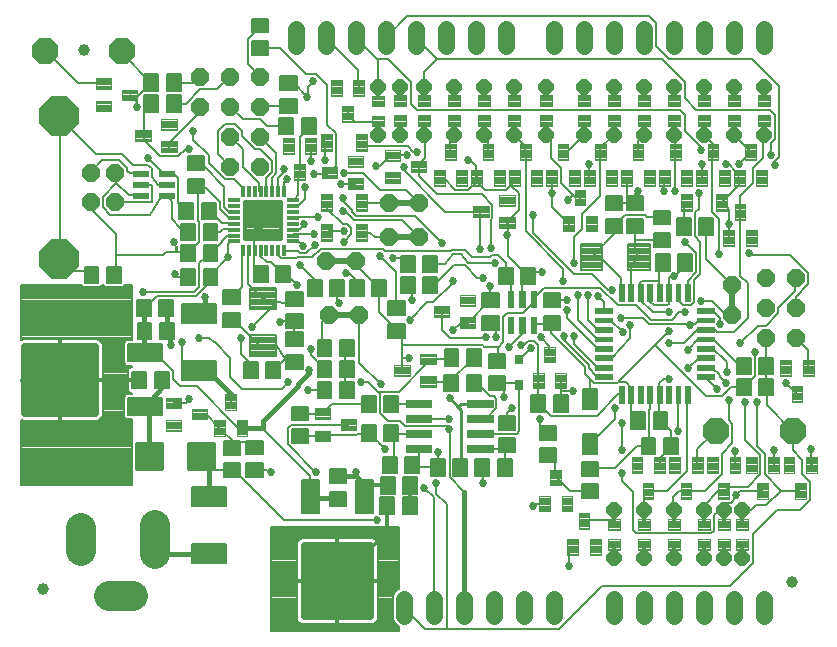
<source format=gtl>
G75*
G70*
%OFA0B0*%
%FSLAX24Y24*%
%IPPOS*%
%LPD*%
%AMOC8*
5,1,8,0,0,1.08239X$1,22.5*
%
%ADD10OC8,0.0600*%
%ADD11C,0.0550*%
%ADD12C,0.0984*%
%ADD13C,0.0011*%
%ADD14C,0.0136*%
%ADD15C,0.0051*%
%ADD16C,0.0039*%
%ADD17C,0.0068*%
%ADD18C,0.0020*%
%ADD19C,0.0079*%
%ADD20OC8,0.0860*%
%ADD21C,0.0018*%
%ADD22OC8,0.0594*%
%ADD23R,0.0500X0.0200*%
%ADD24R,0.0200X0.0500*%
%ADD25C,0.0120*%
%ADD26OC8,0.0515*%
%ADD27C,0.0024*%
%ADD28C,0.0007*%
%ADD29R,0.0075X0.0075*%
%ADD30C,0.0063*%
%ADD31C,0.0195*%
%ADD32OC8,0.0574*%
%ADD33OC8,0.1306*%
%ADD34C,0.0028*%
%ADD35C,0.0094*%
%ADD36C,0.0394*%
%ADD37C,0.0055*%
%ADD38C,0.0070*%
%ADD39C,0.0160*%
%ADD40C,0.0100*%
%ADD41C,0.0270*%
D10*
X039894Y010555D03*
X040894Y010555D03*
X040894Y011555D03*
X039894Y011555D03*
X039894Y012555D03*
X040894Y012555D03*
X023038Y016275D03*
X022038Y016275D03*
X022038Y017275D03*
X023038Y017275D03*
X023038Y018275D03*
X022038Y018275D03*
X021038Y018275D03*
X021038Y019275D03*
X022038Y019275D03*
X023038Y019275D03*
D11*
X024238Y020300D02*
X024238Y020850D01*
X025238Y020850D02*
X025238Y020300D01*
X026238Y020300D02*
X026238Y020850D01*
X027238Y020850D02*
X027238Y020300D01*
X028238Y020300D02*
X028238Y020850D01*
X029238Y020850D02*
X029238Y020300D01*
X030238Y020300D02*
X030238Y020850D01*
X031238Y020850D02*
X031238Y020300D01*
X032838Y020300D02*
X032838Y020850D01*
X033838Y020850D02*
X033838Y020300D01*
X034838Y020300D02*
X034838Y020850D01*
X035838Y020850D02*
X035838Y020300D01*
X036838Y020300D02*
X036838Y020850D01*
X037838Y020850D02*
X037838Y020300D01*
X038838Y020300D02*
X038838Y020850D01*
X039838Y020850D02*
X039838Y020300D01*
X039838Y001850D02*
X039838Y001300D01*
X038838Y001300D02*
X038838Y001850D01*
X037838Y001850D02*
X037838Y001300D01*
X036838Y001300D02*
X036838Y001850D01*
X035838Y001850D02*
X035838Y001300D01*
X034838Y001300D02*
X034838Y001850D01*
X032838Y001850D02*
X032838Y001300D01*
X031838Y001300D02*
X031838Y001850D01*
X030838Y001850D02*
X030838Y001300D01*
X029838Y001300D02*
X029838Y001850D01*
X028838Y001850D02*
X028838Y001300D01*
X027838Y001300D02*
X027838Y001850D01*
D12*
X019539Y003353D02*
X019539Y004337D01*
X017078Y004239D02*
X017078Y003451D01*
X018023Y001955D02*
X018811Y001955D01*
D13*
X022399Y013329D02*
X022399Y013673D01*
X022499Y013673D01*
X022499Y013329D01*
X022399Y013329D01*
X022399Y013339D02*
X022499Y013339D01*
X022499Y013349D02*
X022399Y013349D01*
X022399Y013359D02*
X022499Y013359D01*
X022499Y013369D02*
X022399Y013369D01*
X022399Y013379D02*
X022499Y013379D01*
X022499Y013389D02*
X022399Y013389D01*
X022399Y013399D02*
X022499Y013399D01*
X022499Y013409D02*
X022399Y013409D01*
X022399Y013419D02*
X022499Y013419D01*
X022499Y013429D02*
X022399Y013429D01*
X022399Y013439D02*
X022499Y013439D01*
X022499Y013449D02*
X022399Y013449D01*
X022399Y013459D02*
X022499Y013459D01*
X022499Y013469D02*
X022399Y013469D01*
X022399Y013479D02*
X022499Y013479D01*
X022499Y013489D02*
X022399Y013489D01*
X022399Y013499D02*
X022499Y013499D01*
X022499Y013509D02*
X022399Y013509D01*
X022399Y013519D02*
X022499Y013519D01*
X022499Y013529D02*
X022399Y013529D01*
X022399Y013539D02*
X022499Y013539D01*
X022499Y013549D02*
X022399Y013549D01*
X022399Y013559D02*
X022499Y013559D01*
X022499Y013569D02*
X022399Y013569D01*
X022399Y013579D02*
X022499Y013579D01*
X022499Y013589D02*
X022399Y013589D01*
X022399Y013599D02*
X022499Y013599D01*
X022499Y013609D02*
X022399Y013609D01*
X022399Y013619D02*
X022499Y013619D01*
X022499Y013629D02*
X022399Y013629D01*
X022399Y013639D02*
X022499Y013639D01*
X022499Y013649D02*
X022399Y013649D01*
X022399Y013659D02*
X022499Y013659D01*
X022499Y013669D02*
X022399Y013669D01*
X022326Y013846D02*
X021982Y013846D01*
X022326Y013846D02*
X022326Y013746D01*
X021982Y013746D01*
X021982Y013846D01*
X021982Y013756D02*
X022326Y013756D01*
X022326Y013766D02*
X021982Y013766D01*
X021982Y013776D02*
X022326Y013776D01*
X022326Y013786D02*
X021982Y013786D01*
X021982Y013796D02*
X022326Y013796D01*
X022326Y013806D02*
X021982Y013806D01*
X021982Y013816D02*
X022326Y013816D01*
X022326Y013826D02*
X021982Y013826D01*
X021982Y013836D02*
X022326Y013836D01*
X022326Y013846D02*
X021982Y013846D01*
X021982Y014043D02*
X022326Y014043D01*
X022326Y013943D01*
X021982Y013943D01*
X021982Y014043D01*
X021982Y013953D02*
X022326Y013953D01*
X022326Y013963D02*
X021982Y013963D01*
X021982Y013973D02*
X022326Y013973D01*
X022326Y013983D02*
X021982Y013983D01*
X021982Y013993D02*
X022326Y013993D01*
X022326Y014003D02*
X021982Y014003D01*
X021982Y014013D02*
X022326Y014013D01*
X022326Y014023D02*
X021982Y014023D01*
X021982Y014033D02*
X022326Y014033D01*
X022326Y014043D02*
X021982Y014043D01*
X021982Y014240D02*
X022326Y014240D01*
X022326Y014140D01*
X021982Y014140D01*
X021982Y014240D01*
X021982Y014150D02*
X022326Y014150D01*
X022326Y014160D02*
X021982Y014160D01*
X021982Y014170D02*
X022326Y014170D01*
X022326Y014180D02*
X021982Y014180D01*
X021982Y014190D02*
X022326Y014190D01*
X022326Y014200D02*
X021982Y014200D01*
X021982Y014210D02*
X022326Y014210D01*
X022326Y014220D02*
X021982Y014220D01*
X021982Y014230D02*
X022326Y014230D01*
X022326Y014240D02*
X021982Y014240D01*
X021982Y014437D02*
X022326Y014437D01*
X022326Y014337D01*
X021982Y014337D01*
X021982Y014437D01*
X021982Y014347D02*
X022326Y014347D01*
X022326Y014357D02*
X021982Y014357D01*
X021982Y014367D02*
X022326Y014367D01*
X022326Y014377D02*
X021982Y014377D01*
X021982Y014387D02*
X022326Y014387D01*
X022326Y014397D02*
X021982Y014397D01*
X021982Y014407D02*
X022326Y014407D01*
X022326Y014417D02*
X021982Y014417D01*
X021982Y014427D02*
X022326Y014427D01*
X022326Y014437D02*
X021982Y014437D01*
X021982Y014633D02*
X022326Y014633D01*
X022326Y014533D01*
X021982Y014533D01*
X021982Y014633D01*
X021982Y014543D02*
X022326Y014543D01*
X022326Y014553D02*
X021982Y014553D01*
X021982Y014563D02*
X022326Y014563D01*
X022326Y014573D02*
X021982Y014573D01*
X021982Y014583D02*
X022326Y014583D01*
X022326Y014593D02*
X021982Y014593D01*
X021982Y014603D02*
X022326Y014603D01*
X022326Y014613D02*
X021982Y014613D01*
X021982Y014623D02*
X022326Y014623D01*
X022326Y014633D02*
X021982Y014633D01*
X021982Y014830D02*
X022326Y014830D01*
X022326Y014730D01*
X021982Y014730D01*
X021982Y014830D01*
X021982Y014740D02*
X022326Y014740D01*
X022326Y014750D02*
X021982Y014750D01*
X021982Y014760D02*
X022326Y014760D01*
X022326Y014770D02*
X021982Y014770D01*
X021982Y014780D02*
X022326Y014780D01*
X022326Y014790D02*
X021982Y014790D01*
X021982Y014800D02*
X022326Y014800D01*
X022326Y014810D02*
X021982Y014810D01*
X021982Y014820D02*
X022326Y014820D01*
X022326Y014830D02*
X021982Y014830D01*
X021982Y015027D02*
X022326Y015027D01*
X022326Y014927D01*
X021982Y014927D01*
X021982Y015027D01*
X021982Y014937D02*
X022326Y014937D01*
X022326Y014947D02*
X021982Y014947D01*
X021982Y014957D02*
X022326Y014957D01*
X022326Y014967D02*
X021982Y014967D01*
X021982Y014977D02*
X022326Y014977D01*
X022326Y014987D02*
X021982Y014987D01*
X021982Y014997D02*
X022326Y014997D01*
X022326Y015007D02*
X021982Y015007D01*
X021982Y015017D02*
X022326Y015017D01*
X022326Y015027D02*
X021982Y015027D01*
X021982Y015224D02*
X022326Y015224D01*
X022326Y015124D01*
X021982Y015124D01*
X021982Y015224D01*
X021982Y015134D02*
X022326Y015134D01*
X022326Y015144D02*
X021982Y015144D01*
X021982Y015154D02*
X022326Y015154D01*
X022326Y015164D02*
X021982Y015164D01*
X021982Y015174D02*
X022326Y015174D01*
X022326Y015184D02*
X021982Y015184D01*
X021982Y015194D02*
X022326Y015194D01*
X022326Y015204D02*
X021982Y015204D01*
X021982Y015214D02*
X022326Y015214D01*
X022326Y015224D02*
X021982Y015224D01*
X022399Y015297D02*
X022399Y015641D01*
X022499Y015641D01*
X022499Y015297D01*
X022399Y015297D01*
X022399Y015307D02*
X022499Y015307D01*
X022499Y015317D02*
X022399Y015317D01*
X022399Y015327D02*
X022499Y015327D01*
X022499Y015337D02*
X022399Y015337D01*
X022399Y015347D02*
X022499Y015347D01*
X022499Y015357D02*
X022399Y015357D01*
X022399Y015367D02*
X022499Y015367D01*
X022499Y015377D02*
X022399Y015377D01*
X022399Y015387D02*
X022499Y015387D01*
X022499Y015397D02*
X022399Y015397D01*
X022399Y015407D02*
X022499Y015407D01*
X022499Y015417D02*
X022399Y015417D01*
X022399Y015427D02*
X022499Y015427D01*
X022499Y015437D02*
X022399Y015437D01*
X022399Y015447D02*
X022499Y015447D01*
X022499Y015457D02*
X022399Y015457D01*
X022399Y015467D02*
X022499Y015467D01*
X022499Y015477D02*
X022399Y015477D01*
X022399Y015487D02*
X022499Y015487D01*
X022499Y015497D02*
X022399Y015497D01*
X022399Y015507D02*
X022499Y015507D01*
X022499Y015517D02*
X022399Y015517D01*
X022399Y015527D02*
X022499Y015527D01*
X022499Y015537D02*
X022399Y015537D01*
X022399Y015547D02*
X022499Y015547D01*
X022499Y015557D02*
X022399Y015557D01*
X022399Y015567D02*
X022499Y015567D01*
X022499Y015577D02*
X022399Y015577D01*
X022399Y015587D02*
X022499Y015587D01*
X022499Y015597D02*
X022399Y015597D01*
X022399Y015607D02*
X022499Y015607D01*
X022499Y015617D02*
X022399Y015617D01*
X022399Y015627D02*
X022499Y015627D01*
X022499Y015637D02*
X022399Y015637D01*
X022596Y015641D02*
X022596Y015297D01*
X022596Y015641D02*
X022696Y015641D01*
X022696Y015297D01*
X022596Y015297D01*
X022596Y015307D02*
X022696Y015307D01*
X022696Y015317D02*
X022596Y015317D01*
X022596Y015327D02*
X022696Y015327D01*
X022696Y015337D02*
X022596Y015337D01*
X022596Y015347D02*
X022696Y015347D01*
X022696Y015357D02*
X022596Y015357D01*
X022596Y015367D02*
X022696Y015367D01*
X022696Y015377D02*
X022596Y015377D01*
X022596Y015387D02*
X022696Y015387D01*
X022696Y015397D02*
X022596Y015397D01*
X022596Y015407D02*
X022696Y015407D01*
X022696Y015417D02*
X022596Y015417D01*
X022596Y015427D02*
X022696Y015427D01*
X022696Y015437D02*
X022596Y015437D01*
X022596Y015447D02*
X022696Y015447D01*
X022696Y015457D02*
X022596Y015457D01*
X022596Y015467D02*
X022696Y015467D01*
X022696Y015477D02*
X022596Y015477D01*
X022596Y015487D02*
X022696Y015487D01*
X022696Y015497D02*
X022596Y015497D01*
X022596Y015507D02*
X022696Y015507D01*
X022696Y015517D02*
X022596Y015517D01*
X022596Y015527D02*
X022696Y015527D01*
X022696Y015537D02*
X022596Y015537D01*
X022596Y015547D02*
X022696Y015547D01*
X022696Y015557D02*
X022596Y015557D01*
X022596Y015567D02*
X022696Y015567D01*
X022696Y015577D02*
X022596Y015577D01*
X022596Y015587D02*
X022696Y015587D01*
X022696Y015597D02*
X022596Y015597D01*
X022596Y015607D02*
X022696Y015607D01*
X022696Y015617D02*
X022596Y015617D01*
X022596Y015627D02*
X022696Y015627D01*
X022696Y015637D02*
X022596Y015637D01*
X022793Y015641D02*
X022793Y015297D01*
X022793Y015641D02*
X022893Y015641D01*
X022893Y015297D01*
X022793Y015297D01*
X022793Y015307D02*
X022893Y015307D01*
X022893Y015317D02*
X022793Y015317D01*
X022793Y015327D02*
X022893Y015327D01*
X022893Y015337D02*
X022793Y015337D01*
X022793Y015347D02*
X022893Y015347D01*
X022893Y015357D02*
X022793Y015357D01*
X022793Y015367D02*
X022893Y015367D01*
X022893Y015377D02*
X022793Y015377D01*
X022793Y015387D02*
X022893Y015387D01*
X022893Y015397D02*
X022793Y015397D01*
X022793Y015407D02*
X022893Y015407D01*
X022893Y015417D02*
X022793Y015417D01*
X022793Y015427D02*
X022893Y015427D01*
X022893Y015437D02*
X022793Y015437D01*
X022793Y015447D02*
X022893Y015447D01*
X022893Y015457D02*
X022793Y015457D01*
X022793Y015467D02*
X022893Y015467D01*
X022893Y015477D02*
X022793Y015477D01*
X022793Y015487D02*
X022893Y015487D01*
X022893Y015497D02*
X022793Y015497D01*
X022793Y015507D02*
X022893Y015507D01*
X022893Y015517D02*
X022793Y015517D01*
X022793Y015527D02*
X022893Y015527D01*
X022893Y015537D02*
X022793Y015537D01*
X022793Y015547D02*
X022893Y015547D01*
X022893Y015557D02*
X022793Y015557D01*
X022793Y015567D02*
X022893Y015567D01*
X022893Y015577D02*
X022793Y015577D01*
X022793Y015587D02*
X022893Y015587D01*
X022893Y015597D02*
X022793Y015597D01*
X022793Y015607D02*
X022893Y015607D01*
X022893Y015617D02*
X022793Y015617D01*
X022793Y015627D02*
X022893Y015627D01*
X022893Y015637D02*
X022793Y015637D01*
X022990Y015641D02*
X022990Y015297D01*
X022990Y015641D02*
X023090Y015641D01*
X023090Y015297D01*
X022990Y015297D01*
X022990Y015307D02*
X023090Y015307D01*
X023090Y015317D02*
X022990Y015317D01*
X022990Y015327D02*
X023090Y015327D01*
X023090Y015337D02*
X022990Y015337D01*
X022990Y015347D02*
X023090Y015347D01*
X023090Y015357D02*
X022990Y015357D01*
X022990Y015367D02*
X023090Y015367D01*
X023090Y015377D02*
X022990Y015377D01*
X022990Y015387D02*
X023090Y015387D01*
X023090Y015397D02*
X022990Y015397D01*
X022990Y015407D02*
X023090Y015407D01*
X023090Y015417D02*
X022990Y015417D01*
X022990Y015427D02*
X023090Y015427D01*
X023090Y015437D02*
X022990Y015437D01*
X022990Y015447D02*
X023090Y015447D01*
X023090Y015457D02*
X022990Y015457D01*
X022990Y015467D02*
X023090Y015467D01*
X023090Y015477D02*
X022990Y015477D01*
X022990Y015487D02*
X023090Y015487D01*
X023090Y015497D02*
X022990Y015497D01*
X022990Y015507D02*
X023090Y015507D01*
X023090Y015517D02*
X022990Y015517D01*
X022990Y015527D02*
X023090Y015527D01*
X023090Y015537D02*
X022990Y015537D01*
X022990Y015547D02*
X023090Y015547D01*
X023090Y015557D02*
X022990Y015557D01*
X022990Y015567D02*
X023090Y015567D01*
X023090Y015577D02*
X022990Y015577D01*
X022990Y015587D02*
X023090Y015587D01*
X023090Y015597D02*
X022990Y015597D01*
X022990Y015607D02*
X023090Y015607D01*
X023090Y015617D02*
X022990Y015617D01*
X022990Y015627D02*
X023090Y015627D01*
X023090Y015637D02*
X022990Y015637D01*
X023187Y015641D02*
X023187Y015297D01*
X023187Y015641D02*
X023287Y015641D01*
X023287Y015297D01*
X023187Y015297D01*
X023187Y015307D02*
X023287Y015307D01*
X023287Y015317D02*
X023187Y015317D01*
X023187Y015327D02*
X023287Y015327D01*
X023287Y015337D02*
X023187Y015337D01*
X023187Y015347D02*
X023287Y015347D01*
X023287Y015357D02*
X023187Y015357D01*
X023187Y015367D02*
X023287Y015367D01*
X023287Y015377D02*
X023187Y015377D01*
X023187Y015387D02*
X023287Y015387D01*
X023287Y015397D02*
X023187Y015397D01*
X023187Y015407D02*
X023287Y015407D01*
X023287Y015417D02*
X023187Y015417D01*
X023187Y015427D02*
X023287Y015427D01*
X023287Y015437D02*
X023187Y015437D01*
X023187Y015447D02*
X023287Y015447D01*
X023287Y015457D02*
X023187Y015457D01*
X023187Y015467D02*
X023287Y015467D01*
X023287Y015477D02*
X023187Y015477D01*
X023187Y015487D02*
X023287Y015487D01*
X023287Y015497D02*
X023187Y015497D01*
X023187Y015507D02*
X023287Y015507D01*
X023287Y015517D02*
X023187Y015517D01*
X023187Y015527D02*
X023287Y015527D01*
X023287Y015537D02*
X023187Y015537D01*
X023187Y015547D02*
X023287Y015547D01*
X023287Y015557D02*
X023187Y015557D01*
X023187Y015567D02*
X023287Y015567D01*
X023287Y015577D02*
X023187Y015577D01*
X023187Y015587D02*
X023287Y015587D01*
X023287Y015597D02*
X023187Y015597D01*
X023187Y015607D02*
X023287Y015607D01*
X023287Y015617D02*
X023187Y015617D01*
X023187Y015627D02*
X023287Y015627D01*
X023287Y015637D02*
X023187Y015637D01*
X023384Y015641D02*
X023384Y015297D01*
X023384Y015641D02*
X023484Y015641D01*
X023484Y015297D01*
X023384Y015297D01*
X023384Y015307D02*
X023484Y015307D01*
X023484Y015317D02*
X023384Y015317D01*
X023384Y015327D02*
X023484Y015327D01*
X023484Y015337D02*
X023384Y015337D01*
X023384Y015347D02*
X023484Y015347D01*
X023484Y015357D02*
X023384Y015357D01*
X023384Y015367D02*
X023484Y015367D01*
X023484Y015377D02*
X023384Y015377D01*
X023384Y015387D02*
X023484Y015387D01*
X023484Y015397D02*
X023384Y015397D01*
X023384Y015407D02*
X023484Y015407D01*
X023484Y015417D02*
X023384Y015417D01*
X023384Y015427D02*
X023484Y015427D01*
X023484Y015437D02*
X023384Y015437D01*
X023384Y015447D02*
X023484Y015447D01*
X023484Y015457D02*
X023384Y015457D01*
X023384Y015467D02*
X023484Y015467D01*
X023484Y015477D02*
X023384Y015477D01*
X023384Y015487D02*
X023484Y015487D01*
X023484Y015497D02*
X023384Y015497D01*
X023384Y015507D02*
X023484Y015507D01*
X023484Y015517D02*
X023384Y015517D01*
X023384Y015527D02*
X023484Y015527D01*
X023484Y015537D02*
X023384Y015537D01*
X023384Y015547D02*
X023484Y015547D01*
X023484Y015557D02*
X023384Y015557D01*
X023384Y015567D02*
X023484Y015567D01*
X023484Y015577D02*
X023384Y015577D01*
X023384Y015587D02*
X023484Y015587D01*
X023484Y015597D02*
X023384Y015597D01*
X023384Y015607D02*
X023484Y015607D01*
X023484Y015617D02*
X023384Y015617D01*
X023384Y015627D02*
X023484Y015627D01*
X023484Y015637D02*
X023384Y015637D01*
X023581Y015641D02*
X023581Y015297D01*
X023581Y015641D02*
X023681Y015641D01*
X023681Y015297D01*
X023581Y015297D01*
X023581Y015307D02*
X023681Y015307D01*
X023681Y015317D02*
X023581Y015317D01*
X023581Y015327D02*
X023681Y015327D01*
X023681Y015337D02*
X023581Y015337D01*
X023581Y015347D02*
X023681Y015347D01*
X023681Y015357D02*
X023581Y015357D01*
X023581Y015367D02*
X023681Y015367D01*
X023681Y015377D02*
X023581Y015377D01*
X023581Y015387D02*
X023681Y015387D01*
X023681Y015397D02*
X023581Y015397D01*
X023581Y015407D02*
X023681Y015407D01*
X023681Y015417D02*
X023581Y015417D01*
X023581Y015427D02*
X023681Y015427D01*
X023681Y015437D02*
X023581Y015437D01*
X023581Y015447D02*
X023681Y015447D01*
X023681Y015457D02*
X023581Y015457D01*
X023581Y015467D02*
X023681Y015467D01*
X023681Y015477D02*
X023581Y015477D01*
X023581Y015487D02*
X023681Y015487D01*
X023681Y015497D02*
X023581Y015497D01*
X023581Y015507D02*
X023681Y015507D01*
X023681Y015517D02*
X023581Y015517D01*
X023581Y015527D02*
X023681Y015527D01*
X023681Y015537D02*
X023581Y015537D01*
X023581Y015547D02*
X023681Y015547D01*
X023681Y015557D02*
X023581Y015557D01*
X023581Y015567D02*
X023681Y015567D01*
X023681Y015577D02*
X023581Y015577D01*
X023581Y015587D02*
X023681Y015587D01*
X023681Y015597D02*
X023581Y015597D01*
X023581Y015607D02*
X023681Y015607D01*
X023681Y015617D02*
X023581Y015617D01*
X023581Y015627D02*
X023681Y015627D01*
X023681Y015637D02*
X023581Y015637D01*
X023777Y015641D02*
X023777Y015297D01*
X023777Y015641D02*
X023877Y015641D01*
X023877Y015297D01*
X023777Y015297D01*
X023777Y015307D02*
X023877Y015307D01*
X023877Y015317D02*
X023777Y015317D01*
X023777Y015327D02*
X023877Y015327D01*
X023877Y015337D02*
X023777Y015337D01*
X023777Y015347D02*
X023877Y015347D01*
X023877Y015357D02*
X023777Y015357D01*
X023777Y015367D02*
X023877Y015367D01*
X023877Y015377D02*
X023777Y015377D01*
X023777Y015387D02*
X023877Y015387D01*
X023877Y015397D02*
X023777Y015397D01*
X023777Y015407D02*
X023877Y015407D01*
X023877Y015417D02*
X023777Y015417D01*
X023777Y015427D02*
X023877Y015427D01*
X023877Y015437D02*
X023777Y015437D01*
X023777Y015447D02*
X023877Y015447D01*
X023877Y015457D02*
X023777Y015457D01*
X023777Y015467D02*
X023877Y015467D01*
X023877Y015477D02*
X023777Y015477D01*
X023777Y015487D02*
X023877Y015487D01*
X023877Y015497D02*
X023777Y015497D01*
X023777Y015507D02*
X023877Y015507D01*
X023877Y015517D02*
X023777Y015517D01*
X023777Y015527D02*
X023877Y015527D01*
X023877Y015537D02*
X023777Y015537D01*
X023777Y015547D02*
X023877Y015547D01*
X023877Y015557D02*
X023777Y015557D01*
X023777Y015567D02*
X023877Y015567D01*
X023877Y015577D02*
X023777Y015577D01*
X023777Y015587D02*
X023877Y015587D01*
X023877Y015597D02*
X023777Y015597D01*
X023777Y015607D02*
X023877Y015607D01*
X023877Y015617D02*
X023777Y015617D01*
X023777Y015627D02*
X023877Y015627D01*
X023877Y015637D02*
X023777Y015637D01*
X023951Y015224D02*
X024295Y015224D01*
X024295Y015124D01*
X023951Y015124D01*
X023951Y015224D01*
X023951Y015134D02*
X024295Y015134D01*
X024295Y015144D02*
X023951Y015144D01*
X023951Y015154D02*
X024295Y015154D01*
X024295Y015164D02*
X023951Y015164D01*
X023951Y015174D02*
X024295Y015174D01*
X024295Y015184D02*
X023951Y015184D01*
X023951Y015194D02*
X024295Y015194D01*
X024295Y015204D02*
X023951Y015204D01*
X023951Y015214D02*
X024295Y015214D01*
X024295Y015224D02*
X023951Y015224D01*
X023951Y015027D02*
X024295Y015027D01*
X024295Y014927D01*
X023951Y014927D01*
X023951Y015027D01*
X023951Y014937D02*
X024295Y014937D01*
X024295Y014947D02*
X023951Y014947D01*
X023951Y014957D02*
X024295Y014957D01*
X024295Y014967D02*
X023951Y014967D01*
X023951Y014977D02*
X024295Y014977D01*
X024295Y014987D02*
X023951Y014987D01*
X023951Y014997D02*
X024295Y014997D01*
X024295Y015007D02*
X023951Y015007D01*
X023951Y015017D02*
X024295Y015017D01*
X024295Y015027D02*
X023951Y015027D01*
X023951Y014830D02*
X024295Y014830D01*
X024295Y014730D01*
X023951Y014730D01*
X023951Y014830D01*
X023951Y014740D02*
X024295Y014740D01*
X024295Y014750D02*
X023951Y014750D01*
X023951Y014760D02*
X024295Y014760D01*
X024295Y014770D02*
X023951Y014770D01*
X023951Y014780D02*
X024295Y014780D01*
X024295Y014790D02*
X023951Y014790D01*
X023951Y014800D02*
X024295Y014800D01*
X024295Y014810D02*
X023951Y014810D01*
X023951Y014820D02*
X024295Y014820D01*
X024295Y014830D02*
X023951Y014830D01*
X023951Y014633D02*
X024295Y014633D01*
X024295Y014533D01*
X023951Y014533D01*
X023951Y014633D01*
X023951Y014543D02*
X024295Y014543D01*
X024295Y014553D02*
X023951Y014553D01*
X023951Y014563D02*
X024295Y014563D01*
X024295Y014573D02*
X023951Y014573D01*
X023951Y014583D02*
X024295Y014583D01*
X024295Y014593D02*
X023951Y014593D01*
X023951Y014603D02*
X024295Y014603D01*
X024295Y014613D02*
X023951Y014613D01*
X023951Y014623D02*
X024295Y014623D01*
X024295Y014633D02*
X023951Y014633D01*
X023951Y014437D02*
X024295Y014437D01*
X024295Y014337D01*
X023951Y014337D01*
X023951Y014437D01*
X023951Y014347D02*
X024295Y014347D01*
X024295Y014357D02*
X023951Y014357D01*
X023951Y014367D02*
X024295Y014367D01*
X024295Y014377D02*
X023951Y014377D01*
X023951Y014387D02*
X024295Y014387D01*
X024295Y014397D02*
X023951Y014397D01*
X023951Y014407D02*
X024295Y014407D01*
X024295Y014417D02*
X023951Y014417D01*
X023951Y014427D02*
X024295Y014427D01*
X024295Y014437D02*
X023951Y014437D01*
X023951Y014240D02*
X024295Y014240D01*
X024295Y014140D01*
X023951Y014140D01*
X023951Y014240D01*
X023951Y014150D02*
X024295Y014150D01*
X024295Y014160D02*
X023951Y014160D01*
X023951Y014170D02*
X024295Y014170D01*
X024295Y014180D02*
X023951Y014180D01*
X023951Y014190D02*
X024295Y014190D01*
X024295Y014200D02*
X023951Y014200D01*
X023951Y014210D02*
X024295Y014210D01*
X024295Y014220D02*
X023951Y014220D01*
X023951Y014230D02*
X024295Y014230D01*
X024295Y014240D02*
X023951Y014240D01*
X023951Y014043D02*
X024295Y014043D01*
X024295Y013943D01*
X023951Y013943D01*
X023951Y014043D01*
X023951Y013953D02*
X024295Y013953D01*
X024295Y013963D02*
X023951Y013963D01*
X023951Y013973D02*
X024295Y013973D01*
X024295Y013983D02*
X023951Y013983D01*
X023951Y013993D02*
X024295Y013993D01*
X024295Y014003D02*
X023951Y014003D01*
X023951Y014013D02*
X024295Y014013D01*
X024295Y014023D02*
X023951Y014023D01*
X023951Y014033D02*
X024295Y014033D01*
X024295Y014043D02*
X023951Y014043D01*
X023951Y013846D02*
X024295Y013846D01*
X024295Y013746D01*
X023951Y013746D01*
X023951Y013846D01*
X023951Y013756D02*
X024295Y013756D01*
X024295Y013766D02*
X023951Y013766D01*
X023951Y013776D02*
X024295Y013776D01*
X024295Y013786D02*
X023951Y013786D01*
X023951Y013796D02*
X024295Y013796D01*
X024295Y013806D02*
X023951Y013806D01*
X023951Y013816D02*
X024295Y013816D01*
X024295Y013826D02*
X023951Y013826D01*
X023951Y013836D02*
X024295Y013836D01*
X024295Y013846D02*
X023951Y013846D01*
X023777Y013673D02*
X023777Y013329D01*
X023777Y013673D02*
X023877Y013673D01*
X023877Y013329D01*
X023777Y013329D01*
X023777Y013339D02*
X023877Y013339D01*
X023877Y013349D02*
X023777Y013349D01*
X023777Y013359D02*
X023877Y013359D01*
X023877Y013369D02*
X023777Y013369D01*
X023777Y013379D02*
X023877Y013379D01*
X023877Y013389D02*
X023777Y013389D01*
X023777Y013399D02*
X023877Y013399D01*
X023877Y013409D02*
X023777Y013409D01*
X023777Y013419D02*
X023877Y013419D01*
X023877Y013429D02*
X023777Y013429D01*
X023777Y013439D02*
X023877Y013439D01*
X023877Y013449D02*
X023777Y013449D01*
X023777Y013459D02*
X023877Y013459D01*
X023877Y013469D02*
X023777Y013469D01*
X023777Y013479D02*
X023877Y013479D01*
X023877Y013489D02*
X023777Y013489D01*
X023777Y013499D02*
X023877Y013499D01*
X023877Y013509D02*
X023777Y013509D01*
X023777Y013519D02*
X023877Y013519D01*
X023877Y013529D02*
X023777Y013529D01*
X023777Y013539D02*
X023877Y013539D01*
X023877Y013549D02*
X023777Y013549D01*
X023777Y013559D02*
X023877Y013559D01*
X023877Y013569D02*
X023777Y013569D01*
X023777Y013579D02*
X023877Y013579D01*
X023877Y013589D02*
X023777Y013589D01*
X023777Y013599D02*
X023877Y013599D01*
X023877Y013609D02*
X023777Y013609D01*
X023777Y013619D02*
X023877Y013619D01*
X023877Y013629D02*
X023777Y013629D01*
X023777Y013639D02*
X023877Y013639D01*
X023877Y013649D02*
X023777Y013649D01*
X023777Y013659D02*
X023877Y013659D01*
X023877Y013669D02*
X023777Y013669D01*
X023581Y013673D02*
X023581Y013329D01*
X023581Y013673D02*
X023681Y013673D01*
X023681Y013329D01*
X023581Y013329D01*
X023581Y013339D02*
X023681Y013339D01*
X023681Y013349D02*
X023581Y013349D01*
X023581Y013359D02*
X023681Y013359D01*
X023681Y013369D02*
X023581Y013369D01*
X023581Y013379D02*
X023681Y013379D01*
X023681Y013389D02*
X023581Y013389D01*
X023581Y013399D02*
X023681Y013399D01*
X023681Y013409D02*
X023581Y013409D01*
X023581Y013419D02*
X023681Y013419D01*
X023681Y013429D02*
X023581Y013429D01*
X023581Y013439D02*
X023681Y013439D01*
X023681Y013449D02*
X023581Y013449D01*
X023581Y013459D02*
X023681Y013459D01*
X023681Y013469D02*
X023581Y013469D01*
X023581Y013479D02*
X023681Y013479D01*
X023681Y013489D02*
X023581Y013489D01*
X023581Y013499D02*
X023681Y013499D01*
X023681Y013509D02*
X023581Y013509D01*
X023581Y013519D02*
X023681Y013519D01*
X023681Y013529D02*
X023581Y013529D01*
X023581Y013539D02*
X023681Y013539D01*
X023681Y013549D02*
X023581Y013549D01*
X023581Y013559D02*
X023681Y013559D01*
X023681Y013569D02*
X023581Y013569D01*
X023581Y013579D02*
X023681Y013579D01*
X023681Y013589D02*
X023581Y013589D01*
X023581Y013599D02*
X023681Y013599D01*
X023681Y013609D02*
X023581Y013609D01*
X023581Y013619D02*
X023681Y013619D01*
X023681Y013629D02*
X023581Y013629D01*
X023581Y013639D02*
X023681Y013639D01*
X023681Y013649D02*
X023581Y013649D01*
X023581Y013659D02*
X023681Y013659D01*
X023681Y013669D02*
X023581Y013669D01*
X023384Y013673D02*
X023384Y013329D01*
X023384Y013673D02*
X023484Y013673D01*
X023484Y013329D01*
X023384Y013329D01*
X023384Y013339D02*
X023484Y013339D01*
X023484Y013349D02*
X023384Y013349D01*
X023384Y013359D02*
X023484Y013359D01*
X023484Y013369D02*
X023384Y013369D01*
X023384Y013379D02*
X023484Y013379D01*
X023484Y013389D02*
X023384Y013389D01*
X023384Y013399D02*
X023484Y013399D01*
X023484Y013409D02*
X023384Y013409D01*
X023384Y013419D02*
X023484Y013419D01*
X023484Y013429D02*
X023384Y013429D01*
X023384Y013439D02*
X023484Y013439D01*
X023484Y013449D02*
X023384Y013449D01*
X023384Y013459D02*
X023484Y013459D01*
X023484Y013469D02*
X023384Y013469D01*
X023384Y013479D02*
X023484Y013479D01*
X023484Y013489D02*
X023384Y013489D01*
X023384Y013499D02*
X023484Y013499D01*
X023484Y013509D02*
X023384Y013509D01*
X023384Y013519D02*
X023484Y013519D01*
X023484Y013529D02*
X023384Y013529D01*
X023384Y013539D02*
X023484Y013539D01*
X023484Y013549D02*
X023384Y013549D01*
X023384Y013559D02*
X023484Y013559D01*
X023484Y013569D02*
X023384Y013569D01*
X023384Y013579D02*
X023484Y013579D01*
X023484Y013589D02*
X023384Y013589D01*
X023384Y013599D02*
X023484Y013599D01*
X023484Y013609D02*
X023384Y013609D01*
X023384Y013619D02*
X023484Y013619D01*
X023484Y013629D02*
X023384Y013629D01*
X023384Y013639D02*
X023484Y013639D01*
X023484Y013649D02*
X023384Y013649D01*
X023384Y013659D02*
X023484Y013659D01*
X023484Y013669D02*
X023384Y013669D01*
X023187Y013673D02*
X023187Y013329D01*
X023187Y013673D02*
X023287Y013673D01*
X023287Y013329D01*
X023187Y013329D01*
X023187Y013339D02*
X023287Y013339D01*
X023287Y013349D02*
X023187Y013349D01*
X023187Y013359D02*
X023287Y013359D01*
X023287Y013369D02*
X023187Y013369D01*
X023187Y013379D02*
X023287Y013379D01*
X023287Y013389D02*
X023187Y013389D01*
X023187Y013399D02*
X023287Y013399D01*
X023287Y013409D02*
X023187Y013409D01*
X023187Y013419D02*
X023287Y013419D01*
X023287Y013429D02*
X023187Y013429D01*
X023187Y013439D02*
X023287Y013439D01*
X023287Y013449D02*
X023187Y013449D01*
X023187Y013459D02*
X023287Y013459D01*
X023287Y013469D02*
X023187Y013469D01*
X023187Y013479D02*
X023287Y013479D01*
X023287Y013489D02*
X023187Y013489D01*
X023187Y013499D02*
X023287Y013499D01*
X023287Y013509D02*
X023187Y013509D01*
X023187Y013519D02*
X023287Y013519D01*
X023287Y013529D02*
X023187Y013529D01*
X023187Y013539D02*
X023287Y013539D01*
X023287Y013549D02*
X023187Y013549D01*
X023187Y013559D02*
X023287Y013559D01*
X023287Y013569D02*
X023187Y013569D01*
X023187Y013579D02*
X023287Y013579D01*
X023287Y013589D02*
X023187Y013589D01*
X023187Y013599D02*
X023287Y013599D01*
X023287Y013609D02*
X023187Y013609D01*
X023187Y013619D02*
X023287Y013619D01*
X023287Y013629D02*
X023187Y013629D01*
X023187Y013639D02*
X023287Y013639D01*
X023287Y013649D02*
X023187Y013649D01*
X023187Y013659D02*
X023287Y013659D01*
X023287Y013669D02*
X023187Y013669D01*
X022990Y013673D02*
X022990Y013329D01*
X022990Y013673D02*
X023090Y013673D01*
X023090Y013329D01*
X022990Y013329D01*
X022990Y013339D02*
X023090Y013339D01*
X023090Y013349D02*
X022990Y013349D01*
X022990Y013359D02*
X023090Y013359D01*
X023090Y013369D02*
X022990Y013369D01*
X022990Y013379D02*
X023090Y013379D01*
X023090Y013389D02*
X022990Y013389D01*
X022990Y013399D02*
X023090Y013399D01*
X023090Y013409D02*
X022990Y013409D01*
X022990Y013419D02*
X023090Y013419D01*
X023090Y013429D02*
X022990Y013429D01*
X022990Y013439D02*
X023090Y013439D01*
X023090Y013449D02*
X022990Y013449D01*
X022990Y013459D02*
X023090Y013459D01*
X023090Y013469D02*
X022990Y013469D01*
X022990Y013479D02*
X023090Y013479D01*
X023090Y013489D02*
X022990Y013489D01*
X022990Y013499D02*
X023090Y013499D01*
X023090Y013509D02*
X022990Y013509D01*
X022990Y013519D02*
X023090Y013519D01*
X023090Y013529D02*
X022990Y013529D01*
X022990Y013539D02*
X023090Y013539D01*
X023090Y013549D02*
X022990Y013549D01*
X022990Y013559D02*
X023090Y013559D01*
X023090Y013569D02*
X022990Y013569D01*
X022990Y013579D02*
X023090Y013579D01*
X023090Y013589D02*
X022990Y013589D01*
X022990Y013599D02*
X023090Y013599D01*
X023090Y013609D02*
X022990Y013609D01*
X022990Y013619D02*
X023090Y013619D01*
X023090Y013629D02*
X022990Y013629D01*
X022990Y013639D02*
X023090Y013639D01*
X023090Y013649D02*
X022990Y013649D01*
X022990Y013659D02*
X023090Y013659D01*
X023090Y013669D02*
X022990Y013669D01*
X022793Y013673D02*
X022793Y013329D01*
X022793Y013673D02*
X022893Y013673D01*
X022893Y013329D01*
X022793Y013329D01*
X022793Y013339D02*
X022893Y013339D01*
X022893Y013349D02*
X022793Y013349D01*
X022793Y013359D02*
X022893Y013359D01*
X022893Y013369D02*
X022793Y013369D01*
X022793Y013379D02*
X022893Y013379D01*
X022893Y013389D02*
X022793Y013389D01*
X022793Y013399D02*
X022893Y013399D01*
X022893Y013409D02*
X022793Y013409D01*
X022793Y013419D02*
X022893Y013419D01*
X022893Y013429D02*
X022793Y013429D01*
X022793Y013439D02*
X022893Y013439D01*
X022893Y013449D02*
X022793Y013449D01*
X022793Y013459D02*
X022893Y013459D01*
X022893Y013469D02*
X022793Y013469D01*
X022793Y013479D02*
X022893Y013479D01*
X022893Y013489D02*
X022793Y013489D01*
X022793Y013499D02*
X022893Y013499D01*
X022893Y013509D02*
X022793Y013509D01*
X022793Y013519D02*
X022893Y013519D01*
X022893Y013529D02*
X022793Y013529D01*
X022793Y013539D02*
X022893Y013539D01*
X022893Y013549D02*
X022793Y013549D01*
X022793Y013559D02*
X022893Y013559D01*
X022893Y013569D02*
X022793Y013569D01*
X022793Y013579D02*
X022893Y013579D01*
X022893Y013589D02*
X022793Y013589D01*
X022793Y013599D02*
X022893Y013599D01*
X022893Y013609D02*
X022793Y013609D01*
X022793Y013619D02*
X022893Y013619D01*
X022893Y013629D02*
X022793Y013629D01*
X022793Y013639D02*
X022893Y013639D01*
X022893Y013649D02*
X022793Y013649D01*
X022793Y013659D02*
X022893Y013659D01*
X022893Y013669D02*
X022793Y013669D01*
X022596Y013673D02*
X022596Y013329D01*
X022596Y013673D02*
X022696Y013673D01*
X022696Y013329D01*
X022596Y013329D01*
X022596Y013339D02*
X022696Y013339D01*
X022696Y013349D02*
X022596Y013349D01*
X022596Y013359D02*
X022696Y013359D01*
X022696Y013369D02*
X022596Y013369D01*
X022596Y013379D02*
X022696Y013379D01*
X022696Y013389D02*
X022596Y013389D01*
X022596Y013399D02*
X022696Y013399D01*
X022696Y013409D02*
X022596Y013409D01*
X022596Y013419D02*
X022696Y013419D01*
X022696Y013429D02*
X022596Y013429D01*
X022596Y013439D02*
X022696Y013439D01*
X022696Y013449D02*
X022596Y013449D01*
X022596Y013459D02*
X022696Y013459D01*
X022696Y013469D02*
X022596Y013469D01*
X022596Y013479D02*
X022696Y013479D01*
X022696Y013489D02*
X022596Y013489D01*
X022596Y013499D02*
X022696Y013499D01*
X022696Y013509D02*
X022596Y013509D01*
X022596Y013519D02*
X022696Y013519D01*
X022696Y013529D02*
X022596Y013529D01*
X022596Y013539D02*
X022696Y013539D01*
X022696Y013549D02*
X022596Y013549D01*
X022596Y013559D02*
X022696Y013559D01*
X022696Y013569D02*
X022596Y013569D01*
X022596Y013579D02*
X022696Y013579D01*
X022696Y013589D02*
X022596Y013589D01*
X022596Y013599D02*
X022696Y013599D01*
X022696Y013609D02*
X022596Y013609D01*
X022596Y013619D02*
X022696Y013619D01*
X022696Y013629D02*
X022596Y013629D01*
X022596Y013639D02*
X022696Y013639D01*
X022696Y013649D02*
X022596Y013649D01*
X022596Y013659D02*
X022696Y013659D01*
X022696Y013669D02*
X022596Y013669D01*
D14*
X023749Y013874D02*
X023749Y015096D01*
X023749Y013874D02*
X022527Y013874D01*
X022527Y015096D01*
X023749Y015096D01*
X023749Y014009D02*
X022527Y014009D01*
X022527Y014144D02*
X023749Y014144D01*
X023749Y014279D02*
X022527Y014279D01*
X022527Y014414D02*
X023749Y014414D01*
X023749Y014549D02*
X022527Y014549D01*
X022527Y014684D02*
X023749Y014684D01*
X023749Y014819D02*
X022527Y014819D01*
X022527Y014954D02*
X023749Y014954D01*
X023749Y015089D02*
X022527Y015089D01*
D15*
X021563Y014515D02*
X021101Y014515D01*
X021101Y015055D01*
X021563Y015055D01*
X021563Y014515D01*
X021563Y014565D02*
X021101Y014565D01*
X021101Y014615D02*
X021563Y014615D01*
X021563Y014665D02*
X021101Y014665D01*
X021101Y014715D02*
X021563Y014715D01*
X021563Y014765D02*
X021101Y014765D01*
X021101Y014815D02*
X021563Y014815D01*
X021563Y014865D02*
X021101Y014865D01*
X021101Y014915D02*
X021563Y014915D01*
X021563Y014965D02*
X021101Y014965D01*
X021101Y015015D02*
X021563Y015015D01*
X020815Y014515D02*
X020353Y014515D01*
X020353Y015055D01*
X020815Y015055D01*
X020815Y014515D01*
X020815Y014565D02*
X020353Y014565D01*
X020353Y014615D02*
X020815Y014615D01*
X020815Y014665D02*
X020353Y014665D01*
X020353Y014715D02*
X020815Y014715D01*
X020815Y014765D02*
X020353Y014765D01*
X020353Y014815D02*
X020815Y014815D01*
X020815Y014865D02*
X020353Y014865D01*
X020353Y014915D02*
X020815Y014915D01*
X020815Y014965D02*
X020353Y014965D01*
X020353Y015015D02*
X020815Y015015D01*
X020648Y015410D02*
X020648Y015872D01*
X021188Y015872D01*
X021188Y015410D01*
X020648Y015410D01*
X020648Y015460D02*
X021188Y015460D01*
X021188Y015510D02*
X020648Y015510D01*
X020648Y015560D02*
X021188Y015560D01*
X021188Y015610D02*
X020648Y015610D01*
X020648Y015660D02*
X021188Y015660D01*
X021188Y015710D02*
X020648Y015710D01*
X020648Y015760D02*
X021188Y015760D01*
X021188Y015810D02*
X020648Y015810D01*
X020648Y015860D02*
X021188Y015860D01*
X020648Y016158D02*
X020648Y016620D01*
X021188Y016620D01*
X021188Y016158D01*
X020648Y016158D01*
X020648Y016208D02*
X021188Y016208D01*
X021188Y016258D02*
X020648Y016258D01*
X020648Y016308D02*
X021188Y016308D01*
X021188Y016358D02*
X020648Y016358D01*
X020648Y016408D02*
X021188Y016408D01*
X021188Y016458D02*
X020648Y016458D01*
X020648Y016508D02*
X021188Y016508D01*
X021188Y016558D02*
X020648Y016558D01*
X020648Y016608D02*
X021188Y016608D01*
X023683Y017355D02*
X024145Y017355D01*
X023683Y017355D02*
X023683Y017895D01*
X024145Y017895D01*
X024145Y017355D01*
X024145Y017405D02*
X023683Y017405D01*
X023683Y017455D02*
X024145Y017455D01*
X024145Y017505D02*
X023683Y017505D01*
X023683Y017555D02*
X024145Y017555D01*
X024145Y017605D02*
X023683Y017605D01*
X023683Y017655D02*
X024145Y017655D01*
X024145Y017705D02*
X023683Y017705D01*
X023683Y017755D02*
X024145Y017755D01*
X024145Y017805D02*
X023683Y017805D01*
X023683Y017855D02*
X024145Y017855D01*
X024431Y017355D02*
X024893Y017355D01*
X024431Y017355D02*
X024431Y017895D01*
X024893Y017895D01*
X024893Y017355D01*
X024893Y017405D02*
X024431Y017405D01*
X024431Y017455D02*
X024893Y017455D01*
X024893Y017505D02*
X024431Y017505D01*
X024431Y017555D02*
X024893Y017555D01*
X024893Y017605D02*
X024431Y017605D01*
X024431Y017655D02*
X024893Y017655D01*
X024893Y017705D02*
X024431Y017705D01*
X024431Y017755D02*
X024893Y017755D01*
X024893Y017805D02*
X024431Y017805D01*
X024431Y017855D02*
X024893Y017855D01*
X024258Y018070D02*
X024258Y018532D01*
X024258Y018070D02*
X023718Y018070D01*
X023718Y018532D01*
X024258Y018532D01*
X024258Y018120D02*
X023718Y018120D01*
X023718Y018170D02*
X024258Y018170D01*
X024258Y018220D02*
X023718Y018220D01*
X023718Y018270D02*
X024258Y018270D01*
X024258Y018320D02*
X023718Y018320D01*
X023718Y018370D02*
X024258Y018370D01*
X024258Y018420D02*
X023718Y018420D01*
X023718Y018470D02*
X024258Y018470D01*
X024258Y018520D02*
X023718Y018520D01*
X024258Y018818D02*
X024258Y019280D01*
X024258Y018818D02*
X023718Y018818D01*
X023718Y019280D01*
X024258Y019280D01*
X024258Y018868D02*
X023718Y018868D01*
X023718Y018918D02*
X024258Y018918D01*
X024258Y018968D02*
X023718Y018968D01*
X023718Y019018D02*
X024258Y019018D01*
X024258Y019068D02*
X023718Y019068D01*
X023718Y019118D02*
X024258Y019118D01*
X024258Y019168D02*
X023718Y019168D01*
X023718Y019218D02*
X024258Y019218D01*
X024258Y019268D02*
X023718Y019268D01*
X023308Y020000D02*
X023308Y020462D01*
X023308Y020000D02*
X022768Y020000D01*
X022768Y020462D01*
X023308Y020462D01*
X023308Y020050D02*
X022768Y020050D01*
X022768Y020100D02*
X023308Y020100D01*
X023308Y020150D02*
X022768Y020150D01*
X022768Y020200D02*
X023308Y020200D01*
X023308Y020250D02*
X022768Y020250D01*
X022768Y020300D02*
X023308Y020300D01*
X023308Y020350D02*
X022768Y020350D01*
X022768Y020400D02*
X023308Y020400D01*
X023308Y020450D02*
X022768Y020450D01*
X023308Y020748D02*
X023308Y021210D01*
X023308Y020748D02*
X022768Y020748D01*
X022768Y021210D01*
X023308Y021210D01*
X023308Y020798D02*
X022768Y020798D01*
X022768Y020848D02*
X023308Y020848D01*
X023308Y020898D02*
X022768Y020898D01*
X022768Y020948D02*
X023308Y020948D01*
X023308Y020998D02*
X022768Y020998D01*
X022768Y021048D02*
X023308Y021048D01*
X023308Y021098D02*
X022768Y021098D01*
X022768Y021148D02*
X023308Y021148D01*
X023308Y021198D02*
X022768Y021198D01*
X020393Y018805D02*
X019931Y018805D01*
X019931Y019345D01*
X020393Y019345D01*
X020393Y018805D01*
X020393Y018855D02*
X019931Y018855D01*
X019931Y018905D02*
X020393Y018905D01*
X020393Y018955D02*
X019931Y018955D01*
X019931Y019005D02*
X020393Y019005D01*
X020393Y019055D02*
X019931Y019055D01*
X019931Y019105D02*
X020393Y019105D01*
X020393Y019155D02*
X019931Y019155D01*
X019931Y019205D02*
X020393Y019205D01*
X020393Y019255D02*
X019931Y019255D01*
X019931Y019305D02*
X020393Y019305D01*
X019645Y018805D02*
X019183Y018805D01*
X019183Y019345D01*
X019645Y019345D01*
X019645Y018805D01*
X019645Y018855D02*
X019183Y018855D01*
X019183Y018905D02*
X019645Y018905D01*
X019645Y018955D02*
X019183Y018955D01*
X019183Y019005D02*
X019645Y019005D01*
X019645Y019055D02*
X019183Y019055D01*
X019183Y019105D02*
X019645Y019105D01*
X019645Y019155D02*
X019183Y019155D01*
X019183Y019205D02*
X019645Y019205D01*
X019645Y019255D02*
X019183Y019255D01*
X019183Y019305D02*
X019645Y019305D01*
X019645Y018105D02*
X019183Y018105D01*
X019183Y018645D01*
X019645Y018645D01*
X019645Y018105D01*
X019645Y018155D02*
X019183Y018155D01*
X019183Y018205D02*
X019645Y018205D01*
X019645Y018255D02*
X019183Y018255D01*
X019183Y018305D02*
X019645Y018305D01*
X019645Y018355D02*
X019183Y018355D01*
X019183Y018405D02*
X019645Y018405D01*
X019645Y018455D02*
X019183Y018455D01*
X019183Y018505D02*
X019645Y018505D01*
X019645Y018555D02*
X019183Y018555D01*
X019183Y018605D02*
X019645Y018605D01*
X019931Y018105D02*
X020393Y018105D01*
X019931Y018105D02*
X019931Y018645D01*
X020393Y018645D01*
X020393Y018105D01*
X020393Y018155D02*
X019931Y018155D01*
X019931Y018205D02*
X020393Y018205D01*
X020393Y018255D02*
X019931Y018255D01*
X019931Y018305D02*
X020393Y018305D01*
X020393Y018355D02*
X019931Y018355D01*
X019931Y018405D02*
X020393Y018405D01*
X020393Y018455D02*
X019931Y018455D01*
X019931Y018505D02*
X020393Y018505D01*
X020393Y018555D02*
X019931Y018555D01*
X019931Y018605D02*
X020393Y018605D01*
X034568Y015280D02*
X034568Y014818D01*
X034568Y015280D02*
X035108Y015280D01*
X035108Y014818D01*
X034568Y014818D01*
X034568Y014868D02*
X035108Y014868D01*
X035108Y014918D02*
X034568Y014918D01*
X034568Y014968D02*
X035108Y014968D01*
X035108Y015018D02*
X034568Y015018D01*
X034568Y015068D02*
X035108Y015068D01*
X035108Y015118D02*
X034568Y015118D01*
X034568Y015168D02*
X035108Y015168D01*
X035108Y015218D02*
X034568Y015218D01*
X034568Y015268D02*
X035108Y015268D01*
X035268Y015280D02*
X035268Y014818D01*
X035268Y015280D02*
X035808Y015280D01*
X035808Y014818D01*
X035268Y014818D01*
X035268Y014868D02*
X035808Y014868D01*
X035808Y014918D02*
X035268Y014918D01*
X035268Y014968D02*
X035808Y014968D01*
X035808Y015018D02*
X035268Y015018D01*
X035268Y015068D02*
X035808Y015068D01*
X035808Y015118D02*
X035268Y015118D01*
X035268Y015168D02*
X035808Y015168D01*
X035808Y015218D02*
X035268Y015218D01*
X035268Y015268D02*
X035808Y015268D01*
X036718Y014810D02*
X036718Y014348D01*
X036178Y014348D01*
X036178Y014810D01*
X036718Y014810D01*
X036718Y014398D02*
X036178Y014398D01*
X036178Y014448D02*
X036718Y014448D01*
X036718Y014498D02*
X036178Y014498D01*
X036178Y014548D02*
X036718Y014548D01*
X036718Y014598D02*
X036178Y014598D01*
X036178Y014648D02*
X036718Y014648D01*
X036718Y014698D02*
X036178Y014698D01*
X036178Y014748D02*
X036718Y014748D01*
X036718Y014798D02*
X036178Y014798D01*
X035268Y014532D02*
X035268Y014070D01*
X035268Y014532D02*
X035808Y014532D01*
X035808Y014070D01*
X035268Y014070D01*
X035268Y014120D02*
X035808Y014120D01*
X035808Y014170D02*
X035268Y014170D01*
X035268Y014220D02*
X035808Y014220D01*
X035808Y014270D02*
X035268Y014270D01*
X035268Y014320D02*
X035808Y014320D01*
X035808Y014370D02*
X035268Y014370D01*
X035268Y014420D02*
X035808Y014420D01*
X035808Y014470D02*
X035268Y014470D01*
X035268Y014520D02*
X035808Y014520D01*
X034568Y014532D02*
X034568Y014070D01*
X034568Y014532D02*
X035108Y014532D01*
X035108Y014070D01*
X034568Y014070D01*
X034568Y014120D02*
X035108Y014120D01*
X035108Y014170D02*
X034568Y014170D01*
X034568Y014220D02*
X035108Y014220D01*
X035108Y014270D02*
X034568Y014270D01*
X034568Y014320D02*
X035108Y014320D01*
X035108Y014370D02*
X034568Y014370D01*
X034568Y014420D02*
X035108Y014420D01*
X035108Y014470D02*
X034568Y014470D01*
X034568Y014520D02*
X035108Y014520D01*
X036718Y014062D02*
X036718Y013600D01*
X036178Y013600D01*
X036178Y014062D01*
X036718Y014062D01*
X036718Y013650D02*
X036178Y013650D01*
X036178Y013700D02*
X036718Y013700D01*
X036718Y013750D02*
X036178Y013750D01*
X036178Y013800D02*
X036718Y013800D01*
X036718Y013850D02*
X036178Y013850D01*
X036178Y013900D02*
X036718Y013900D01*
X036718Y013950D02*
X036178Y013950D01*
X036178Y014000D02*
X036718Y014000D01*
X036718Y014050D02*
X036178Y014050D01*
X036933Y014005D02*
X037395Y014005D01*
X036933Y014005D02*
X036933Y014545D01*
X037395Y014545D01*
X037395Y014005D01*
X037395Y014055D02*
X036933Y014055D01*
X036933Y014105D02*
X037395Y014105D01*
X037395Y014155D02*
X036933Y014155D01*
X036933Y014205D02*
X037395Y014205D01*
X037395Y014255D02*
X036933Y014255D01*
X036933Y014305D02*
X037395Y014305D01*
X037395Y014355D02*
X036933Y014355D01*
X036933Y014405D02*
X037395Y014405D01*
X037395Y014455D02*
X036933Y014455D01*
X036933Y014505D02*
X037395Y014505D01*
X037681Y014005D02*
X038143Y014005D01*
X037681Y014005D02*
X037681Y014545D01*
X038143Y014545D01*
X038143Y014005D01*
X038143Y014055D02*
X037681Y014055D01*
X037681Y014105D02*
X038143Y014105D01*
X038143Y014155D02*
X037681Y014155D01*
X037681Y014205D02*
X038143Y014205D01*
X038143Y014255D02*
X037681Y014255D01*
X037681Y014305D02*
X038143Y014305D01*
X038143Y014355D02*
X037681Y014355D01*
X037681Y014405D02*
X038143Y014405D01*
X038143Y014455D02*
X037681Y014455D01*
X037681Y014505D02*
X038143Y014505D01*
X037443Y012805D02*
X036981Y012805D01*
X036981Y013345D01*
X037443Y013345D01*
X037443Y012805D01*
X037443Y012855D02*
X036981Y012855D01*
X036981Y012905D02*
X037443Y012905D01*
X037443Y012955D02*
X036981Y012955D01*
X036981Y013005D02*
X037443Y013005D01*
X037443Y013055D02*
X036981Y013055D01*
X036981Y013105D02*
X037443Y013105D01*
X037443Y013155D02*
X036981Y013155D01*
X036981Y013205D02*
X037443Y013205D01*
X037443Y013255D02*
X036981Y013255D01*
X036981Y013305D02*
X037443Y013305D01*
X036695Y012805D02*
X036233Y012805D01*
X036233Y013345D01*
X036695Y013345D01*
X036695Y012805D01*
X036695Y012855D02*
X036233Y012855D01*
X036233Y012905D02*
X036695Y012905D01*
X036695Y012955D02*
X036233Y012955D01*
X036233Y013005D02*
X036695Y013005D01*
X036695Y013055D02*
X036233Y013055D01*
X036233Y013105D02*
X036695Y013105D01*
X036695Y013155D02*
X036233Y013155D01*
X036233Y013205D02*
X036695Y013205D01*
X036695Y013255D02*
X036233Y013255D01*
X036233Y013305D02*
X036695Y013305D01*
X033044Y012047D02*
X033044Y011585D01*
X032504Y011585D01*
X032504Y012047D01*
X033044Y012047D01*
X033044Y011635D02*
X032504Y011635D01*
X032504Y011685D02*
X033044Y011685D01*
X033044Y011735D02*
X032504Y011735D01*
X032504Y011785D02*
X033044Y011785D01*
X033044Y011835D02*
X032504Y011835D01*
X032504Y011885D02*
X033044Y011885D01*
X033044Y011935D02*
X032504Y011935D01*
X032504Y011985D02*
X033044Y011985D01*
X033044Y012035D02*
X032504Y012035D01*
X032215Y012892D02*
X031753Y012892D01*
X032215Y012892D02*
X032215Y012352D01*
X031753Y012352D01*
X031753Y012892D01*
X031753Y012402D02*
X032215Y012402D01*
X032215Y012452D02*
X031753Y012452D01*
X031753Y012502D02*
X032215Y012502D01*
X032215Y012552D02*
X031753Y012552D01*
X031753Y012602D02*
X032215Y012602D01*
X032215Y012652D02*
X031753Y012652D01*
X031753Y012702D02*
X032215Y012702D01*
X032215Y012752D02*
X031753Y012752D01*
X031753Y012802D02*
X032215Y012802D01*
X032215Y012852D02*
X031753Y012852D01*
X031467Y012892D02*
X031005Y012892D01*
X031467Y012892D02*
X031467Y012352D01*
X031005Y012352D01*
X031005Y012892D01*
X031005Y012402D02*
X031467Y012402D01*
X031467Y012452D02*
X031005Y012452D01*
X031005Y012502D02*
X031467Y012502D01*
X031467Y012552D02*
X031005Y012552D01*
X031005Y012602D02*
X031467Y012602D01*
X031467Y012652D02*
X031005Y012652D01*
X031005Y012702D02*
X031467Y012702D01*
X031467Y012752D02*
X031005Y012752D01*
X031005Y012802D02*
X031467Y012802D01*
X031467Y012852D02*
X031005Y012852D01*
X028943Y012755D02*
X028481Y012755D01*
X028481Y013295D01*
X028943Y013295D01*
X028943Y012755D01*
X028943Y012805D02*
X028481Y012805D01*
X028481Y012855D02*
X028943Y012855D01*
X028943Y012905D02*
X028481Y012905D01*
X028481Y012955D02*
X028943Y012955D01*
X028943Y013005D02*
X028481Y013005D01*
X028481Y013055D02*
X028943Y013055D01*
X028943Y013105D02*
X028481Y013105D01*
X028481Y013155D02*
X028943Y013155D01*
X028943Y013205D02*
X028481Y013205D01*
X028481Y013255D02*
X028943Y013255D01*
X028195Y012755D02*
X027733Y012755D01*
X027733Y013295D01*
X028195Y013295D01*
X028195Y012755D01*
X028195Y012805D02*
X027733Y012805D01*
X027733Y012855D02*
X028195Y012855D01*
X028195Y012905D02*
X027733Y012905D01*
X027733Y012955D02*
X028195Y012955D01*
X028195Y013005D02*
X027733Y013005D01*
X027733Y013055D02*
X028195Y013055D01*
X028195Y013105D02*
X027733Y013105D01*
X027733Y013155D02*
X028195Y013155D01*
X028195Y013205D02*
X027733Y013205D01*
X027733Y013255D02*
X028195Y013255D01*
X028195Y012055D02*
X027733Y012055D01*
X027733Y012595D01*
X028195Y012595D01*
X028195Y012055D01*
X028195Y012105D02*
X027733Y012105D01*
X027733Y012155D02*
X028195Y012155D01*
X028195Y012205D02*
X027733Y012205D01*
X027733Y012255D02*
X028195Y012255D01*
X028195Y012305D02*
X027733Y012305D01*
X027733Y012355D02*
X028195Y012355D01*
X028195Y012405D02*
X027733Y012405D01*
X027733Y012455D02*
X028195Y012455D01*
X028195Y012505D02*
X027733Y012505D01*
X027733Y012555D02*
X028195Y012555D01*
X028481Y012055D02*
X028943Y012055D01*
X028481Y012055D02*
X028481Y012595D01*
X028943Y012595D01*
X028943Y012055D01*
X028943Y012105D02*
X028481Y012105D01*
X028481Y012155D02*
X028943Y012155D01*
X028943Y012205D02*
X028481Y012205D01*
X028481Y012255D02*
X028943Y012255D01*
X028943Y012305D02*
X028481Y012305D01*
X028481Y012355D02*
X028943Y012355D01*
X028943Y012405D02*
X028481Y012405D01*
X028481Y012455D02*
X028943Y012455D01*
X028943Y012505D02*
X028481Y012505D01*
X028481Y012555D02*
X028943Y012555D01*
X027243Y011955D02*
X026781Y011955D01*
X026781Y012495D01*
X027243Y012495D01*
X027243Y011955D01*
X027243Y012005D02*
X026781Y012005D01*
X026781Y012055D02*
X027243Y012055D01*
X027243Y012105D02*
X026781Y012105D01*
X026781Y012155D02*
X027243Y012155D01*
X027243Y012205D02*
X026781Y012205D01*
X026781Y012255D02*
X027243Y012255D01*
X027243Y012305D02*
X026781Y012305D01*
X026781Y012355D02*
X027243Y012355D01*
X027243Y012405D02*
X026781Y012405D01*
X026781Y012455D02*
X027243Y012455D01*
X026495Y011955D02*
X026033Y011955D01*
X026033Y012495D01*
X026495Y012495D01*
X026495Y011955D01*
X026495Y012005D02*
X026033Y012005D01*
X026033Y012055D02*
X026495Y012055D01*
X026495Y012105D02*
X026033Y012105D01*
X026033Y012155D02*
X026495Y012155D01*
X026495Y012205D02*
X026033Y012205D01*
X026033Y012255D02*
X026495Y012255D01*
X026495Y012305D02*
X026033Y012305D01*
X026033Y012355D02*
X026495Y012355D01*
X026495Y012405D02*
X026033Y012405D01*
X026033Y012455D02*
X026495Y012455D01*
X025843Y012495D02*
X025381Y012495D01*
X025843Y012495D02*
X025843Y011955D01*
X025381Y011955D01*
X025381Y012495D01*
X025381Y012005D02*
X025843Y012005D01*
X025843Y012055D02*
X025381Y012055D01*
X025381Y012105D02*
X025843Y012105D01*
X025843Y012155D02*
X025381Y012155D01*
X025381Y012205D02*
X025843Y012205D01*
X025843Y012255D02*
X025381Y012255D01*
X025381Y012305D02*
X025843Y012305D01*
X025843Y012355D02*
X025381Y012355D01*
X025381Y012405D02*
X025843Y012405D01*
X025843Y012455D02*
X025381Y012455D01*
X025095Y012495D02*
X024633Y012495D01*
X025095Y012495D02*
X025095Y011955D01*
X024633Y011955D01*
X024633Y012495D01*
X024633Y012005D02*
X025095Y012005D01*
X025095Y012055D02*
X024633Y012055D01*
X024633Y012105D02*
X025095Y012105D01*
X025095Y012155D02*
X024633Y012155D01*
X024633Y012205D02*
X025095Y012205D01*
X025095Y012255D02*
X024633Y012255D01*
X024633Y012305D02*
X025095Y012305D01*
X025095Y012355D02*
X024633Y012355D01*
X024633Y012405D02*
X025095Y012405D01*
X025095Y012455D02*
X024633Y012455D01*
X024043Y012960D02*
X023581Y012960D01*
X024043Y012960D02*
X024043Y012420D01*
X023581Y012420D01*
X023581Y012960D01*
X023581Y012470D02*
X024043Y012470D01*
X024043Y012520D02*
X023581Y012520D01*
X023581Y012570D02*
X024043Y012570D01*
X024043Y012620D02*
X023581Y012620D01*
X023581Y012670D02*
X024043Y012670D01*
X024043Y012720D02*
X023581Y012720D01*
X023581Y012770D02*
X024043Y012770D01*
X024043Y012820D02*
X023581Y012820D01*
X023581Y012870D02*
X024043Y012870D01*
X024043Y012920D02*
X023581Y012920D01*
X023295Y012960D02*
X022833Y012960D01*
X023295Y012960D02*
X023295Y012420D01*
X022833Y012420D01*
X022833Y012960D01*
X022833Y012470D02*
X023295Y012470D01*
X023295Y012520D02*
X022833Y012520D01*
X022833Y012570D02*
X023295Y012570D01*
X023295Y012620D02*
X022833Y012620D01*
X022833Y012670D02*
X023295Y012670D01*
X023295Y012720D02*
X022833Y012720D01*
X022833Y012770D02*
X023295Y012770D01*
X023295Y012820D02*
X022833Y012820D01*
X022833Y012870D02*
X023295Y012870D01*
X023295Y012920D02*
X022833Y012920D01*
X021623Y012335D02*
X021161Y012335D01*
X021161Y012875D01*
X021623Y012875D01*
X021623Y012335D01*
X021623Y012385D02*
X021161Y012385D01*
X021161Y012435D02*
X021623Y012435D01*
X021623Y012485D02*
X021161Y012485D01*
X021161Y012535D02*
X021623Y012535D01*
X021623Y012585D02*
X021161Y012585D01*
X021161Y012635D02*
X021623Y012635D01*
X021623Y012685D02*
X021161Y012685D01*
X021161Y012735D02*
X021623Y012735D01*
X021623Y012785D02*
X021161Y012785D01*
X021161Y012835D02*
X021623Y012835D01*
X021623Y013655D02*
X021161Y013655D01*
X021623Y013655D02*
X021623Y013115D01*
X021161Y013115D01*
X021161Y013655D01*
X021161Y013165D02*
X021623Y013165D01*
X021623Y013215D02*
X021161Y013215D01*
X021161Y013265D02*
X021623Y013265D01*
X021623Y013315D02*
X021161Y013315D01*
X021161Y013365D02*
X021623Y013365D01*
X021623Y013415D02*
X021161Y013415D01*
X021161Y013465D02*
X021623Y013465D01*
X021623Y013515D02*
X021161Y013515D01*
X021161Y013565D02*
X021623Y013565D01*
X021623Y013615D02*
X021161Y013615D01*
X020875Y013655D02*
X020413Y013655D01*
X020875Y013655D02*
X020875Y013115D01*
X020413Y013115D01*
X020413Y013655D01*
X020413Y013165D02*
X020875Y013165D01*
X020875Y013215D02*
X020413Y013215D01*
X020413Y013265D02*
X020875Y013265D01*
X020875Y013315D02*
X020413Y013315D01*
X020413Y013365D02*
X020875Y013365D01*
X020875Y013415D02*
X020413Y013415D01*
X020413Y013465D02*
X020875Y013465D01*
X020875Y013515D02*
X020413Y013515D01*
X020413Y013565D02*
X020875Y013565D01*
X020875Y013615D02*
X020413Y013615D01*
X020413Y013815D02*
X020875Y013815D01*
X020413Y013815D02*
X020413Y014355D01*
X020875Y014355D01*
X020875Y013815D01*
X020875Y013865D02*
X020413Y013865D01*
X020413Y013915D02*
X020875Y013915D01*
X020875Y013965D02*
X020413Y013965D01*
X020413Y014015D02*
X020875Y014015D01*
X020875Y014065D02*
X020413Y014065D01*
X020413Y014115D02*
X020875Y014115D01*
X020875Y014165D02*
X020413Y014165D01*
X020413Y014215D02*
X020875Y014215D01*
X020875Y014265D02*
X020413Y014265D01*
X020413Y014315D02*
X020875Y014315D01*
X021161Y013815D02*
X021623Y013815D01*
X021161Y013815D02*
X021161Y014355D01*
X021623Y014355D01*
X021623Y013815D01*
X021623Y013865D02*
X021161Y013865D01*
X021161Y013915D02*
X021623Y013915D01*
X021623Y013965D02*
X021161Y013965D01*
X021161Y014015D02*
X021623Y014015D01*
X021623Y014065D02*
X021161Y014065D01*
X021161Y014115D02*
X021623Y014115D01*
X021623Y014165D02*
X021161Y014165D01*
X021161Y014215D02*
X021623Y014215D01*
X021623Y014265D02*
X021161Y014265D01*
X021161Y014315D02*
X021623Y014315D01*
X020875Y012335D02*
X020413Y012335D01*
X020413Y012875D01*
X020875Y012875D01*
X020875Y012335D01*
X020875Y012385D02*
X020413Y012385D01*
X020413Y012435D02*
X020875Y012435D01*
X020875Y012485D02*
X020413Y012485D01*
X020413Y012535D02*
X020875Y012535D01*
X020875Y012585D02*
X020413Y012585D01*
X020413Y012635D02*
X020875Y012635D01*
X020875Y012685D02*
X020413Y012685D01*
X020413Y012735D02*
X020875Y012735D01*
X020875Y012785D02*
X020413Y012785D01*
X020413Y012835D02*
X020875Y012835D01*
X022358Y012145D02*
X022358Y011683D01*
X021818Y011683D01*
X021818Y012145D01*
X022358Y012145D01*
X022358Y011733D02*
X021818Y011733D01*
X021818Y011783D02*
X022358Y011783D01*
X022358Y011833D02*
X021818Y011833D01*
X021818Y011883D02*
X022358Y011883D01*
X022358Y011933D02*
X021818Y011933D01*
X021818Y011983D02*
X022358Y011983D01*
X022358Y012033D02*
X021818Y012033D01*
X021818Y012083D02*
X022358Y012083D01*
X022358Y012133D02*
X021818Y012133D01*
X020143Y011280D02*
X019681Y011280D01*
X019681Y011820D01*
X020143Y011820D01*
X020143Y011280D01*
X020143Y011330D02*
X019681Y011330D01*
X019681Y011380D02*
X020143Y011380D01*
X020143Y011430D02*
X019681Y011430D01*
X019681Y011480D02*
X020143Y011480D01*
X020143Y011530D02*
X019681Y011530D01*
X019681Y011580D02*
X020143Y011580D01*
X020143Y011630D02*
X019681Y011630D01*
X019681Y011680D02*
X020143Y011680D01*
X020143Y011730D02*
X019681Y011730D01*
X019681Y011780D02*
X020143Y011780D01*
X019395Y011280D02*
X018933Y011280D01*
X018933Y011820D01*
X019395Y011820D01*
X019395Y011280D01*
X019395Y011330D02*
X018933Y011330D01*
X018933Y011380D02*
X019395Y011380D01*
X019395Y011430D02*
X018933Y011430D01*
X018933Y011480D02*
X019395Y011480D01*
X019395Y011530D02*
X018933Y011530D01*
X018933Y011580D02*
X019395Y011580D01*
X019395Y011630D02*
X018933Y011630D01*
X018933Y011680D02*
X019395Y011680D01*
X019395Y011730D02*
X018933Y011730D01*
X018933Y011780D02*
X019395Y011780D01*
X022358Y011397D02*
X022358Y010935D01*
X021818Y010935D01*
X021818Y011397D01*
X022358Y011397D01*
X022358Y010985D02*
X021818Y010985D01*
X021818Y011035D02*
X022358Y011035D01*
X022358Y011085D02*
X021818Y011085D01*
X021818Y011135D02*
X022358Y011135D01*
X022358Y011185D02*
X021818Y011185D01*
X021818Y011235D02*
X022358Y011235D01*
X022358Y011285D02*
X021818Y011285D01*
X021818Y011335D02*
X022358Y011335D01*
X022358Y011385D02*
X021818Y011385D01*
X020168Y010530D02*
X019706Y010530D01*
X019706Y011070D01*
X020168Y011070D01*
X020168Y010530D01*
X020168Y010580D02*
X019706Y010580D01*
X019706Y010630D02*
X020168Y010630D01*
X020168Y010680D02*
X019706Y010680D01*
X019706Y010730D02*
X020168Y010730D01*
X020168Y010780D02*
X019706Y010780D01*
X019706Y010830D02*
X020168Y010830D01*
X020168Y010880D02*
X019706Y010880D01*
X019706Y010930D02*
X020168Y010930D01*
X020168Y010980D02*
X019706Y010980D01*
X019706Y011030D02*
X020168Y011030D01*
X019420Y010530D02*
X018958Y010530D01*
X018958Y011070D01*
X019420Y011070D01*
X019420Y010530D01*
X019420Y010580D02*
X018958Y010580D01*
X018958Y010630D02*
X019420Y010630D01*
X019420Y010680D02*
X018958Y010680D01*
X018958Y010730D02*
X019420Y010730D01*
X019420Y010780D02*
X018958Y010780D01*
X018958Y010830D02*
X019420Y010830D01*
X019420Y010880D02*
X018958Y010880D01*
X018958Y010930D02*
X019420Y010930D01*
X019420Y010980D02*
X018958Y010980D01*
X018958Y011030D02*
X019420Y011030D01*
X022503Y009765D02*
X022965Y009765D01*
X022965Y009225D01*
X022503Y009225D01*
X022503Y009765D01*
X022503Y009275D02*
X022965Y009275D01*
X022965Y009325D02*
X022503Y009325D01*
X022503Y009375D02*
X022965Y009375D01*
X022965Y009425D02*
X022503Y009425D01*
X022503Y009475D02*
X022965Y009475D01*
X022965Y009525D02*
X022503Y009525D01*
X022503Y009575D02*
X022965Y009575D01*
X022965Y009625D02*
X022503Y009625D01*
X022503Y009675D02*
X022965Y009675D01*
X022965Y009725D02*
X022503Y009725D01*
X023251Y009765D02*
X023713Y009765D01*
X023713Y009225D01*
X023251Y009225D01*
X023251Y009765D01*
X023251Y009275D02*
X023713Y009275D01*
X023713Y009325D02*
X023251Y009325D01*
X023251Y009375D02*
X023713Y009375D01*
X023713Y009425D02*
X023251Y009425D01*
X023251Y009475D02*
X023713Y009475D01*
X023713Y009525D02*
X023251Y009525D01*
X023251Y009575D02*
X023713Y009575D01*
X023713Y009625D02*
X023251Y009625D01*
X023251Y009675D02*
X023713Y009675D01*
X023713Y009725D02*
X023251Y009725D01*
X023918Y009535D02*
X023918Y009997D01*
X024458Y009997D01*
X024458Y009535D01*
X023918Y009535D01*
X023918Y009585D02*
X024458Y009585D01*
X024458Y009635D02*
X023918Y009635D01*
X023918Y009685D02*
X024458Y009685D01*
X024458Y009735D02*
X023918Y009735D01*
X023918Y009785D02*
X024458Y009785D01*
X024458Y009835D02*
X023918Y009835D01*
X023918Y009885D02*
X024458Y009885D01*
X024458Y009935D02*
X023918Y009935D01*
X023918Y009985D02*
X024458Y009985D01*
X024958Y010495D02*
X025420Y010495D01*
X025420Y009955D01*
X024958Y009955D01*
X024958Y010495D01*
X024958Y010005D02*
X025420Y010005D01*
X025420Y010055D02*
X024958Y010055D01*
X024958Y010105D02*
X025420Y010105D01*
X025420Y010155D02*
X024958Y010155D01*
X024958Y010205D02*
X025420Y010205D01*
X025420Y010255D02*
X024958Y010255D01*
X024958Y010305D02*
X025420Y010305D01*
X025420Y010355D02*
X024958Y010355D01*
X024958Y010405D02*
X025420Y010405D01*
X025420Y010455D02*
X024958Y010455D01*
X023918Y010283D02*
X023918Y010745D01*
X024458Y010745D01*
X024458Y010283D01*
X023918Y010283D01*
X023918Y010333D02*
X024458Y010333D01*
X024458Y010383D02*
X023918Y010383D01*
X023918Y010433D02*
X024458Y010433D01*
X024458Y010483D02*
X023918Y010483D01*
X023918Y010533D02*
X024458Y010533D01*
X024458Y010583D02*
X023918Y010583D01*
X023918Y010633D02*
X024458Y010633D01*
X024458Y010683D02*
X023918Y010683D01*
X023918Y010733D02*
X024458Y010733D01*
X024458Y010885D02*
X024458Y011347D01*
X024458Y010885D02*
X023918Y010885D01*
X023918Y011347D01*
X024458Y011347D01*
X024458Y010935D02*
X023918Y010935D01*
X023918Y010985D02*
X024458Y010985D01*
X024458Y011035D02*
X023918Y011035D01*
X023918Y011085D02*
X024458Y011085D01*
X024458Y011135D02*
X023918Y011135D01*
X023918Y011185D02*
X024458Y011185D01*
X024458Y011235D02*
X023918Y011235D01*
X023918Y011285D02*
X024458Y011285D01*
X024458Y011335D02*
X023918Y011335D01*
X024458Y011633D02*
X024458Y012095D01*
X024458Y011633D02*
X023918Y011633D01*
X023918Y012095D01*
X024458Y012095D01*
X024458Y011683D02*
X023918Y011683D01*
X023918Y011733D02*
X024458Y011733D01*
X024458Y011783D02*
X023918Y011783D01*
X023918Y011833D02*
X024458Y011833D01*
X024458Y011883D02*
X023918Y011883D01*
X023918Y011933D02*
X024458Y011933D01*
X024458Y011983D02*
X023918Y011983D01*
X023918Y012033D02*
X024458Y012033D01*
X024458Y012083D02*
X023918Y012083D01*
X027318Y011780D02*
X027318Y011318D01*
X027318Y011780D02*
X027858Y011780D01*
X027858Y011318D01*
X027318Y011318D01*
X027318Y011368D02*
X027858Y011368D01*
X027858Y011418D02*
X027318Y011418D01*
X027318Y011468D02*
X027858Y011468D01*
X027858Y011518D02*
X027318Y011518D01*
X027318Y011568D02*
X027858Y011568D01*
X027858Y011618D02*
X027318Y011618D01*
X027318Y011668D02*
X027858Y011668D01*
X027858Y011718D02*
X027318Y011718D01*
X027318Y011768D02*
X027858Y011768D01*
X027318Y011032D02*
X027318Y010570D01*
X027318Y011032D02*
X027858Y011032D01*
X027858Y010570D01*
X027318Y010570D01*
X027318Y010620D02*
X027858Y010620D01*
X027858Y010670D02*
X027318Y010670D01*
X027318Y010720D02*
X027858Y010720D01*
X027858Y010770D02*
X027318Y010770D01*
X027318Y010820D02*
X027858Y010820D01*
X027858Y010870D02*
X027318Y010870D01*
X027318Y010920D02*
X027858Y010920D01*
X027858Y010970D02*
X027318Y010970D01*
X027318Y011020D02*
X027858Y011020D01*
X026168Y010495D02*
X025706Y010495D01*
X026168Y010495D02*
X026168Y009955D01*
X025706Y009955D01*
X025706Y010495D01*
X025706Y010005D02*
X026168Y010005D01*
X026168Y010055D02*
X025706Y010055D01*
X025706Y010105D02*
X026168Y010105D01*
X026168Y010155D02*
X025706Y010155D01*
X025706Y010205D02*
X026168Y010205D01*
X026168Y010255D02*
X025706Y010255D01*
X025706Y010305D02*
X026168Y010305D01*
X026168Y010355D02*
X025706Y010355D01*
X025706Y010405D02*
X026168Y010405D01*
X026168Y010455D02*
X025706Y010455D01*
X025706Y009255D02*
X026168Y009255D01*
X025706Y009255D02*
X025706Y009795D01*
X026168Y009795D01*
X026168Y009255D01*
X026168Y009305D02*
X025706Y009305D01*
X025706Y009355D02*
X026168Y009355D01*
X026168Y009405D02*
X025706Y009405D01*
X025706Y009455D02*
X026168Y009455D01*
X026168Y009505D02*
X025706Y009505D01*
X025706Y009555D02*
X026168Y009555D01*
X026168Y009605D02*
X025706Y009605D01*
X025706Y009655D02*
X026168Y009655D01*
X026168Y009705D02*
X025706Y009705D01*
X025706Y009755D02*
X026168Y009755D01*
X025420Y009255D02*
X024958Y009255D01*
X024958Y009795D01*
X025420Y009795D01*
X025420Y009255D01*
X025420Y009305D02*
X024958Y009305D01*
X024958Y009355D02*
X025420Y009355D01*
X025420Y009405D02*
X024958Y009405D01*
X024958Y009455D02*
X025420Y009455D01*
X025420Y009505D02*
X024958Y009505D01*
X024958Y009555D02*
X025420Y009555D01*
X025420Y009605D02*
X024958Y009605D01*
X024958Y009655D02*
X025420Y009655D01*
X025420Y009705D02*
X024958Y009705D01*
X024958Y009755D02*
X025420Y009755D01*
X025420Y008555D02*
X024958Y008555D01*
X024958Y009095D01*
X025420Y009095D01*
X025420Y008555D01*
X025420Y008605D02*
X024958Y008605D01*
X024958Y008655D02*
X025420Y008655D01*
X025420Y008705D02*
X024958Y008705D01*
X024958Y008755D02*
X025420Y008755D01*
X025420Y008805D02*
X024958Y008805D01*
X024958Y008855D02*
X025420Y008855D01*
X025420Y008905D02*
X024958Y008905D01*
X024958Y008955D02*
X025420Y008955D01*
X025420Y009005D02*
X024958Y009005D01*
X024958Y009055D02*
X025420Y009055D01*
X025706Y008555D02*
X026168Y008555D01*
X025706Y008555D02*
X025706Y009095D01*
X026168Y009095D01*
X026168Y008555D01*
X026168Y008605D02*
X025706Y008605D01*
X025706Y008655D02*
X026168Y008655D01*
X026168Y008705D02*
X025706Y008705D01*
X025706Y008755D02*
X026168Y008755D01*
X026168Y008805D02*
X025706Y008805D01*
X025706Y008855D02*
X026168Y008855D01*
X026168Y008905D02*
X025706Y008905D01*
X025706Y008955D02*
X026168Y008955D01*
X026168Y009005D02*
X025706Y009005D01*
X025706Y009055D02*
X026168Y009055D01*
X026438Y008104D02*
X026900Y008104D01*
X026438Y008104D02*
X026438Y008644D01*
X026900Y008644D01*
X026900Y008104D01*
X026900Y008154D02*
X026438Y008154D01*
X026438Y008204D02*
X026900Y008204D01*
X026900Y008254D02*
X026438Y008254D01*
X026438Y008304D02*
X026900Y008304D01*
X026900Y008354D02*
X026438Y008354D01*
X026438Y008404D02*
X026900Y008404D01*
X026900Y008454D02*
X026438Y008454D01*
X026438Y008504D02*
X026900Y008504D01*
X026900Y008554D02*
X026438Y008554D01*
X026438Y008604D02*
X026900Y008604D01*
X027186Y008104D02*
X027648Y008104D01*
X027186Y008104D02*
X027186Y008644D01*
X027648Y008644D01*
X027648Y008104D01*
X027648Y008154D02*
X027186Y008154D01*
X027186Y008204D02*
X027648Y008204D01*
X027648Y008254D02*
X027186Y008254D01*
X027186Y008304D02*
X027648Y008304D01*
X027648Y008354D02*
X027186Y008354D01*
X027186Y008404D02*
X027648Y008404D01*
X027648Y008454D02*
X027186Y008454D01*
X027186Y008504D02*
X027648Y008504D01*
X027648Y008554D02*
X027186Y008554D01*
X027186Y008604D02*
X027648Y008604D01*
X029183Y008789D02*
X029645Y008789D01*
X029183Y008789D02*
X029183Y009329D01*
X029645Y009329D01*
X029645Y008789D01*
X029645Y008839D02*
X029183Y008839D01*
X029183Y008889D02*
X029645Y008889D01*
X029645Y008939D02*
X029183Y008939D01*
X029183Y008989D02*
X029645Y008989D01*
X029645Y009039D02*
X029183Y009039D01*
X029183Y009089D02*
X029645Y009089D01*
X029645Y009139D02*
X029183Y009139D01*
X029183Y009189D02*
X029645Y009189D01*
X029645Y009239D02*
X029183Y009239D01*
X029183Y009289D02*
X029645Y009289D01*
X029931Y008789D02*
X030393Y008789D01*
X029931Y008789D02*
X029931Y009329D01*
X030393Y009329D01*
X030393Y008789D01*
X030393Y008839D02*
X029931Y008839D01*
X029931Y008889D02*
X030393Y008889D01*
X030393Y008939D02*
X029931Y008939D01*
X029931Y008989D02*
X030393Y008989D01*
X030393Y009039D02*
X029931Y009039D01*
X029931Y009089D02*
X030393Y009089D01*
X030393Y009139D02*
X029931Y009139D01*
X029931Y009189D02*
X030393Y009189D01*
X030393Y009239D02*
X029931Y009239D01*
X029931Y009289D02*
X030393Y009289D01*
X031211Y009290D02*
X031211Y008828D01*
X030671Y008828D01*
X030671Y009290D01*
X031211Y009290D01*
X031211Y008878D02*
X030671Y008878D01*
X030671Y008928D02*
X031211Y008928D01*
X031211Y008978D02*
X030671Y008978D01*
X030671Y009028D02*
X031211Y009028D01*
X031211Y009078D02*
X030671Y009078D01*
X030671Y009128D02*
X031211Y009128D01*
X031211Y009178D02*
X030671Y009178D01*
X030671Y009228D02*
X031211Y009228D01*
X031211Y009278D02*
X030671Y009278D01*
X031211Y009576D02*
X031211Y010038D01*
X031211Y009576D02*
X030671Y009576D01*
X030671Y010038D01*
X031211Y010038D01*
X031211Y009626D02*
X030671Y009626D01*
X030671Y009676D02*
X031211Y009676D01*
X031211Y009726D02*
X030671Y009726D01*
X030671Y009776D02*
X031211Y009776D01*
X031211Y009826D02*
X030671Y009826D01*
X030671Y009876D02*
X031211Y009876D01*
X031211Y009926D02*
X030671Y009926D01*
X030671Y009976D02*
X031211Y009976D01*
X031211Y010026D02*
X030671Y010026D01*
X030404Y009643D02*
X029942Y009643D01*
X029942Y010183D01*
X030404Y010183D01*
X030404Y009643D01*
X030404Y009693D02*
X029942Y009693D01*
X029942Y009743D02*
X030404Y009743D01*
X030404Y009793D02*
X029942Y009793D01*
X029942Y009843D02*
X030404Y009843D01*
X030404Y009893D02*
X029942Y009893D01*
X029942Y009943D02*
X030404Y009943D01*
X030404Y009993D02*
X029942Y009993D01*
X029942Y010043D02*
X030404Y010043D01*
X030404Y010093D02*
X029942Y010093D01*
X029942Y010143D02*
X030404Y010143D01*
X029656Y009643D02*
X029194Y009643D01*
X029194Y010183D01*
X029656Y010183D01*
X029656Y009643D01*
X029656Y009693D02*
X029194Y009693D01*
X029194Y009743D02*
X029656Y009743D01*
X029656Y009793D02*
X029194Y009793D01*
X029194Y009843D02*
X029656Y009843D01*
X029656Y009893D02*
X029194Y009893D01*
X029194Y009943D02*
X029656Y009943D01*
X029656Y009993D02*
X029194Y009993D01*
X029194Y010043D02*
X029656Y010043D01*
X029656Y010093D02*
X029194Y010093D01*
X029194Y010143D02*
X029656Y010143D01*
X030454Y010837D02*
X030454Y011299D01*
X030994Y011299D01*
X030994Y010837D01*
X030454Y010837D01*
X030454Y010887D02*
X030994Y010887D01*
X030994Y010937D02*
X030454Y010937D01*
X030454Y010987D02*
X030994Y010987D01*
X030994Y011037D02*
X030454Y011037D01*
X030454Y011087D02*
X030994Y011087D01*
X030994Y011137D02*
X030454Y011137D01*
X030454Y011187D02*
X030994Y011187D01*
X030994Y011237D02*
X030454Y011237D01*
X030454Y011287D02*
X030994Y011287D01*
X033044Y011299D02*
X033044Y010837D01*
X032504Y010837D01*
X032504Y011299D01*
X033044Y011299D01*
X033044Y010887D02*
X032504Y010887D01*
X032504Y010937D02*
X033044Y010937D01*
X033044Y010987D02*
X032504Y010987D01*
X032504Y011037D02*
X033044Y011037D01*
X033044Y011087D02*
X032504Y011087D01*
X032504Y011137D02*
X033044Y011137D01*
X033044Y011187D02*
X032504Y011187D01*
X032504Y011237D02*
X033044Y011237D01*
X033044Y011287D02*
X032504Y011287D01*
X030454Y011585D02*
X030454Y012047D01*
X030994Y012047D01*
X030994Y011585D01*
X030454Y011585D01*
X030454Y011635D02*
X030994Y011635D01*
X030994Y011685D02*
X030454Y011685D01*
X030454Y011735D02*
X030994Y011735D01*
X030994Y011785D02*
X030454Y011785D01*
X030454Y011835D02*
X030994Y011835D01*
X030994Y011885D02*
X030454Y011885D01*
X030454Y011935D02*
X030994Y011935D01*
X030994Y011985D02*
X030454Y011985D01*
X030454Y012035D02*
X030994Y012035D01*
X038933Y009355D02*
X039395Y009355D01*
X038933Y009355D02*
X038933Y009895D01*
X039395Y009895D01*
X039395Y009355D01*
X039395Y009405D02*
X038933Y009405D01*
X038933Y009455D02*
X039395Y009455D01*
X039395Y009505D02*
X038933Y009505D01*
X038933Y009555D02*
X039395Y009555D01*
X039395Y009605D02*
X038933Y009605D01*
X038933Y009655D02*
X039395Y009655D01*
X039395Y009705D02*
X038933Y009705D01*
X038933Y009755D02*
X039395Y009755D01*
X039395Y009805D02*
X038933Y009805D01*
X038933Y009855D02*
X039395Y009855D01*
X039681Y009355D02*
X040143Y009355D01*
X039681Y009355D02*
X039681Y009895D01*
X040143Y009895D01*
X040143Y009355D01*
X040143Y009405D02*
X039681Y009405D01*
X039681Y009455D02*
X040143Y009455D01*
X040143Y009505D02*
X039681Y009505D01*
X039681Y009555D02*
X040143Y009555D01*
X040143Y009605D02*
X039681Y009605D01*
X039681Y009655D02*
X040143Y009655D01*
X040143Y009705D02*
X039681Y009705D01*
X039681Y009755D02*
X040143Y009755D01*
X040143Y009805D02*
X039681Y009805D01*
X039681Y009855D02*
X040143Y009855D01*
X040143Y009195D02*
X039681Y009195D01*
X040143Y009195D02*
X040143Y008655D01*
X039681Y008655D01*
X039681Y009195D01*
X039681Y008705D02*
X040143Y008705D01*
X040143Y008755D02*
X039681Y008755D01*
X039681Y008805D02*
X040143Y008805D01*
X040143Y008855D02*
X039681Y008855D01*
X039681Y008905D02*
X040143Y008905D01*
X040143Y008955D02*
X039681Y008955D01*
X039681Y009005D02*
X040143Y009005D01*
X040143Y009055D02*
X039681Y009055D01*
X039681Y009105D02*
X040143Y009105D01*
X040143Y009155D02*
X039681Y009155D01*
X039395Y009195D02*
X038933Y009195D01*
X039395Y009195D02*
X039395Y008655D01*
X038933Y008655D01*
X038933Y009195D01*
X038933Y008705D02*
X039395Y008705D01*
X039395Y008755D02*
X038933Y008755D01*
X038933Y008805D02*
X039395Y008805D01*
X039395Y008855D02*
X038933Y008855D01*
X038933Y008905D02*
X039395Y008905D01*
X039395Y008955D02*
X038933Y008955D01*
X038933Y009005D02*
X039395Y009005D01*
X039395Y009055D02*
X038933Y009055D01*
X038933Y009105D02*
X039395Y009105D01*
X039395Y009155D02*
X038933Y009155D01*
X036621Y007544D02*
X036159Y007544D01*
X036159Y008084D01*
X036621Y008084D01*
X036621Y007544D01*
X036621Y007594D02*
X036159Y007594D01*
X036159Y007644D02*
X036621Y007644D01*
X036621Y007694D02*
X036159Y007694D01*
X036159Y007744D02*
X036621Y007744D01*
X036621Y007794D02*
X036159Y007794D01*
X036159Y007844D02*
X036621Y007844D01*
X036621Y007894D02*
X036159Y007894D01*
X036159Y007944D02*
X036621Y007944D01*
X036621Y007994D02*
X036159Y007994D01*
X036159Y008044D02*
X036621Y008044D01*
X035873Y007544D02*
X035411Y007544D01*
X035411Y008084D01*
X035873Y008084D01*
X035873Y007544D01*
X035873Y007594D02*
X035411Y007594D01*
X035411Y007644D02*
X035873Y007644D01*
X035873Y007694D02*
X035411Y007694D01*
X035411Y007744D02*
X035873Y007744D01*
X035873Y007794D02*
X035411Y007794D01*
X035411Y007844D02*
X035873Y007844D01*
X035873Y007894D02*
X035411Y007894D01*
X035411Y007944D02*
X035873Y007944D01*
X035873Y007994D02*
X035411Y007994D01*
X035411Y008044D02*
X035873Y008044D01*
X033293Y008645D02*
X032831Y008645D01*
X033293Y008645D02*
X033293Y008105D01*
X032831Y008105D01*
X032831Y008645D01*
X032831Y008155D02*
X033293Y008155D01*
X033293Y008205D02*
X032831Y008205D01*
X032831Y008255D02*
X033293Y008255D01*
X033293Y008305D02*
X032831Y008305D01*
X032831Y008355D02*
X033293Y008355D01*
X033293Y008405D02*
X032831Y008405D01*
X032831Y008455D02*
X033293Y008455D01*
X033293Y008505D02*
X032831Y008505D01*
X032831Y008555D02*
X033293Y008555D01*
X033293Y008605D02*
X032831Y008605D01*
X032545Y008645D02*
X032083Y008645D01*
X032545Y008645D02*
X032545Y008105D01*
X032083Y008105D01*
X032083Y008645D01*
X032083Y008155D02*
X032545Y008155D01*
X032545Y008205D02*
X032083Y008205D01*
X032083Y008255D02*
X032545Y008255D01*
X032545Y008305D02*
X032083Y008305D01*
X032083Y008355D02*
X032545Y008355D01*
X032545Y008405D02*
X032083Y008405D01*
X032083Y008455D02*
X032545Y008455D01*
X032545Y008505D02*
X032083Y008505D01*
X032083Y008555D02*
X032545Y008555D01*
X032545Y008605D02*
X032083Y008605D01*
X031545Y007971D02*
X031545Y007509D01*
X031005Y007509D01*
X031005Y007971D01*
X031545Y007971D01*
X031545Y007559D02*
X031005Y007559D01*
X031005Y007609D02*
X031545Y007609D01*
X031545Y007659D02*
X031005Y007659D01*
X031005Y007709D02*
X031545Y007709D01*
X031545Y007759D02*
X031005Y007759D01*
X031005Y007809D02*
X031545Y007809D01*
X031545Y007859D02*
X031005Y007859D01*
X031005Y007909D02*
X031545Y007909D01*
X031545Y007959D02*
X031005Y007959D01*
X032368Y007630D02*
X032368Y007168D01*
X032368Y007630D02*
X032908Y007630D01*
X032908Y007168D01*
X032368Y007168D01*
X032368Y007218D02*
X032908Y007218D01*
X032908Y007268D02*
X032368Y007268D01*
X032368Y007318D02*
X032908Y007318D01*
X032908Y007368D02*
X032368Y007368D01*
X032368Y007418D02*
X032908Y007418D01*
X032908Y007468D02*
X032368Y007468D01*
X032368Y007518D02*
X032908Y007518D01*
X032908Y007568D02*
X032368Y007568D01*
X032368Y007618D02*
X032908Y007618D01*
X031545Y007223D02*
X031545Y006761D01*
X031005Y006761D01*
X031005Y007223D01*
X031545Y007223D01*
X031545Y006811D02*
X031005Y006811D01*
X031005Y006861D02*
X031545Y006861D01*
X031545Y006911D02*
X031005Y006911D01*
X031005Y006961D02*
X031545Y006961D01*
X031545Y007011D02*
X031005Y007011D01*
X031005Y007061D02*
X031545Y007061D01*
X031545Y007111D02*
X031005Y007111D01*
X031005Y007161D02*
X031545Y007161D01*
X031545Y007211D02*
X031005Y007211D01*
X032368Y006882D02*
X032368Y006420D01*
X032368Y006882D02*
X032908Y006882D01*
X032908Y006420D01*
X032368Y006420D01*
X032368Y006470D02*
X032908Y006470D01*
X032908Y006520D02*
X032368Y006520D01*
X032368Y006570D02*
X032908Y006570D01*
X032908Y006620D02*
X032368Y006620D01*
X032368Y006670D02*
X032908Y006670D01*
X032908Y006720D02*
X032368Y006720D01*
X032368Y006770D02*
X032908Y006770D01*
X032908Y006820D02*
X032368Y006820D01*
X032368Y006870D02*
X032908Y006870D01*
X034299Y006437D02*
X034299Y005975D01*
X033759Y005975D01*
X033759Y006437D01*
X034299Y006437D01*
X034299Y006025D02*
X033759Y006025D01*
X033759Y006075D02*
X034299Y006075D01*
X034299Y006125D02*
X033759Y006125D01*
X033759Y006175D02*
X034299Y006175D01*
X034299Y006225D02*
X033759Y006225D01*
X033759Y006275D02*
X034299Y006275D01*
X034299Y006325D02*
X033759Y006325D01*
X033759Y006375D02*
X034299Y006375D01*
X034299Y006425D02*
X033759Y006425D01*
X035761Y006694D02*
X036223Y006694D01*
X035761Y006694D02*
X035761Y007234D01*
X036223Y007234D01*
X036223Y006694D01*
X036223Y006744D02*
X035761Y006744D01*
X035761Y006794D02*
X036223Y006794D01*
X036223Y006844D02*
X035761Y006844D01*
X035761Y006894D02*
X036223Y006894D01*
X036223Y006944D02*
X035761Y006944D01*
X035761Y006994D02*
X036223Y006994D01*
X036223Y007044D02*
X035761Y007044D01*
X035761Y007094D02*
X036223Y007094D01*
X036223Y007144D02*
X035761Y007144D01*
X035761Y007194D02*
X036223Y007194D01*
X036509Y006694D02*
X036971Y006694D01*
X036509Y006694D02*
X036509Y007234D01*
X036971Y007234D01*
X036971Y006694D01*
X036971Y006744D02*
X036509Y006744D01*
X036509Y006794D02*
X036971Y006794D01*
X036971Y006844D02*
X036509Y006844D01*
X036509Y006894D02*
X036971Y006894D01*
X036971Y006944D02*
X036509Y006944D01*
X036509Y006994D02*
X036971Y006994D01*
X036971Y007044D02*
X036509Y007044D01*
X036509Y007094D02*
X036971Y007094D01*
X036971Y007144D02*
X036509Y007144D01*
X036509Y007194D02*
X036971Y007194D01*
X034299Y005689D02*
X034299Y005227D01*
X033759Y005227D01*
X033759Y005689D01*
X034299Y005689D01*
X034299Y005277D02*
X033759Y005277D01*
X033759Y005327D02*
X034299Y005327D01*
X034299Y005377D02*
X033759Y005377D01*
X033759Y005427D02*
X034299Y005427D01*
X034299Y005477D02*
X033759Y005477D01*
X033759Y005527D02*
X034299Y005527D01*
X034299Y005577D02*
X033759Y005577D01*
X033759Y005627D02*
X034299Y005627D01*
X034299Y005677D02*
X033759Y005677D01*
X031428Y005974D02*
X030966Y005974D01*
X030966Y006514D01*
X031428Y006514D01*
X031428Y005974D01*
X031428Y006024D02*
X030966Y006024D01*
X030966Y006074D02*
X031428Y006074D01*
X031428Y006124D02*
X030966Y006124D01*
X030966Y006174D02*
X031428Y006174D01*
X031428Y006224D02*
X030966Y006224D01*
X030966Y006274D02*
X031428Y006274D01*
X031428Y006324D02*
X030966Y006324D01*
X030966Y006374D02*
X031428Y006374D01*
X031428Y006424D02*
X030966Y006424D01*
X030966Y006474D02*
X031428Y006474D01*
X030680Y005974D02*
X030218Y005974D01*
X030218Y006514D01*
X030680Y006514D01*
X030680Y005974D01*
X030680Y006024D02*
X030218Y006024D01*
X030218Y006074D02*
X030680Y006074D01*
X030680Y006124D02*
X030218Y006124D01*
X030218Y006174D02*
X030680Y006174D01*
X030680Y006224D02*
X030218Y006224D01*
X030218Y006274D02*
X030680Y006274D01*
X030680Y006324D02*
X030218Y006324D01*
X030218Y006374D02*
X030680Y006374D01*
X030680Y006424D02*
X030218Y006424D01*
X030218Y006474D02*
X030680Y006474D01*
X029951Y006514D02*
X029489Y006514D01*
X029951Y006514D02*
X029951Y005974D01*
X029489Y005974D01*
X029489Y006514D01*
X029489Y006024D02*
X029951Y006024D01*
X029951Y006074D02*
X029489Y006074D01*
X029489Y006124D02*
X029951Y006124D01*
X029951Y006174D02*
X029489Y006174D01*
X029489Y006224D02*
X029951Y006224D01*
X029951Y006274D02*
X029489Y006274D01*
X029489Y006324D02*
X029951Y006324D01*
X029951Y006374D02*
X029489Y006374D01*
X029489Y006424D02*
X029951Y006424D01*
X029951Y006474D02*
X029489Y006474D01*
X029203Y006514D02*
X028741Y006514D01*
X029203Y006514D02*
X029203Y005974D01*
X028741Y005974D01*
X028741Y006514D01*
X028741Y006024D02*
X029203Y006024D01*
X029203Y006074D02*
X028741Y006074D01*
X028741Y006124D02*
X029203Y006124D01*
X029203Y006174D02*
X028741Y006174D01*
X028741Y006224D02*
X029203Y006224D01*
X029203Y006274D02*
X028741Y006274D01*
X028741Y006324D02*
X029203Y006324D01*
X029203Y006374D02*
X028741Y006374D01*
X028741Y006424D02*
X029203Y006424D01*
X029203Y006474D02*
X028741Y006474D01*
X028345Y006609D02*
X027883Y006609D01*
X028345Y006609D02*
X028345Y006069D01*
X027883Y006069D01*
X027883Y006609D01*
X027883Y006119D02*
X028345Y006119D01*
X028345Y006169D02*
X027883Y006169D01*
X027883Y006219D02*
X028345Y006219D01*
X028345Y006269D02*
X027883Y006269D01*
X027883Y006319D02*
X028345Y006319D01*
X028345Y006369D02*
X027883Y006369D01*
X027883Y006419D02*
X028345Y006419D01*
X028345Y006469D02*
X027883Y006469D01*
X027883Y006519D02*
X028345Y006519D01*
X028345Y006569D02*
X027883Y006569D01*
X027597Y006609D02*
X027135Y006609D01*
X027597Y006609D02*
X027597Y006069D01*
X027135Y006069D01*
X027135Y006609D01*
X027135Y006119D02*
X027597Y006119D01*
X027597Y006169D02*
X027135Y006169D01*
X027135Y006219D02*
X027597Y006219D01*
X027597Y006269D02*
X027135Y006269D01*
X027135Y006319D02*
X027597Y006319D01*
X027597Y006369D02*
X027135Y006369D01*
X027135Y006419D02*
X027597Y006419D01*
X027597Y006469D02*
X027135Y006469D01*
X027135Y006519D02*
X027597Y006519D01*
X027597Y006569D02*
X027135Y006569D01*
X027186Y007652D02*
X027648Y007652D01*
X027648Y007112D01*
X027186Y007112D01*
X027186Y007652D01*
X027186Y007162D02*
X027648Y007162D01*
X027648Y007212D02*
X027186Y007212D01*
X027186Y007262D02*
X027648Y007262D01*
X027648Y007312D02*
X027186Y007312D01*
X027186Y007362D02*
X027648Y007362D01*
X027648Y007412D02*
X027186Y007412D01*
X027186Y007462D02*
X027648Y007462D01*
X027648Y007512D02*
X027186Y007512D01*
X027186Y007562D02*
X027648Y007562D01*
X027648Y007612D02*
X027186Y007612D01*
X026900Y007652D02*
X026438Y007652D01*
X026900Y007652D02*
X026900Y007112D01*
X026438Y007112D01*
X026438Y007652D01*
X026438Y007162D02*
X026900Y007162D01*
X026900Y007212D02*
X026438Y007212D01*
X026438Y007262D02*
X026900Y007262D01*
X026900Y007312D02*
X026438Y007312D01*
X026438Y007362D02*
X026900Y007362D01*
X026900Y007412D02*
X026438Y007412D01*
X026438Y007462D02*
X026900Y007462D01*
X026900Y007512D02*
X026438Y007512D01*
X026438Y007562D02*
X026900Y007562D01*
X026900Y007612D02*
X026438Y007612D01*
X024636Y007527D02*
X024636Y007065D01*
X024096Y007065D01*
X024096Y007527D01*
X024636Y007527D01*
X024636Y007115D02*
X024096Y007115D01*
X024096Y007165D02*
X024636Y007165D01*
X024636Y007215D02*
X024096Y007215D01*
X024096Y007265D02*
X024636Y007265D01*
X024636Y007315D02*
X024096Y007315D01*
X024096Y007365D02*
X024636Y007365D01*
X024636Y007415D02*
X024096Y007415D01*
X024096Y007465D02*
X024636Y007465D01*
X024636Y007515D02*
X024096Y007515D01*
X024636Y007813D02*
X024636Y008275D01*
X024636Y007813D02*
X024096Y007813D01*
X024096Y008275D01*
X024636Y008275D01*
X024636Y007863D02*
X024096Y007863D01*
X024096Y007913D02*
X024636Y007913D01*
X024636Y007963D02*
X024096Y007963D01*
X024096Y008013D02*
X024636Y008013D01*
X024636Y008063D02*
X024096Y008063D01*
X024096Y008113D02*
X024636Y008113D01*
X024636Y008163D02*
X024096Y008163D01*
X024096Y008213D02*
X024636Y008213D01*
X024636Y008263D02*
X024096Y008263D01*
X023128Y007140D02*
X023128Y006678D01*
X022588Y006678D01*
X022588Y007140D01*
X023128Y007140D01*
X023128Y006728D02*
X022588Y006728D01*
X022588Y006778D02*
X023128Y006778D01*
X023128Y006828D02*
X022588Y006828D01*
X022588Y006878D02*
X023128Y006878D01*
X023128Y006928D02*
X022588Y006928D01*
X022588Y006978D02*
X023128Y006978D01*
X023128Y007028D02*
X022588Y007028D01*
X022588Y007078D02*
X023128Y007078D01*
X023128Y007128D02*
X022588Y007128D01*
X021843Y007130D02*
X021843Y006668D01*
X021843Y007130D02*
X022383Y007130D01*
X022383Y006668D01*
X021843Y006668D01*
X021843Y006718D02*
X022383Y006718D01*
X022383Y006768D02*
X021843Y006768D01*
X021843Y006818D02*
X022383Y006818D01*
X022383Y006868D02*
X021843Y006868D01*
X021843Y006918D02*
X022383Y006918D01*
X022383Y006968D02*
X021843Y006968D01*
X021843Y007018D02*
X022383Y007018D01*
X022383Y007068D02*
X021843Y007068D01*
X021843Y007118D02*
X022383Y007118D01*
X021843Y006382D02*
X021843Y005920D01*
X021843Y006382D02*
X022383Y006382D01*
X022383Y005920D01*
X021843Y005920D01*
X021843Y005970D02*
X022383Y005970D01*
X022383Y006020D02*
X021843Y006020D01*
X021843Y006070D02*
X022383Y006070D01*
X022383Y006120D02*
X021843Y006120D01*
X021843Y006170D02*
X022383Y006170D01*
X022383Y006220D02*
X021843Y006220D01*
X021843Y006270D02*
X022383Y006270D01*
X022383Y006320D02*
X021843Y006320D01*
X021843Y006370D02*
X022383Y006370D01*
X023128Y006392D02*
X023128Y005930D01*
X022588Y005930D01*
X022588Y006392D01*
X023128Y006392D01*
X023128Y005980D02*
X022588Y005980D01*
X022588Y006030D02*
X023128Y006030D01*
X023128Y006080D02*
X022588Y006080D01*
X022588Y006130D02*
X023128Y006130D01*
X023128Y006180D02*
X022588Y006180D01*
X022588Y006230D02*
X023128Y006230D01*
X023128Y006280D02*
X022588Y006280D01*
X022588Y006330D02*
X023128Y006330D01*
X023128Y006380D02*
X022588Y006380D01*
X025919Y006184D02*
X025919Y005722D01*
X025379Y005722D01*
X025379Y006184D01*
X025919Y006184D01*
X025919Y005772D02*
X025379Y005772D01*
X025379Y005822D02*
X025919Y005822D01*
X025919Y005872D02*
X025379Y005872D01*
X025379Y005922D02*
X025919Y005922D01*
X025919Y005972D02*
X025379Y005972D01*
X025379Y006022D02*
X025919Y006022D01*
X025919Y006072D02*
X025379Y006072D01*
X025379Y006122D02*
X025919Y006122D01*
X025919Y006172D02*
X025379Y006172D01*
X027067Y005915D02*
X027529Y005915D01*
X027529Y005375D01*
X027067Y005375D01*
X027067Y005915D01*
X027067Y005425D02*
X027529Y005425D01*
X027529Y005475D02*
X027067Y005475D01*
X027067Y005525D02*
X027529Y005525D01*
X027529Y005575D02*
X027067Y005575D01*
X027067Y005625D02*
X027529Y005625D01*
X027529Y005675D02*
X027067Y005675D01*
X027067Y005725D02*
X027529Y005725D01*
X027529Y005775D02*
X027067Y005775D01*
X027067Y005825D02*
X027529Y005825D01*
X027529Y005875D02*
X027067Y005875D01*
X027815Y005915D02*
X028277Y005915D01*
X028277Y005375D01*
X027815Y005375D01*
X027815Y005915D01*
X027815Y005425D02*
X028277Y005425D01*
X028277Y005475D02*
X027815Y005475D01*
X027815Y005525D02*
X028277Y005525D01*
X028277Y005575D02*
X027815Y005575D01*
X027815Y005625D02*
X028277Y005625D01*
X028277Y005675D02*
X027815Y005675D01*
X027815Y005725D02*
X028277Y005725D01*
X028277Y005775D02*
X027815Y005775D01*
X027815Y005825D02*
X028277Y005825D01*
X028277Y005875D02*
X027815Y005875D01*
X025919Y005436D02*
X025919Y004974D01*
X025379Y004974D01*
X025379Y005436D01*
X025919Y005436D01*
X025919Y005024D02*
X025379Y005024D01*
X025379Y005074D02*
X025919Y005074D01*
X025919Y005124D02*
X025379Y005124D01*
X025379Y005174D02*
X025919Y005174D01*
X025919Y005224D02*
X025379Y005224D01*
X025379Y005274D02*
X025919Y005274D01*
X025919Y005324D02*
X025379Y005324D01*
X025379Y005374D02*
X025919Y005374D01*
X025919Y005424D02*
X025379Y005424D01*
X027056Y005250D02*
X027518Y005250D01*
X027518Y004710D01*
X027056Y004710D01*
X027056Y005250D01*
X027056Y004760D02*
X027518Y004760D01*
X027518Y004810D02*
X027056Y004810D01*
X027056Y004860D02*
X027518Y004860D01*
X027518Y004910D02*
X027056Y004910D01*
X027056Y004960D02*
X027518Y004960D01*
X027518Y005010D02*
X027056Y005010D01*
X027056Y005060D02*
X027518Y005060D01*
X027518Y005110D02*
X027056Y005110D01*
X027056Y005160D02*
X027518Y005160D01*
X027518Y005210D02*
X027056Y005210D01*
X027804Y005250D02*
X028266Y005250D01*
X028266Y004710D01*
X027804Y004710D01*
X027804Y005250D01*
X027804Y004760D02*
X028266Y004760D01*
X028266Y004810D02*
X027804Y004810D01*
X027804Y004860D02*
X028266Y004860D01*
X028266Y004910D02*
X027804Y004910D01*
X027804Y004960D02*
X028266Y004960D01*
X028266Y005010D02*
X027804Y005010D01*
X027804Y005060D02*
X028266Y005060D01*
X028266Y005110D02*
X027804Y005110D01*
X027804Y005160D02*
X028266Y005160D01*
X028266Y005210D02*
X027804Y005210D01*
X019993Y009420D02*
X019531Y009420D01*
X019993Y009420D02*
X019993Y008880D01*
X019531Y008880D01*
X019531Y009420D01*
X019531Y008930D02*
X019993Y008930D01*
X019993Y008980D02*
X019531Y008980D01*
X019531Y009030D02*
X019993Y009030D01*
X019993Y009080D02*
X019531Y009080D01*
X019531Y009130D02*
X019993Y009130D01*
X019993Y009180D02*
X019531Y009180D01*
X019531Y009230D02*
X019993Y009230D01*
X019993Y009280D02*
X019531Y009280D01*
X019531Y009330D02*
X019993Y009330D01*
X019993Y009380D02*
X019531Y009380D01*
X019245Y009420D02*
X018783Y009420D01*
X019245Y009420D02*
X019245Y008880D01*
X018783Y008880D01*
X018783Y009420D01*
X018783Y008930D02*
X019245Y008930D01*
X019245Y008980D02*
X018783Y008980D01*
X018783Y009030D02*
X019245Y009030D01*
X019245Y009080D02*
X018783Y009080D01*
X018783Y009130D02*
X019245Y009130D01*
X019245Y009180D02*
X018783Y009180D01*
X018783Y009230D02*
X019245Y009230D01*
X019245Y009280D02*
X018783Y009280D01*
X018783Y009330D02*
X019245Y009330D01*
X019245Y009380D02*
X018783Y009380D01*
X018404Y012930D02*
X017942Y012930D01*
X018404Y012930D02*
X018404Y012390D01*
X017942Y012390D01*
X017942Y012930D01*
X017942Y012440D02*
X018404Y012440D01*
X018404Y012490D02*
X017942Y012490D01*
X017942Y012540D02*
X018404Y012540D01*
X018404Y012590D02*
X017942Y012590D01*
X017942Y012640D02*
X018404Y012640D01*
X018404Y012690D02*
X017942Y012690D01*
X017942Y012740D02*
X018404Y012740D01*
X018404Y012790D02*
X017942Y012790D01*
X017942Y012840D02*
X018404Y012840D01*
X018404Y012890D02*
X017942Y012890D01*
X017656Y012930D02*
X017194Y012930D01*
X017656Y012930D02*
X017656Y012390D01*
X017194Y012390D01*
X017194Y012930D01*
X017194Y012440D02*
X017656Y012440D01*
X017656Y012490D02*
X017194Y012490D01*
X017194Y012540D02*
X017656Y012540D01*
X017656Y012590D02*
X017194Y012590D01*
X017194Y012640D02*
X017656Y012640D01*
X017656Y012690D02*
X017194Y012690D01*
X017194Y012740D02*
X017656Y012740D01*
X017656Y012790D02*
X017194Y012790D01*
X017194Y012840D02*
X017656Y012840D01*
X017656Y012890D02*
X017194Y012890D01*
D16*
X025070Y013799D02*
X025426Y013799D01*
X025070Y013799D02*
X025070Y014351D01*
X025426Y014351D01*
X025426Y013799D01*
X025426Y013837D02*
X025070Y013837D01*
X025070Y013875D02*
X025426Y013875D01*
X025426Y013913D02*
X025070Y013913D01*
X025070Y013951D02*
X025426Y013951D01*
X025426Y013989D02*
X025070Y013989D01*
X025070Y014027D02*
X025426Y014027D01*
X025426Y014065D02*
X025070Y014065D01*
X025070Y014103D02*
X025426Y014103D01*
X025426Y014141D02*
X025070Y014141D01*
X025070Y014179D02*
X025426Y014179D01*
X025426Y014217D02*
X025070Y014217D01*
X025070Y014255D02*
X025426Y014255D01*
X025426Y014293D02*
X025070Y014293D01*
X025070Y014331D02*
X025426Y014331D01*
X026251Y013799D02*
X026607Y013799D01*
X026251Y013799D02*
X026251Y014351D01*
X026607Y014351D01*
X026607Y013799D01*
X026607Y013837D02*
X026251Y013837D01*
X026251Y013875D02*
X026607Y013875D01*
X026607Y013913D02*
X026251Y013913D01*
X026251Y013951D02*
X026607Y013951D01*
X026607Y013989D02*
X026251Y013989D01*
X026251Y014027D02*
X026607Y014027D01*
X026607Y014065D02*
X026251Y014065D01*
X026251Y014103D02*
X026607Y014103D01*
X026607Y014141D02*
X026251Y014141D01*
X026251Y014179D02*
X026607Y014179D01*
X026607Y014217D02*
X026251Y014217D01*
X026251Y014255D02*
X026607Y014255D01*
X026607Y014293D02*
X026251Y014293D01*
X026251Y014331D02*
X026607Y014331D01*
X026607Y014799D02*
X026251Y014799D01*
X026251Y015351D01*
X026607Y015351D01*
X026607Y014799D01*
X026607Y014837D02*
X026251Y014837D01*
X026251Y014875D02*
X026607Y014875D01*
X026607Y014913D02*
X026251Y014913D01*
X026251Y014951D02*
X026607Y014951D01*
X026607Y014989D02*
X026251Y014989D01*
X026251Y015027D02*
X026607Y015027D01*
X026607Y015065D02*
X026251Y015065D01*
X026251Y015103D02*
X026607Y015103D01*
X026607Y015141D02*
X026251Y015141D01*
X026251Y015179D02*
X026607Y015179D01*
X026607Y015217D02*
X026251Y015217D01*
X026251Y015255D02*
X026607Y015255D01*
X026607Y015293D02*
X026251Y015293D01*
X026251Y015331D02*
X026607Y015331D01*
X026478Y015523D02*
X026478Y015879D01*
X026478Y015523D02*
X025966Y015523D01*
X025966Y015879D01*
X026478Y015879D01*
X026478Y015561D02*
X025966Y015561D01*
X025966Y015599D02*
X026478Y015599D01*
X026478Y015637D02*
X025966Y015637D01*
X025966Y015675D02*
X026478Y015675D01*
X026478Y015713D02*
X025966Y015713D01*
X025966Y015751D02*
X026478Y015751D01*
X026478Y015789D02*
X025966Y015789D01*
X025966Y015827D02*
X026478Y015827D01*
X026478Y015865D02*
X025966Y015865D01*
X025611Y015897D02*
X025611Y016253D01*
X025611Y015897D02*
X025099Y015897D01*
X025099Y016253D01*
X025611Y016253D01*
X025611Y015935D02*
X025099Y015935D01*
X025099Y015973D02*
X025611Y015973D01*
X025611Y016011D02*
X025099Y016011D01*
X025099Y016049D02*
X025611Y016049D01*
X025611Y016087D02*
X025099Y016087D01*
X025099Y016125D02*
X025611Y016125D01*
X025611Y016163D02*
X025099Y016163D01*
X025099Y016201D02*
X025611Y016201D01*
X025611Y016239D02*
X025099Y016239D01*
X024536Y016348D02*
X024180Y016348D01*
X024536Y016348D02*
X024536Y015836D01*
X024180Y015836D01*
X024180Y016348D01*
X024180Y015874D02*
X024536Y015874D01*
X024536Y015912D02*
X024180Y015912D01*
X024180Y015950D02*
X024536Y015950D01*
X024536Y015988D02*
X024180Y015988D01*
X024180Y016026D02*
X024536Y016026D01*
X024536Y016064D02*
X024180Y016064D01*
X024180Y016102D02*
X024536Y016102D01*
X024536Y016140D02*
X024180Y016140D01*
X024180Y016178D02*
X024536Y016178D01*
X024536Y016216D02*
X024180Y016216D01*
X024180Y016254D02*
X024536Y016254D01*
X024536Y016292D02*
X024180Y016292D01*
X024180Y016330D02*
X024536Y016330D01*
X026478Y016271D02*
X026478Y016627D01*
X026478Y016271D02*
X025966Y016271D01*
X025966Y016627D01*
X026478Y016627D01*
X026478Y016309D02*
X025966Y016309D01*
X025966Y016347D02*
X026478Y016347D01*
X026478Y016385D02*
X025966Y016385D01*
X025966Y016423D02*
X026478Y016423D01*
X026478Y016461D02*
X025966Y016461D01*
X025966Y016499D02*
X026478Y016499D01*
X026478Y016537D02*
X025966Y016537D01*
X025966Y016575D02*
X026478Y016575D01*
X026478Y016613D02*
X025966Y016613D01*
X026251Y016799D02*
X026607Y016799D01*
X026251Y016799D02*
X026251Y017351D01*
X026607Y017351D01*
X026607Y016799D01*
X026607Y016837D02*
X026251Y016837D01*
X026251Y016875D02*
X026607Y016875D01*
X026607Y016913D02*
X026251Y016913D01*
X026251Y016951D02*
X026607Y016951D01*
X026607Y016989D02*
X026251Y016989D01*
X026251Y017027D02*
X026607Y017027D01*
X026607Y017065D02*
X026251Y017065D01*
X026251Y017103D02*
X026607Y017103D01*
X026607Y017141D02*
X026251Y017141D01*
X026251Y017179D02*
X026607Y017179D01*
X026607Y017217D02*
X026251Y017217D01*
X026251Y017255D02*
X026607Y017255D01*
X026607Y017293D02*
X026251Y017293D01*
X026251Y017331D02*
X026607Y017331D01*
X025426Y016799D02*
X025070Y016799D01*
X025070Y017351D01*
X025426Y017351D01*
X025426Y016799D01*
X025426Y016837D02*
X025070Y016837D01*
X025070Y016875D02*
X025426Y016875D01*
X025426Y016913D02*
X025070Y016913D01*
X025070Y016951D02*
X025426Y016951D01*
X025426Y016989D02*
X025070Y016989D01*
X025070Y017027D02*
X025426Y017027D01*
X025426Y017065D02*
X025070Y017065D01*
X025070Y017103D02*
X025426Y017103D01*
X025426Y017141D02*
X025070Y017141D01*
X025070Y017179D02*
X025426Y017179D01*
X025426Y017217D02*
X025070Y017217D01*
X025070Y017255D02*
X025426Y017255D01*
X025426Y017293D02*
X025070Y017293D01*
X025070Y017331D02*
X025426Y017331D01*
X024910Y017214D02*
X024554Y017214D01*
X024910Y017214D02*
X024910Y016702D01*
X024554Y016702D01*
X024554Y017214D01*
X024554Y016740D02*
X024910Y016740D01*
X024910Y016778D02*
X024554Y016778D01*
X024554Y016816D02*
X024910Y016816D01*
X024910Y016854D02*
X024554Y016854D01*
X024554Y016892D02*
X024910Y016892D01*
X024910Y016930D02*
X024554Y016930D01*
X024554Y016968D02*
X024910Y016968D01*
X024910Y017006D02*
X024554Y017006D01*
X024554Y017044D02*
X024910Y017044D01*
X024910Y017082D02*
X024554Y017082D01*
X024554Y017120D02*
X024910Y017120D01*
X024910Y017158D02*
X024554Y017158D01*
X024554Y017196D02*
X024910Y017196D01*
X024162Y017214D02*
X023806Y017214D01*
X024162Y017214D02*
X024162Y016702D01*
X023806Y016702D01*
X023806Y017214D01*
X023806Y016740D02*
X024162Y016740D01*
X024162Y016778D02*
X023806Y016778D01*
X023806Y016816D02*
X024162Y016816D01*
X024162Y016854D02*
X023806Y016854D01*
X023806Y016892D02*
X024162Y016892D01*
X024162Y016930D02*
X023806Y016930D01*
X023806Y016968D02*
X024162Y016968D01*
X024162Y017006D02*
X023806Y017006D01*
X023806Y017044D02*
X024162Y017044D01*
X024162Y017082D02*
X023806Y017082D01*
X023806Y017120D02*
X024162Y017120D01*
X024162Y017158D02*
X023806Y017158D01*
X023806Y017196D02*
X024162Y017196D01*
X025780Y018283D02*
X026136Y018283D01*
X026136Y017771D01*
X025780Y017771D01*
X025780Y018283D01*
X025780Y017809D02*
X026136Y017809D01*
X026136Y017847D02*
X025780Y017847D01*
X025780Y017885D02*
X026136Y017885D01*
X026136Y017923D02*
X025780Y017923D01*
X025780Y017961D02*
X026136Y017961D01*
X026136Y017999D02*
X025780Y017999D01*
X025780Y018037D02*
X026136Y018037D01*
X026136Y018075D02*
X025780Y018075D01*
X025780Y018113D02*
X026136Y018113D01*
X026136Y018151D02*
X025780Y018151D01*
X025780Y018189D02*
X026136Y018189D01*
X026136Y018227D02*
X025780Y018227D01*
X025780Y018265D02*
X026136Y018265D01*
X027170Y018287D02*
X027170Y018643D01*
X027170Y018287D02*
X026776Y018287D01*
X026776Y018643D01*
X027170Y018643D01*
X027170Y018325D02*
X026776Y018325D01*
X026776Y018363D02*
X027170Y018363D01*
X027170Y018401D02*
X026776Y018401D01*
X026776Y018439D02*
X027170Y018439D01*
X027170Y018477D02*
X026776Y018477D01*
X026776Y018515D02*
X027170Y018515D01*
X027170Y018553D02*
X026776Y018553D01*
X026776Y018591D02*
X027170Y018591D01*
X027170Y018629D02*
X026776Y018629D01*
X026510Y019149D02*
X026154Y019149D01*
X026510Y019149D02*
X026510Y018637D01*
X026154Y018637D01*
X026154Y019149D01*
X026154Y018675D02*
X026510Y018675D01*
X026510Y018713D02*
X026154Y018713D01*
X026154Y018751D02*
X026510Y018751D01*
X026510Y018789D02*
X026154Y018789D01*
X026154Y018827D02*
X026510Y018827D01*
X026510Y018865D02*
X026154Y018865D01*
X026154Y018903D02*
X026510Y018903D01*
X026510Y018941D02*
X026154Y018941D01*
X026154Y018979D02*
X026510Y018979D01*
X026510Y019017D02*
X026154Y019017D01*
X026154Y019055D02*
X026510Y019055D01*
X026510Y019093D02*
X026154Y019093D01*
X026154Y019131D02*
X026510Y019131D01*
X025762Y019149D02*
X025406Y019149D01*
X025762Y019149D02*
X025762Y018637D01*
X025406Y018637D01*
X025406Y019149D01*
X025406Y018675D02*
X025762Y018675D01*
X025762Y018713D02*
X025406Y018713D01*
X025406Y018751D02*
X025762Y018751D01*
X025762Y018789D02*
X025406Y018789D01*
X025406Y018827D02*
X025762Y018827D01*
X025762Y018865D02*
X025406Y018865D01*
X025406Y018903D02*
X025762Y018903D01*
X025762Y018941D02*
X025406Y018941D01*
X025406Y018979D02*
X025762Y018979D01*
X025762Y019017D02*
X025406Y019017D01*
X025406Y019055D02*
X025762Y019055D01*
X025762Y019093D02*
X025406Y019093D01*
X025406Y019131D02*
X025762Y019131D01*
X027915Y018648D02*
X027915Y018292D01*
X027521Y018292D01*
X027521Y018648D01*
X027915Y018648D01*
X027915Y018330D02*
X027521Y018330D01*
X027521Y018368D02*
X027915Y018368D01*
X027915Y018406D02*
X027521Y018406D01*
X027521Y018444D02*
X027915Y018444D01*
X027915Y018482D02*
X027521Y018482D01*
X027521Y018520D02*
X027915Y018520D01*
X027915Y018558D02*
X027521Y018558D01*
X027521Y018596D02*
X027915Y018596D01*
X027915Y018634D02*
X027521Y018634D01*
X028715Y018648D02*
X028715Y018292D01*
X028321Y018292D01*
X028321Y018648D01*
X028715Y018648D01*
X028715Y018330D02*
X028321Y018330D01*
X028321Y018368D02*
X028715Y018368D01*
X028715Y018406D02*
X028321Y018406D01*
X028321Y018444D02*
X028715Y018444D01*
X028715Y018482D02*
X028321Y018482D01*
X028321Y018520D02*
X028715Y018520D01*
X028715Y018558D02*
X028321Y018558D01*
X028321Y018596D02*
X028715Y018596D01*
X028715Y018634D02*
X028321Y018634D01*
X029715Y018648D02*
X029715Y018292D01*
X029321Y018292D01*
X029321Y018648D01*
X029715Y018648D01*
X029715Y018330D02*
X029321Y018330D01*
X029321Y018368D02*
X029715Y018368D01*
X029715Y018406D02*
X029321Y018406D01*
X029321Y018444D02*
X029715Y018444D01*
X029715Y018482D02*
X029321Y018482D01*
X029321Y018520D02*
X029715Y018520D01*
X029715Y018558D02*
X029321Y018558D01*
X029321Y018596D02*
X029715Y018596D01*
X029715Y018634D02*
X029321Y018634D01*
X030715Y018648D02*
X030715Y018292D01*
X030321Y018292D01*
X030321Y018648D01*
X030715Y018648D01*
X030715Y018330D02*
X030321Y018330D01*
X030321Y018368D02*
X030715Y018368D01*
X030715Y018406D02*
X030321Y018406D01*
X030321Y018444D02*
X030715Y018444D01*
X030715Y018482D02*
X030321Y018482D01*
X030321Y018520D02*
X030715Y018520D01*
X030715Y018558D02*
X030321Y018558D01*
X030321Y018596D02*
X030715Y018596D01*
X030715Y018634D02*
X030321Y018634D01*
X031715Y018648D02*
X031715Y018292D01*
X031321Y018292D01*
X031321Y018648D01*
X031715Y018648D01*
X031715Y018330D02*
X031321Y018330D01*
X031321Y018368D02*
X031715Y018368D01*
X031715Y018406D02*
X031321Y018406D01*
X031321Y018444D02*
X031715Y018444D01*
X031715Y018482D02*
X031321Y018482D01*
X031321Y018520D02*
X031715Y018520D01*
X031715Y018558D02*
X031321Y018558D01*
X031321Y018596D02*
X031715Y018596D01*
X031715Y018634D02*
X031321Y018634D01*
X032765Y018648D02*
X032765Y018292D01*
X032371Y018292D01*
X032371Y018648D01*
X032765Y018648D01*
X032765Y018330D02*
X032371Y018330D01*
X032371Y018368D02*
X032765Y018368D01*
X032765Y018406D02*
X032371Y018406D01*
X032371Y018444D02*
X032765Y018444D01*
X032765Y018482D02*
X032371Y018482D01*
X032371Y018520D02*
X032765Y018520D01*
X032765Y018558D02*
X032371Y018558D01*
X032371Y018596D02*
X032765Y018596D01*
X032765Y018634D02*
X032371Y018634D01*
X034035Y018648D02*
X034035Y018292D01*
X033641Y018292D01*
X033641Y018648D01*
X034035Y018648D01*
X034035Y018330D02*
X033641Y018330D01*
X033641Y018368D02*
X034035Y018368D01*
X034035Y018406D02*
X033641Y018406D01*
X033641Y018444D02*
X034035Y018444D01*
X034035Y018482D02*
X033641Y018482D01*
X033641Y018520D02*
X034035Y018520D01*
X034035Y018558D02*
X033641Y018558D01*
X033641Y018596D02*
X034035Y018596D01*
X034035Y018634D02*
X033641Y018634D01*
X035035Y018648D02*
X035035Y018292D01*
X034641Y018292D01*
X034641Y018648D01*
X035035Y018648D01*
X035035Y018330D02*
X034641Y018330D01*
X034641Y018368D02*
X035035Y018368D01*
X035035Y018406D02*
X034641Y018406D01*
X034641Y018444D02*
X035035Y018444D01*
X035035Y018482D02*
X034641Y018482D01*
X034641Y018520D02*
X035035Y018520D01*
X035035Y018558D02*
X034641Y018558D01*
X034641Y018596D02*
X035035Y018596D01*
X035035Y018634D02*
X034641Y018634D01*
X036035Y018648D02*
X036035Y018292D01*
X035641Y018292D01*
X035641Y018648D01*
X036035Y018648D01*
X036035Y018330D02*
X035641Y018330D01*
X035641Y018368D02*
X036035Y018368D01*
X036035Y018406D02*
X035641Y018406D01*
X035641Y018444D02*
X036035Y018444D01*
X036035Y018482D02*
X035641Y018482D01*
X035641Y018520D02*
X036035Y018520D01*
X036035Y018558D02*
X035641Y018558D01*
X035641Y018596D02*
X036035Y018596D01*
X036035Y018634D02*
X035641Y018634D01*
X037035Y018648D02*
X037035Y018292D01*
X036641Y018292D01*
X036641Y018648D01*
X037035Y018648D01*
X037035Y018330D02*
X036641Y018330D01*
X036641Y018368D02*
X037035Y018368D01*
X037035Y018406D02*
X036641Y018406D01*
X036641Y018444D02*
X037035Y018444D01*
X037035Y018482D02*
X036641Y018482D01*
X036641Y018520D02*
X037035Y018520D01*
X037035Y018558D02*
X036641Y018558D01*
X036641Y018596D02*
X037035Y018596D01*
X037035Y018634D02*
X036641Y018634D01*
X038035Y018648D02*
X038035Y018292D01*
X037641Y018292D01*
X037641Y018648D01*
X038035Y018648D01*
X038035Y018330D02*
X037641Y018330D01*
X037641Y018368D02*
X038035Y018368D01*
X038035Y018406D02*
X037641Y018406D01*
X037641Y018444D02*
X038035Y018444D01*
X038035Y018482D02*
X037641Y018482D01*
X037641Y018520D02*
X038035Y018520D01*
X038035Y018558D02*
X037641Y018558D01*
X037641Y018596D02*
X038035Y018596D01*
X038035Y018634D02*
X037641Y018634D01*
X039035Y018648D02*
X039035Y018292D01*
X038641Y018292D01*
X038641Y018648D01*
X039035Y018648D01*
X039035Y018330D02*
X038641Y018330D01*
X038641Y018368D02*
X039035Y018368D01*
X039035Y018406D02*
X038641Y018406D01*
X038641Y018444D02*
X039035Y018444D01*
X039035Y018482D02*
X038641Y018482D01*
X038641Y018520D02*
X039035Y018520D01*
X039035Y018558D02*
X038641Y018558D01*
X038641Y018596D02*
X039035Y018596D01*
X039035Y018634D02*
X038641Y018634D01*
X040035Y018648D02*
X040035Y018292D01*
X039641Y018292D01*
X039641Y018648D01*
X040035Y018648D01*
X040035Y018330D02*
X039641Y018330D01*
X039641Y018368D02*
X040035Y018368D01*
X040035Y018406D02*
X039641Y018406D01*
X039641Y018444D02*
X040035Y018444D01*
X040035Y018482D02*
X039641Y018482D01*
X039641Y018520D02*
X040035Y018520D01*
X040035Y018558D02*
X039641Y018558D01*
X039641Y018596D02*
X040035Y018596D01*
X040035Y018634D02*
X039641Y018634D01*
X040035Y017979D02*
X040035Y017623D01*
X039641Y017623D01*
X039641Y017979D01*
X040035Y017979D01*
X040035Y017661D02*
X039641Y017661D01*
X039641Y017699D02*
X040035Y017699D01*
X040035Y017737D02*
X039641Y017737D01*
X039641Y017775D02*
X040035Y017775D01*
X040035Y017813D02*
X039641Y017813D01*
X039641Y017851D02*
X040035Y017851D01*
X040035Y017889D02*
X039641Y017889D01*
X039641Y017927D02*
X040035Y017927D01*
X040035Y017965D02*
X039641Y017965D01*
X039035Y017979D02*
X039035Y017623D01*
X038641Y017623D01*
X038641Y017979D01*
X039035Y017979D01*
X039035Y017661D02*
X038641Y017661D01*
X038641Y017699D02*
X039035Y017699D01*
X039035Y017737D02*
X038641Y017737D01*
X038641Y017775D02*
X039035Y017775D01*
X039035Y017813D02*
X038641Y017813D01*
X038641Y017851D02*
X039035Y017851D01*
X039035Y017889D02*
X038641Y017889D01*
X038641Y017927D02*
X039035Y017927D01*
X039035Y017965D02*
X038641Y017965D01*
X038035Y017979D02*
X038035Y017623D01*
X037641Y017623D01*
X037641Y017979D01*
X038035Y017979D01*
X038035Y017661D02*
X037641Y017661D01*
X037641Y017699D02*
X038035Y017699D01*
X038035Y017737D02*
X037641Y017737D01*
X037641Y017775D02*
X038035Y017775D01*
X038035Y017813D02*
X037641Y017813D01*
X037641Y017851D02*
X038035Y017851D01*
X038035Y017889D02*
X037641Y017889D01*
X037641Y017927D02*
X038035Y017927D01*
X038035Y017965D02*
X037641Y017965D01*
X037035Y017979D02*
X037035Y017623D01*
X036641Y017623D01*
X036641Y017979D01*
X037035Y017979D01*
X037035Y017661D02*
X036641Y017661D01*
X036641Y017699D02*
X037035Y017699D01*
X037035Y017737D02*
X036641Y017737D01*
X036641Y017775D02*
X037035Y017775D01*
X037035Y017813D02*
X036641Y017813D01*
X036641Y017851D02*
X037035Y017851D01*
X037035Y017889D02*
X036641Y017889D01*
X036641Y017927D02*
X037035Y017927D01*
X037035Y017965D02*
X036641Y017965D01*
X036035Y017979D02*
X036035Y017623D01*
X035641Y017623D01*
X035641Y017979D01*
X036035Y017979D01*
X036035Y017661D02*
X035641Y017661D01*
X035641Y017699D02*
X036035Y017699D01*
X036035Y017737D02*
X035641Y017737D01*
X035641Y017775D02*
X036035Y017775D01*
X036035Y017813D02*
X035641Y017813D01*
X035641Y017851D02*
X036035Y017851D01*
X036035Y017889D02*
X035641Y017889D01*
X035641Y017927D02*
X036035Y017927D01*
X036035Y017965D02*
X035641Y017965D01*
X035035Y017979D02*
X035035Y017623D01*
X034641Y017623D01*
X034641Y017979D01*
X035035Y017979D01*
X035035Y017661D02*
X034641Y017661D01*
X034641Y017699D02*
X035035Y017699D01*
X035035Y017737D02*
X034641Y017737D01*
X034641Y017775D02*
X035035Y017775D01*
X035035Y017813D02*
X034641Y017813D01*
X034641Y017851D02*
X035035Y017851D01*
X035035Y017889D02*
X034641Y017889D01*
X034641Y017927D02*
X035035Y017927D01*
X035035Y017965D02*
X034641Y017965D01*
X034035Y017979D02*
X034035Y017623D01*
X033641Y017623D01*
X033641Y017979D01*
X034035Y017979D01*
X034035Y017661D02*
X033641Y017661D01*
X033641Y017699D02*
X034035Y017699D01*
X034035Y017737D02*
X033641Y017737D01*
X033641Y017775D02*
X034035Y017775D01*
X034035Y017813D02*
X033641Y017813D01*
X033641Y017851D02*
X034035Y017851D01*
X034035Y017889D02*
X033641Y017889D01*
X033641Y017927D02*
X034035Y017927D01*
X034035Y017965D02*
X033641Y017965D01*
X032765Y017978D02*
X032765Y017622D01*
X032371Y017622D01*
X032371Y017978D01*
X032765Y017978D01*
X032765Y017660D02*
X032371Y017660D01*
X032371Y017698D02*
X032765Y017698D01*
X032765Y017736D02*
X032371Y017736D01*
X032371Y017774D02*
X032765Y017774D01*
X032765Y017812D02*
X032371Y017812D01*
X032371Y017850D02*
X032765Y017850D01*
X032765Y017888D02*
X032371Y017888D01*
X032371Y017926D02*
X032765Y017926D01*
X032765Y017964D02*
X032371Y017964D01*
X031715Y017978D02*
X031715Y017622D01*
X031321Y017622D01*
X031321Y017978D01*
X031715Y017978D01*
X031715Y017660D02*
X031321Y017660D01*
X031321Y017698D02*
X031715Y017698D01*
X031715Y017736D02*
X031321Y017736D01*
X031321Y017774D02*
X031715Y017774D01*
X031715Y017812D02*
X031321Y017812D01*
X031321Y017850D02*
X031715Y017850D01*
X031715Y017888D02*
X031321Y017888D01*
X031321Y017926D02*
X031715Y017926D01*
X031715Y017964D02*
X031321Y017964D01*
X030715Y017978D02*
X030715Y017622D01*
X030321Y017622D01*
X030321Y017978D01*
X030715Y017978D01*
X030715Y017660D02*
X030321Y017660D01*
X030321Y017698D02*
X030715Y017698D01*
X030715Y017736D02*
X030321Y017736D01*
X030321Y017774D02*
X030715Y017774D01*
X030715Y017812D02*
X030321Y017812D01*
X030321Y017850D02*
X030715Y017850D01*
X030715Y017888D02*
X030321Y017888D01*
X030321Y017926D02*
X030715Y017926D01*
X030715Y017964D02*
X030321Y017964D01*
X029715Y017978D02*
X029715Y017622D01*
X029321Y017622D01*
X029321Y017978D01*
X029715Y017978D01*
X029715Y017660D02*
X029321Y017660D01*
X029321Y017698D02*
X029715Y017698D01*
X029715Y017736D02*
X029321Y017736D01*
X029321Y017774D02*
X029715Y017774D01*
X029715Y017812D02*
X029321Y017812D01*
X029321Y017850D02*
X029715Y017850D01*
X029715Y017888D02*
X029321Y017888D01*
X029321Y017926D02*
X029715Y017926D01*
X029715Y017964D02*
X029321Y017964D01*
X028715Y017978D02*
X028715Y017622D01*
X028321Y017622D01*
X028321Y017978D01*
X028715Y017978D01*
X028715Y017660D02*
X028321Y017660D01*
X028321Y017698D02*
X028715Y017698D01*
X028715Y017736D02*
X028321Y017736D01*
X028321Y017774D02*
X028715Y017774D01*
X028715Y017812D02*
X028321Y017812D01*
X028321Y017850D02*
X028715Y017850D01*
X028715Y017888D02*
X028321Y017888D01*
X028321Y017926D02*
X028715Y017926D01*
X028715Y017964D02*
X028321Y017964D01*
X027915Y017978D02*
X027915Y017622D01*
X027521Y017622D01*
X027521Y017978D01*
X027915Y017978D01*
X027915Y017660D02*
X027521Y017660D01*
X027521Y017698D02*
X027915Y017698D01*
X027915Y017736D02*
X027521Y017736D01*
X027521Y017774D02*
X027915Y017774D01*
X027915Y017812D02*
X027521Y017812D01*
X027521Y017850D02*
X027915Y017850D01*
X027915Y017888D02*
X027521Y017888D01*
X027521Y017926D02*
X027915Y017926D01*
X027915Y017964D02*
X027521Y017964D01*
X027170Y017973D02*
X027170Y017617D01*
X026776Y017617D01*
X026776Y017973D01*
X027170Y017973D01*
X027170Y017655D02*
X026776Y017655D01*
X026776Y017693D02*
X027170Y017693D01*
X027170Y017731D02*
X026776Y017731D01*
X026776Y017769D02*
X027170Y017769D01*
X027170Y017807D02*
X026776Y017807D01*
X026776Y017845D02*
X027170Y017845D01*
X027170Y017883D02*
X026776Y017883D01*
X026776Y017921D02*
X027170Y017921D01*
X027170Y017959D02*
X026776Y017959D01*
X029210Y016502D02*
X029566Y016502D01*
X029210Y016502D02*
X029210Y017014D01*
X029566Y017014D01*
X029566Y016502D01*
X029566Y016540D02*
X029210Y016540D01*
X029210Y016578D02*
X029566Y016578D01*
X029566Y016616D02*
X029210Y016616D01*
X029210Y016654D02*
X029566Y016654D01*
X029566Y016692D02*
X029210Y016692D01*
X029210Y016730D02*
X029566Y016730D01*
X029566Y016768D02*
X029210Y016768D01*
X029210Y016806D02*
X029566Y016806D01*
X029566Y016844D02*
X029210Y016844D01*
X029210Y016882D02*
X029566Y016882D01*
X029566Y016920D02*
X029210Y016920D01*
X029210Y016958D02*
X029566Y016958D01*
X029566Y016996D02*
X029210Y016996D01*
X030460Y016502D02*
X030816Y016502D01*
X030460Y016502D02*
X030460Y017014D01*
X030816Y017014D01*
X030816Y016502D01*
X030816Y016540D02*
X030460Y016540D01*
X030460Y016578D02*
X030816Y016578D01*
X030816Y016616D02*
X030460Y016616D01*
X030460Y016654D02*
X030816Y016654D01*
X030816Y016692D02*
X030460Y016692D01*
X030460Y016730D02*
X030816Y016730D01*
X030816Y016768D02*
X030460Y016768D01*
X030460Y016806D02*
X030816Y016806D01*
X030816Y016844D02*
X030460Y016844D01*
X030460Y016882D02*
X030816Y016882D01*
X030816Y016920D02*
X030460Y016920D01*
X030460Y016958D02*
X030816Y016958D01*
X030816Y016996D02*
X030460Y016996D01*
X031710Y016502D02*
X032066Y016502D01*
X031710Y016502D02*
X031710Y017014D01*
X032066Y017014D01*
X032066Y016502D01*
X032066Y016540D02*
X031710Y016540D01*
X031710Y016578D02*
X032066Y016578D01*
X032066Y016616D02*
X031710Y016616D01*
X031710Y016654D02*
X032066Y016654D01*
X032066Y016692D02*
X031710Y016692D01*
X031710Y016730D02*
X032066Y016730D01*
X032066Y016768D02*
X031710Y016768D01*
X031710Y016806D02*
X032066Y016806D01*
X032066Y016844D02*
X031710Y016844D01*
X031710Y016882D02*
X032066Y016882D01*
X032066Y016920D02*
X031710Y016920D01*
X031710Y016958D02*
X032066Y016958D01*
X032066Y016996D02*
X031710Y016996D01*
X032960Y016502D02*
X033316Y016502D01*
X032960Y016502D02*
X032960Y017014D01*
X033316Y017014D01*
X033316Y016502D01*
X033316Y016540D02*
X032960Y016540D01*
X032960Y016578D02*
X033316Y016578D01*
X033316Y016616D02*
X032960Y016616D01*
X032960Y016654D02*
X033316Y016654D01*
X033316Y016692D02*
X032960Y016692D01*
X032960Y016730D02*
X033316Y016730D01*
X033316Y016768D02*
X032960Y016768D01*
X032960Y016806D02*
X033316Y016806D01*
X033316Y016844D02*
X032960Y016844D01*
X032960Y016882D02*
X033316Y016882D01*
X033316Y016920D02*
X032960Y016920D01*
X032960Y016958D02*
X033316Y016958D01*
X033316Y016996D02*
X032960Y016996D01*
X034210Y016502D02*
X034566Y016502D01*
X034210Y016502D02*
X034210Y017014D01*
X034566Y017014D01*
X034566Y016502D01*
X034566Y016540D02*
X034210Y016540D01*
X034210Y016578D02*
X034566Y016578D01*
X034566Y016616D02*
X034210Y016616D01*
X034210Y016654D02*
X034566Y016654D01*
X034566Y016692D02*
X034210Y016692D01*
X034210Y016730D02*
X034566Y016730D01*
X034566Y016768D02*
X034210Y016768D01*
X034210Y016806D02*
X034566Y016806D01*
X034566Y016844D02*
X034210Y016844D01*
X034210Y016882D02*
X034566Y016882D01*
X034566Y016920D02*
X034210Y016920D01*
X034210Y016958D02*
X034566Y016958D01*
X034566Y016996D02*
X034210Y016996D01*
X035460Y016502D02*
X035816Y016502D01*
X035460Y016502D02*
X035460Y017014D01*
X035816Y017014D01*
X035816Y016502D01*
X035816Y016540D02*
X035460Y016540D01*
X035460Y016578D02*
X035816Y016578D01*
X035816Y016616D02*
X035460Y016616D01*
X035460Y016654D02*
X035816Y016654D01*
X035816Y016692D02*
X035460Y016692D01*
X035460Y016730D02*
X035816Y016730D01*
X035816Y016768D02*
X035460Y016768D01*
X035460Y016806D02*
X035816Y016806D01*
X035816Y016844D02*
X035460Y016844D01*
X035460Y016882D02*
X035816Y016882D01*
X035816Y016920D02*
X035460Y016920D01*
X035460Y016958D02*
X035816Y016958D01*
X035816Y016996D02*
X035460Y016996D01*
X036710Y016502D02*
X037066Y016502D01*
X036710Y016502D02*
X036710Y017014D01*
X037066Y017014D01*
X037066Y016502D01*
X037066Y016540D02*
X036710Y016540D01*
X036710Y016578D02*
X037066Y016578D01*
X037066Y016616D02*
X036710Y016616D01*
X036710Y016654D02*
X037066Y016654D01*
X037066Y016692D02*
X036710Y016692D01*
X036710Y016730D02*
X037066Y016730D01*
X037066Y016768D02*
X036710Y016768D01*
X036710Y016806D02*
X037066Y016806D01*
X037066Y016844D02*
X036710Y016844D01*
X036710Y016882D02*
X037066Y016882D01*
X037066Y016920D02*
X036710Y016920D01*
X036710Y016958D02*
X037066Y016958D01*
X037066Y016996D02*
X036710Y016996D01*
X037960Y016502D02*
X038316Y016502D01*
X037960Y016502D02*
X037960Y017014D01*
X038316Y017014D01*
X038316Y016502D01*
X038316Y016540D02*
X037960Y016540D01*
X037960Y016578D02*
X038316Y016578D01*
X038316Y016616D02*
X037960Y016616D01*
X037960Y016654D02*
X038316Y016654D01*
X038316Y016692D02*
X037960Y016692D01*
X037960Y016730D02*
X038316Y016730D01*
X038316Y016768D02*
X037960Y016768D01*
X037960Y016806D02*
X038316Y016806D01*
X038316Y016844D02*
X037960Y016844D01*
X037960Y016882D02*
X038316Y016882D01*
X038316Y016920D02*
X037960Y016920D01*
X037960Y016958D02*
X038316Y016958D01*
X038316Y016996D02*
X037960Y016996D01*
X039210Y016502D02*
X039566Y016502D01*
X039210Y016502D02*
X039210Y017014D01*
X039566Y017014D01*
X039566Y016502D01*
X039566Y016540D02*
X039210Y016540D01*
X039210Y016578D02*
X039566Y016578D01*
X039566Y016616D02*
X039210Y016616D01*
X039210Y016654D02*
X039566Y016654D01*
X039566Y016692D02*
X039210Y016692D01*
X039210Y016730D02*
X039566Y016730D01*
X039566Y016768D02*
X039210Y016768D01*
X039210Y016806D02*
X039566Y016806D01*
X039566Y016844D02*
X039210Y016844D01*
X039210Y016882D02*
X039566Y016882D01*
X039566Y016920D02*
X039210Y016920D01*
X039210Y016958D02*
X039566Y016958D01*
X039566Y016996D02*
X039210Y016996D01*
X039192Y015636D02*
X038836Y015636D01*
X038836Y016148D01*
X039192Y016148D01*
X039192Y015636D01*
X039192Y015674D02*
X038836Y015674D01*
X038836Y015712D02*
X039192Y015712D01*
X039192Y015750D02*
X038836Y015750D01*
X038836Y015788D02*
X039192Y015788D01*
X039192Y015826D02*
X038836Y015826D01*
X038836Y015864D02*
X039192Y015864D01*
X039192Y015902D02*
X038836Y015902D01*
X038836Y015940D02*
X039192Y015940D01*
X039192Y015978D02*
X038836Y015978D01*
X038836Y016016D02*
X039192Y016016D01*
X039192Y016054D02*
X038836Y016054D01*
X038836Y016092D02*
X039192Y016092D01*
X039192Y016130D02*
X038836Y016130D01*
X038690Y015636D02*
X038334Y015636D01*
X038334Y016148D01*
X038690Y016148D01*
X038690Y015636D01*
X038690Y015674D02*
X038334Y015674D01*
X038334Y015712D02*
X038690Y015712D01*
X038690Y015750D02*
X038334Y015750D01*
X038334Y015788D02*
X038690Y015788D01*
X038690Y015826D02*
X038334Y015826D01*
X038334Y015864D02*
X038690Y015864D01*
X038690Y015902D02*
X038334Y015902D01*
X038334Y015940D02*
X038690Y015940D01*
X038690Y015978D02*
X038334Y015978D01*
X038334Y016016D02*
X038690Y016016D01*
X038690Y016054D02*
X038334Y016054D01*
X038334Y016092D02*
X038690Y016092D01*
X038690Y016130D02*
X038334Y016130D01*
X037942Y015636D02*
X037586Y015636D01*
X037586Y016148D01*
X037942Y016148D01*
X037942Y015636D01*
X037942Y015674D02*
X037586Y015674D01*
X037586Y015712D02*
X037942Y015712D01*
X037942Y015750D02*
X037586Y015750D01*
X037586Y015788D02*
X037942Y015788D01*
X037942Y015826D02*
X037586Y015826D01*
X037586Y015864D02*
X037942Y015864D01*
X037942Y015902D02*
X037586Y015902D01*
X037586Y015940D02*
X037942Y015940D01*
X037942Y015978D02*
X037586Y015978D01*
X037586Y016016D02*
X037942Y016016D01*
X037942Y016054D02*
X037586Y016054D01*
X037586Y016092D02*
X037942Y016092D01*
X037942Y016130D02*
X037586Y016130D01*
X037440Y015636D02*
X037084Y015636D01*
X037084Y016148D01*
X037440Y016148D01*
X037440Y015636D01*
X037440Y015674D02*
X037084Y015674D01*
X037084Y015712D02*
X037440Y015712D01*
X037440Y015750D02*
X037084Y015750D01*
X037084Y015788D02*
X037440Y015788D01*
X037440Y015826D02*
X037084Y015826D01*
X037084Y015864D02*
X037440Y015864D01*
X037440Y015902D02*
X037084Y015902D01*
X037084Y015940D02*
X037440Y015940D01*
X037440Y015978D02*
X037084Y015978D01*
X037084Y016016D02*
X037440Y016016D01*
X037440Y016054D02*
X037084Y016054D01*
X037084Y016092D02*
X037440Y016092D01*
X037440Y016130D02*
X037084Y016130D01*
X036692Y015636D02*
X036336Y015636D01*
X036336Y016148D01*
X036692Y016148D01*
X036692Y015636D01*
X036692Y015674D02*
X036336Y015674D01*
X036336Y015712D02*
X036692Y015712D01*
X036692Y015750D02*
X036336Y015750D01*
X036336Y015788D02*
X036692Y015788D01*
X036692Y015826D02*
X036336Y015826D01*
X036336Y015864D02*
X036692Y015864D01*
X036692Y015902D02*
X036336Y015902D01*
X036336Y015940D02*
X036692Y015940D01*
X036692Y015978D02*
X036336Y015978D01*
X036336Y016016D02*
X036692Y016016D01*
X036692Y016054D02*
X036336Y016054D01*
X036336Y016092D02*
X036692Y016092D01*
X036692Y016130D02*
X036336Y016130D01*
X036190Y015636D02*
X035834Y015636D01*
X035834Y016148D01*
X036190Y016148D01*
X036190Y015636D01*
X036190Y015674D02*
X035834Y015674D01*
X035834Y015712D02*
X036190Y015712D01*
X036190Y015750D02*
X035834Y015750D01*
X035834Y015788D02*
X036190Y015788D01*
X036190Y015826D02*
X035834Y015826D01*
X035834Y015864D02*
X036190Y015864D01*
X036190Y015902D02*
X035834Y015902D01*
X035834Y015940D02*
X036190Y015940D01*
X036190Y015978D02*
X035834Y015978D01*
X035834Y016016D02*
X036190Y016016D01*
X036190Y016054D02*
X035834Y016054D01*
X035834Y016092D02*
X036190Y016092D01*
X036190Y016130D02*
X035834Y016130D01*
X035442Y015636D02*
X035086Y015636D01*
X035086Y016148D01*
X035442Y016148D01*
X035442Y015636D01*
X035442Y015674D02*
X035086Y015674D01*
X035086Y015712D02*
X035442Y015712D01*
X035442Y015750D02*
X035086Y015750D01*
X035086Y015788D02*
X035442Y015788D01*
X035442Y015826D02*
X035086Y015826D01*
X035086Y015864D02*
X035442Y015864D01*
X035442Y015902D02*
X035086Y015902D01*
X035086Y015940D02*
X035442Y015940D01*
X035442Y015978D02*
X035086Y015978D01*
X035086Y016016D02*
X035442Y016016D01*
X035442Y016054D02*
X035086Y016054D01*
X035086Y016092D02*
X035442Y016092D01*
X035442Y016130D02*
X035086Y016130D01*
X034940Y015636D02*
X034584Y015636D01*
X034584Y016148D01*
X034940Y016148D01*
X034940Y015636D01*
X034940Y015674D02*
X034584Y015674D01*
X034584Y015712D02*
X034940Y015712D01*
X034940Y015750D02*
X034584Y015750D01*
X034584Y015788D02*
X034940Y015788D01*
X034940Y015826D02*
X034584Y015826D01*
X034584Y015864D02*
X034940Y015864D01*
X034940Y015902D02*
X034584Y015902D01*
X034584Y015940D02*
X034940Y015940D01*
X034940Y015978D02*
X034584Y015978D01*
X034584Y016016D02*
X034940Y016016D01*
X034940Y016054D02*
X034584Y016054D01*
X034584Y016092D02*
X034940Y016092D01*
X034940Y016130D02*
X034584Y016130D01*
X034192Y015636D02*
X033836Y015636D01*
X033836Y016148D01*
X034192Y016148D01*
X034192Y015636D01*
X034192Y015674D02*
X033836Y015674D01*
X033836Y015712D02*
X034192Y015712D01*
X034192Y015750D02*
X033836Y015750D01*
X033836Y015788D02*
X034192Y015788D01*
X034192Y015826D02*
X033836Y015826D01*
X033836Y015864D02*
X034192Y015864D01*
X034192Y015902D02*
X033836Y015902D01*
X033836Y015940D02*
X034192Y015940D01*
X034192Y015978D02*
X033836Y015978D01*
X033836Y016016D02*
X034192Y016016D01*
X034192Y016054D02*
X033836Y016054D01*
X033836Y016092D02*
X034192Y016092D01*
X034192Y016130D02*
X033836Y016130D01*
X033690Y015636D02*
X033334Y015636D01*
X033334Y016148D01*
X033690Y016148D01*
X033690Y015636D01*
X033690Y015674D02*
X033334Y015674D01*
X033334Y015712D02*
X033690Y015712D01*
X033690Y015750D02*
X033334Y015750D01*
X033334Y015788D02*
X033690Y015788D01*
X033690Y015826D02*
X033334Y015826D01*
X033334Y015864D02*
X033690Y015864D01*
X033690Y015902D02*
X033334Y015902D01*
X033334Y015940D02*
X033690Y015940D01*
X033690Y015978D02*
X033334Y015978D01*
X033334Y016016D02*
X033690Y016016D01*
X033690Y016054D02*
X033334Y016054D01*
X033334Y016092D02*
X033690Y016092D01*
X033690Y016130D02*
X033334Y016130D01*
X032942Y015636D02*
X032586Y015636D01*
X032586Y016148D01*
X032942Y016148D01*
X032942Y015636D01*
X032942Y015674D02*
X032586Y015674D01*
X032586Y015712D02*
X032942Y015712D01*
X032942Y015750D02*
X032586Y015750D01*
X032586Y015788D02*
X032942Y015788D01*
X032942Y015826D02*
X032586Y015826D01*
X032586Y015864D02*
X032942Y015864D01*
X032942Y015902D02*
X032586Y015902D01*
X032586Y015940D02*
X032942Y015940D01*
X032942Y015978D02*
X032586Y015978D01*
X032586Y016016D02*
X032942Y016016D01*
X032942Y016054D02*
X032586Y016054D01*
X032586Y016092D02*
X032942Y016092D01*
X032942Y016130D02*
X032586Y016130D01*
X032440Y015636D02*
X032084Y015636D01*
X032084Y016148D01*
X032440Y016148D01*
X032440Y015636D01*
X032440Y015674D02*
X032084Y015674D01*
X032084Y015712D02*
X032440Y015712D01*
X032440Y015750D02*
X032084Y015750D01*
X032084Y015788D02*
X032440Y015788D01*
X032440Y015826D02*
X032084Y015826D01*
X032084Y015864D02*
X032440Y015864D01*
X032440Y015902D02*
X032084Y015902D01*
X032084Y015940D02*
X032440Y015940D01*
X032440Y015978D02*
X032084Y015978D01*
X032084Y016016D02*
X032440Y016016D01*
X032440Y016054D02*
X032084Y016054D01*
X032084Y016092D02*
X032440Y016092D01*
X032440Y016130D02*
X032084Y016130D01*
X031692Y015636D02*
X031336Y015636D01*
X031336Y016148D01*
X031692Y016148D01*
X031692Y015636D01*
X031692Y015674D02*
X031336Y015674D01*
X031336Y015712D02*
X031692Y015712D01*
X031692Y015750D02*
X031336Y015750D01*
X031336Y015788D02*
X031692Y015788D01*
X031692Y015826D02*
X031336Y015826D01*
X031336Y015864D02*
X031692Y015864D01*
X031692Y015902D02*
X031336Y015902D01*
X031336Y015940D02*
X031692Y015940D01*
X031692Y015978D02*
X031336Y015978D01*
X031336Y016016D02*
X031692Y016016D01*
X031692Y016054D02*
X031336Y016054D01*
X031336Y016092D02*
X031692Y016092D01*
X031692Y016130D02*
X031336Y016130D01*
X031190Y015636D02*
X030834Y015636D01*
X030834Y016148D01*
X031190Y016148D01*
X031190Y015636D01*
X031190Y015674D02*
X030834Y015674D01*
X030834Y015712D02*
X031190Y015712D01*
X031190Y015750D02*
X030834Y015750D01*
X030834Y015788D02*
X031190Y015788D01*
X031190Y015826D02*
X030834Y015826D01*
X030834Y015864D02*
X031190Y015864D01*
X031190Y015902D02*
X030834Y015902D01*
X030834Y015940D02*
X031190Y015940D01*
X031190Y015978D02*
X030834Y015978D01*
X030834Y016016D02*
X031190Y016016D01*
X031190Y016054D02*
X030834Y016054D01*
X030834Y016092D02*
X031190Y016092D01*
X031190Y016130D02*
X030834Y016130D01*
X030442Y015636D02*
X030086Y015636D01*
X030086Y016148D01*
X030442Y016148D01*
X030442Y015636D01*
X030442Y015674D02*
X030086Y015674D01*
X030086Y015712D02*
X030442Y015712D01*
X030442Y015750D02*
X030086Y015750D01*
X030086Y015788D02*
X030442Y015788D01*
X030442Y015826D02*
X030086Y015826D01*
X030086Y015864D02*
X030442Y015864D01*
X030442Y015902D02*
X030086Y015902D01*
X030086Y015940D02*
X030442Y015940D01*
X030442Y015978D02*
X030086Y015978D01*
X030086Y016016D02*
X030442Y016016D01*
X030442Y016054D02*
X030086Y016054D01*
X030086Y016092D02*
X030442Y016092D01*
X030442Y016130D02*
X030086Y016130D01*
X029940Y015636D02*
X029584Y015636D01*
X029584Y016148D01*
X029940Y016148D01*
X029940Y015636D01*
X029940Y015674D02*
X029584Y015674D01*
X029584Y015712D02*
X029940Y015712D01*
X029940Y015750D02*
X029584Y015750D01*
X029584Y015788D02*
X029940Y015788D01*
X029940Y015826D02*
X029584Y015826D01*
X029584Y015864D02*
X029940Y015864D01*
X029940Y015902D02*
X029584Y015902D01*
X029584Y015940D02*
X029940Y015940D01*
X029940Y015978D02*
X029584Y015978D01*
X029584Y016016D02*
X029940Y016016D01*
X029940Y016054D02*
X029584Y016054D01*
X029584Y016092D02*
X029940Y016092D01*
X029940Y016130D02*
X029584Y016130D01*
X029192Y015636D02*
X028836Y015636D01*
X028836Y016148D01*
X029192Y016148D01*
X029192Y015636D01*
X029192Y015674D02*
X028836Y015674D01*
X028836Y015712D02*
X029192Y015712D01*
X029192Y015750D02*
X028836Y015750D01*
X028836Y015788D02*
X029192Y015788D01*
X029192Y015826D02*
X028836Y015826D01*
X028836Y015864D02*
X029192Y015864D01*
X029192Y015902D02*
X028836Y015902D01*
X028836Y015940D02*
X029192Y015940D01*
X029192Y015978D02*
X028836Y015978D01*
X028836Y016016D02*
X029192Y016016D01*
X029192Y016054D02*
X028836Y016054D01*
X028836Y016092D02*
X029192Y016092D01*
X029192Y016130D02*
X028836Y016130D01*
X028066Y016097D02*
X028066Y016453D01*
X028578Y016453D01*
X028578Y016097D01*
X028066Y016097D01*
X028066Y016135D02*
X028578Y016135D01*
X028578Y016173D02*
X028066Y016173D01*
X028066Y016211D02*
X028578Y016211D01*
X028578Y016249D02*
X028066Y016249D01*
X028066Y016287D02*
X028578Y016287D01*
X028578Y016325D02*
X028066Y016325D01*
X028066Y016363D02*
X028578Y016363D01*
X028578Y016401D02*
X028066Y016401D01*
X028066Y016439D02*
X028578Y016439D01*
X027199Y016471D02*
X027199Y016827D01*
X027711Y016827D01*
X027711Y016471D01*
X027199Y016471D01*
X027199Y016509D02*
X027711Y016509D01*
X027711Y016547D02*
X027199Y016547D01*
X027199Y016585D02*
X027711Y016585D01*
X027711Y016623D02*
X027199Y016623D01*
X027199Y016661D02*
X027711Y016661D01*
X027711Y016699D02*
X027199Y016699D01*
X027199Y016737D02*
X027711Y016737D01*
X027711Y016775D02*
X027199Y016775D01*
X027199Y016813D02*
X027711Y016813D01*
X027199Y016079D02*
X027199Y015723D01*
X027199Y016079D02*
X027711Y016079D01*
X027711Y015723D01*
X027199Y015723D01*
X027199Y015761D02*
X027711Y015761D01*
X027711Y015799D02*
X027199Y015799D01*
X027199Y015837D02*
X027711Y015837D01*
X027711Y015875D02*
X027199Y015875D01*
X027199Y015913D02*
X027711Y015913D01*
X027711Y015951D02*
X027199Y015951D01*
X027199Y015989D02*
X027711Y015989D01*
X027711Y016027D02*
X027199Y016027D01*
X027199Y016065D02*
X027711Y016065D01*
X025426Y014799D02*
X025070Y014799D01*
X025070Y015351D01*
X025426Y015351D01*
X025426Y014799D01*
X025426Y014837D02*
X025070Y014837D01*
X025070Y014875D02*
X025426Y014875D01*
X025426Y014913D02*
X025070Y014913D01*
X025070Y014951D02*
X025426Y014951D01*
X025426Y014989D02*
X025070Y014989D01*
X025070Y015027D02*
X025426Y015027D01*
X025426Y015065D02*
X025070Y015065D01*
X025070Y015103D02*
X025426Y015103D01*
X025426Y015141D02*
X025070Y015141D01*
X025070Y015179D02*
X025426Y015179D01*
X025426Y015217D02*
X025070Y015217D01*
X025070Y015255D02*
X025426Y015255D01*
X025426Y015293D02*
X025070Y015293D01*
X025070Y015331D02*
X025426Y015331D01*
X030661Y014953D02*
X030661Y014597D01*
X030149Y014597D01*
X030149Y014953D01*
X030661Y014953D01*
X030661Y014635D02*
X030149Y014635D01*
X030149Y014673D02*
X030661Y014673D01*
X030661Y014711D02*
X030149Y014711D01*
X030149Y014749D02*
X030661Y014749D01*
X030661Y014787D02*
X030149Y014787D01*
X030149Y014825D02*
X030661Y014825D01*
X030661Y014863D02*
X030149Y014863D01*
X030149Y014901D02*
X030661Y014901D01*
X030661Y014939D02*
X030149Y014939D01*
X031528Y014971D02*
X031528Y015327D01*
X031528Y014971D02*
X031016Y014971D01*
X031016Y015327D01*
X031528Y015327D01*
X031528Y015009D02*
X031016Y015009D01*
X031016Y015047D02*
X031528Y015047D01*
X031528Y015085D02*
X031016Y015085D01*
X031016Y015123D02*
X031528Y015123D01*
X031528Y015161D02*
X031016Y015161D01*
X031016Y015199D02*
X031528Y015199D01*
X031528Y015237D02*
X031016Y015237D01*
X031016Y015275D02*
X031528Y015275D01*
X031528Y015313D02*
X031016Y015313D01*
X031528Y014579D02*
X031528Y014223D01*
X031016Y014223D01*
X031016Y014579D01*
X031528Y014579D01*
X031528Y014261D02*
X031016Y014261D01*
X031016Y014299D02*
X031528Y014299D01*
X031528Y014337D02*
X031016Y014337D01*
X031016Y014375D02*
X031528Y014375D01*
X031528Y014413D02*
X031016Y014413D01*
X031016Y014451D02*
X031528Y014451D01*
X031528Y014489D02*
X031016Y014489D01*
X031016Y014527D02*
X031528Y014527D01*
X031528Y014565D02*
X031016Y014565D01*
X033156Y014116D02*
X033512Y014116D01*
X033156Y014116D02*
X033156Y014628D01*
X033512Y014628D01*
X033512Y014116D01*
X033512Y014154D02*
X033156Y014154D01*
X033156Y014192D02*
X033512Y014192D01*
X033512Y014230D02*
X033156Y014230D01*
X033156Y014268D02*
X033512Y014268D01*
X033512Y014306D02*
X033156Y014306D01*
X033156Y014344D02*
X033512Y014344D01*
X033512Y014382D02*
X033156Y014382D01*
X033156Y014420D02*
X033512Y014420D01*
X033512Y014458D02*
X033156Y014458D01*
X033156Y014496D02*
X033512Y014496D01*
X033512Y014534D02*
X033156Y014534D01*
X033156Y014572D02*
X033512Y014572D01*
X033512Y014610D02*
X033156Y014610D01*
X033904Y014116D02*
X034260Y014116D01*
X033904Y014116D02*
X033904Y014628D01*
X034260Y014628D01*
X034260Y014116D01*
X034260Y014154D02*
X033904Y014154D01*
X033904Y014192D02*
X034260Y014192D01*
X034260Y014230D02*
X033904Y014230D01*
X033904Y014268D02*
X034260Y014268D01*
X034260Y014306D02*
X033904Y014306D01*
X033904Y014344D02*
X034260Y014344D01*
X034260Y014382D02*
X033904Y014382D01*
X033904Y014420D02*
X034260Y014420D01*
X034260Y014458D02*
X033904Y014458D01*
X033904Y014496D02*
X034260Y014496D01*
X034260Y014534D02*
X033904Y014534D01*
X033904Y014572D02*
X034260Y014572D01*
X034260Y014610D02*
X033904Y014610D01*
X033886Y014982D02*
X033530Y014982D01*
X033530Y015494D01*
X033886Y015494D01*
X033886Y014982D01*
X033886Y015020D02*
X033530Y015020D01*
X033530Y015058D02*
X033886Y015058D01*
X033886Y015096D02*
X033530Y015096D01*
X033530Y015134D02*
X033886Y015134D01*
X033886Y015172D02*
X033530Y015172D01*
X033530Y015210D02*
X033886Y015210D01*
X033886Y015248D02*
X033530Y015248D01*
X033530Y015286D02*
X033886Y015286D01*
X033886Y015324D02*
X033530Y015324D01*
X033530Y015362D02*
X033886Y015362D01*
X033886Y015400D02*
X033530Y015400D01*
X033530Y015438D02*
X033886Y015438D01*
X033886Y015476D02*
X033530Y015476D01*
X037070Y014799D02*
X037426Y014799D01*
X037070Y014799D02*
X037070Y015351D01*
X037426Y015351D01*
X037426Y014799D01*
X037426Y014837D02*
X037070Y014837D01*
X037070Y014875D02*
X037426Y014875D01*
X037426Y014913D02*
X037070Y014913D01*
X037070Y014951D02*
X037426Y014951D01*
X037426Y014989D02*
X037070Y014989D01*
X037070Y015027D02*
X037426Y015027D01*
X037426Y015065D02*
X037070Y015065D01*
X037070Y015103D02*
X037426Y015103D01*
X037426Y015141D02*
X037070Y015141D01*
X037070Y015179D02*
X037426Y015179D01*
X037426Y015217D02*
X037070Y015217D01*
X037070Y015255D02*
X037426Y015255D01*
X037426Y015293D02*
X037070Y015293D01*
X037070Y015331D02*
X037426Y015331D01*
X038251Y014799D02*
X038607Y014799D01*
X038251Y014799D02*
X038251Y015351D01*
X038607Y015351D01*
X038607Y014799D01*
X038607Y014837D02*
X038251Y014837D01*
X038251Y014875D02*
X038607Y014875D01*
X038607Y014913D02*
X038251Y014913D01*
X038251Y014951D02*
X038607Y014951D01*
X038607Y014989D02*
X038251Y014989D01*
X038251Y015027D02*
X038607Y015027D01*
X038607Y015065D02*
X038251Y015065D01*
X038251Y015103D02*
X038607Y015103D01*
X038607Y015141D02*
X038251Y015141D01*
X038251Y015179D02*
X038607Y015179D01*
X038607Y015217D02*
X038251Y015217D01*
X038251Y015255D02*
X038607Y015255D01*
X038607Y015293D02*
X038251Y015293D01*
X038251Y015331D02*
X038607Y015331D01*
X039584Y015636D02*
X039940Y015636D01*
X039584Y015636D02*
X039584Y016148D01*
X039940Y016148D01*
X039940Y015636D01*
X039940Y015674D02*
X039584Y015674D01*
X039584Y015712D02*
X039940Y015712D01*
X039940Y015750D02*
X039584Y015750D01*
X039584Y015788D02*
X039940Y015788D01*
X039940Y015826D02*
X039584Y015826D01*
X039584Y015864D02*
X039940Y015864D01*
X039940Y015902D02*
X039584Y015902D01*
X039584Y015940D02*
X039940Y015940D01*
X039940Y015978D02*
X039584Y015978D01*
X039584Y016016D02*
X039940Y016016D01*
X039940Y016054D02*
X039584Y016054D01*
X039584Y016092D02*
X039940Y016092D01*
X039940Y016130D02*
X039584Y016130D01*
X039216Y014502D02*
X038860Y014502D01*
X038860Y015014D01*
X039216Y015014D01*
X039216Y014502D01*
X039216Y014540D02*
X038860Y014540D01*
X038860Y014578D02*
X039216Y014578D01*
X039216Y014616D02*
X038860Y014616D01*
X038860Y014654D02*
X039216Y014654D01*
X039216Y014692D02*
X038860Y014692D01*
X038860Y014730D02*
X039216Y014730D01*
X039216Y014768D02*
X038860Y014768D01*
X038860Y014806D02*
X039216Y014806D01*
X039216Y014844D02*
X038860Y014844D01*
X038860Y014882D02*
X039216Y014882D01*
X039216Y014920D02*
X038860Y014920D01*
X038860Y014958D02*
X039216Y014958D01*
X039216Y014996D02*
X038860Y014996D01*
X038842Y013636D02*
X038486Y013636D01*
X038486Y014148D01*
X038842Y014148D01*
X038842Y013636D01*
X038842Y013674D02*
X038486Y013674D01*
X038486Y013712D02*
X038842Y013712D01*
X038842Y013750D02*
X038486Y013750D01*
X038486Y013788D02*
X038842Y013788D01*
X038842Y013826D02*
X038486Y013826D01*
X038486Y013864D02*
X038842Y013864D01*
X038842Y013902D02*
X038486Y013902D01*
X038486Y013940D02*
X038842Y013940D01*
X038842Y013978D02*
X038486Y013978D01*
X038486Y014016D02*
X038842Y014016D01*
X038842Y014054D02*
X038486Y014054D01*
X038486Y014092D02*
X038842Y014092D01*
X038842Y014130D02*
X038486Y014130D01*
X039234Y013636D02*
X039590Y013636D01*
X039234Y013636D02*
X039234Y014148D01*
X039590Y014148D01*
X039590Y013636D01*
X039590Y013674D02*
X039234Y013674D01*
X039234Y013712D02*
X039590Y013712D01*
X039590Y013750D02*
X039234Y013750D01*
X039234Y013788D02*
X039590Y013788D01*
X039590Y013826D02*
X039234Y013826D01*
X039234Y013864D02*
X039590Y013864D01*
X039590Y013902D02*
X039234Y013902D01*
X039234Y013940D02*
X039590Y013940D01*
X039590Y013978D02*
X039234Y013978D01*
X039234Y014016D02*
X039590Y014016D01*
X039590Y014054D02*
X039234Y014054D01*
X039234Y014092D02*
X039590Y014092D01*
X039590Y014130D02*
X039234Y014130D01*
X030213Y011994D02*
X030213Y011638D01*
X029701Y011638D01*
X029701Y011994D01*
X030213Y011994D01*
X030213Y011676D02*
X029701Y011676D01*
X029701Y011714D02*
X030213Y011714D01*
X030213Y011752D02*
X029701Y011752D01*
X029701Y011790D02*
X030213Y011790D01*
X030213Y011828D02*
X029701Y011828D01*
X029701Y011866D02*
X030213Y011866D01*
X030213Y011904D02*
X029701Y011904D01*
X029701Y011942D02*
X030213Y011942D01*
X030213Y011980D02*
X029701Y011980D01*
X029347Y011620D02*
X029347Y011264D01*
X028835Y011264D01*
X028835Y011620D01*
X029347Y011620D01*
X029347Y011302D02*
X028835Y011302D01*
X028835Y011340D02*
X029347Y011340D01*
X029347Y011378D02*
X028835Y011378D01*
X028835Y011416D02*
X029347Y011416D01*
X029347Y011454D02*
X028835Y011454D01*
X028835Y011492D02*
X029347Y011492D01*
X029347Y011530D02*
X028835Y011530D01*
X028835Y011568D02*
X029347Y011568D01*
X029347Y011606D02*
X028835Y011606D01*
X030213Y011246D02*
X030213Y010890D01*
X029701Y010890D01*
X029701Y011246D01*
X030213Y011246D01*
X030213Y010928D02*
X029701Y010928D01*
X029701Y010966D02*
X030213Y010966D01*
X030213Y011004D02*
X029701Y011004D01*
X029701Y011042D02*
X030213Y011042D01*
X030213Y011080D02*
X029701Y011080D01*
X029701Y011118D02*
X030213Y011118D01*
X030213Y011156D02*
X029701Y011156D01*
X029701Y011194D02*
X030213Y011194D01*
X030213Y011232D02*
X029701Y011232D01*
X032510Y009752D02*
X032866Y009752D01*
X032510Y009752D02*
X032510Y010264D01*
X032866Y010264D01*
X032866Y009752D01*
X032866Y009790D02*
X032510Y009790D01*
X032510Y009828D02*
X032866Y009828D01*
X032866Y009866D02*
X032510Y009866D01*
X032510Y009904D02*
X032866Y009904D01*
X032866Y009942D02*
X032510Y009942D01*
X032510Y009980D02*
X032866Y009980D01*
X032866Y010018D02*
X032510Y010018D01*
X032510Y010056D02*
X032866Y010056D01*
X032866Y010094D02*
X032510Y010094D01*
X032510Y010132D02*
X032866Y010132D01*
X032866Y010170D02*
X032510Y010170D01*
X032510Y010208D02*
X032866Y010208D01*
X032866Y010246D02*
X032510Y010246D01*
X032492Y008886D02*
X032136Y008886D01*
X032136Y009398D01*
X032492Y009398D01*
X032492Y008886D01*
X032492Y008924D02*
X032136Y008924D01*
X032136Y008962D02*
X032492Y008962D01*
X032492Y009000D02*
X032136Y009000D01*
X032136Y009038D02*
X032492Y009038D01*
X032492Y009076D02*
X032136Y009076D01*
X032136Y009114D02*
X032492Y009114D01*
X032492Y009152D02*
X032136Y009152D01*
X032136Y009190D02*
X032492Y009190D01*
X032492Y009228D02*
X032136Y009228D01*
X032136Y009266D02*
X032492Y009266D01*
X032492Y009304D02*
X032136Y009304D01*
X032136Y009342D02*
X032492Y009342D01*
X032492Y009380D02*
X032136Y009380D01*
X032884Y008886D02*
X033240Y008886D01*
X032884Y008886D02*
X032884Y009398D01*
X033240Y009398D01*
X033240Y008886D01*
X033240Y008924D02*
X032884Y008924D01*
X032884Y008962D02*
X033240Y008962D01*
X033240Y009000D02*
X032884Y009000D01*
X032884Y009038D02*
X033240Y009038D01*
X033240Y009076D02*
X032884Y009076D01*
X032884Y009114D02*
X033240Y009114D01*
X033240Y009152D02*
X032884Y009152D01*
X032884Y009190D02*
X033240Y009190D01*
X033240Y009228D02*
X032884Y009228D01*
X032884Y009266D02*
X033240Y009266D01*
X033240Y009304D02*
X032884Y009304D01*
X032884Y009342D02*
X033240Y009342D01*
X033240Y009380D02*
X032884Y009380D01*
X028894Y009287D02*
X028894Y008931D01*
X028382Y008931D01*
X028382Y009287D01*
X028894Y009287D01*
X028894Y008969D02*
X028382Y008969D01*
X028382Y009007D02*
X028894Y009007D01*
X028894Y009045D02*
X028382Y009045D01*
X028382Y009083D02*
X028894Y009083D01*
X028894Y009121D02*
X028382Y009121D01*
X028382Y009159D02*
X028894Y009159D01*
X028894Y009197D02*
X028382Y009197D01*
X028382Y009235D02*
X028894Y009235D01*
X028894Y009273D02*
X028382Y009273D01*
X028028Y009305D02*
X028028Y009661D01*
X028028Y009305D02*
X027516Y009305D01*
X027516Y009661D01*
X028028Y009661D01*
X028028Y009343D02*
X027516Y009343D01*
X027516Y009381D02*
X028028Y009381D01*
X028028Y009419D02*
X027516Y009419D01*
X027516Y009457D02*
X028028Y009457D01*
X028028Y009495D02*
X027516Y009495D01*
X027516Y009533D02*
X028028Y009533D01*
X028028Y009571D02*
X027516Y009571D01*
X027516Y009609D02*
X028028Y009609D01*
X028028Y009647D02*
X027516Y009647D01*
X028894Y009679D02*
X028894Y010035D01*
X028894Y009679D02*
X028382Y009679D01*
X028382Y010035D01*
X028894Y010035D01*
X028894Y009717D02*
X028382Y009717D01*
X028382Y009755D02*
X028894Y009755D01*
X028894Y009793D02*
X028382Y009793D01*
X028382Y009831D02*
X028894Y009831D01*
X028894Y009869D02*
X028382Y009869D01*
X028382Y009907D02*
X028894Y009907D01*
X028894Y009945D02*
X028382Y009945D01*
X028382Y009983D02*
X028894Y009983D01*
X028894Y010021D02*
X028382Y010021D01*
X024858Y008222D02*
X024858Y007866D01*
X024858Y008222D02*
X025370Y008222D01*
X025370Y007866D01*
X024858Y007866D01*
X024858Y007904D02*
X025370Y007904D01*
X025370Y007942D02*
X024858Y007942D01*
X024858Y007980D02*
X025370Y007980D01*
X025370Y008018D02*
X024858Y008018D01*
X024858Y008056D02*
X025370Y008056D01*
X025370Y008094D02*
X024858Y008094D01*
X024858Y008132D02*
X025370Y008132D01*
X025370Y008170D02*
X024858Y008170D01*
X024858Y008208D02*
X025370Y008208D01*
X025724Y007848D02*
X025724Y007492D01*
X025724Y007848D02*
X026236Y007848D01*
X026236Y007492D01*
X025724Y007492D01*
X025724Y007530D02*
X026236Y007530D01*
X026236Y007568D02*
X025724Y007568D01*
X025724Y007606D02*
X026236Y007606D01*
X026236Y007644D02*
X025724Y007644D01*
X025724Y007682D02*
X026236Y007682D01*
X026236Y007720D02*
X025724Y007720D01*
X025724Y007758D02*
X026236Y007758D01*
X026236Y007796D02*
X025724Y007796D01*
X025724Y007834D02*
X026236Y007834D01*
X024858Y007474D02*
X024858Y007118D01*
X024858Y007474D02*
X025370Y007474D01*
X025370Y007118D01*
X024858Y007118D01*
X024858Y007156D02*
X025370Y007156D01*
X025370Y007194D02*
X024858Y007194D01*
X024858Y007232D02*
X025370Y007232D01*
X025370Y007270D02*
X024858Y007270D01*
X024858Y007308D02*
X025370Y007308D01*
X025370Y007346D02*
X024858Y007346D01*
X024858Y007384D02*
X025370Y007384D01*
X025370Y007422D02*
X024858Y007422D01*
X024858Y007460D02*
X025370Y007460D01*
X022615Y007311D02*
X022259Y007311D01*
X022259Y007823D01*
X022615Y007823D01*
X022615Y007311D01*
X022615Y007349D02*
X022259Y007349D01*
X022259Y007387D02*
X022615Y007387D01*
X022615Y007425D02*
X022259Y007425D01*
X022259Y007463D02*
X022615Y007463D01*
X022615Y007501D02*
X022259Y007501D01*
X022259Y007539D02*
X022615Y007539D01*
X022615Y007577D02*
X022259Y007577D01*
X022259Y007615D02*
X022615Y007615D01*
X022615Y007653D02*
X022259Y007653D01*
X022259Y007691D02*
X022615Y007691D01*
X022615Y007729D02*
X022259Y007729D01*
X022259Y007767D02*
X022615Y007767D01*
X022615Y007805D02*
X022259Y007805D01*
X021867Y007311D02*
X021511Y007311D01*
X021511Y007823D01*
X021867Y007823D01*
X021867Y007311D01*
X021867Y007349D02*
X021511Y007349D01*
X021511Y007387D02*
X021867Y007387D01*
X021867Y007425D02*
X021511Y007425D01*
X021511Y007463D02*
X021867Y007463D01*
X021867Y007501D02*
X021511Y007501D01*
X021511Y007539D02*
X021867Y007539D01*
X021867Y007577D02*
X021511Y007577D01*
X021511Y007615D02*
X021867Y007615D01*
X021867Y007653D02*
X021511Y007653D01*
X021511Y007691D02*
X021867Y007691D01*
X021867Y007729D02*
X021511Y007729D01*
X021511Y007767D02*
X021867Y007767D01*
X021867Y007805D02*
X021511Y007805D01*
X020766Y007847D02*
X020766Y008203D01*
X021278Y008203D01*
X021278Y007847D01*
X020766Y007847D01*
X020766Y007885D02*
X021278Y007885D01*
X021278Y007923D02*
X020766Y007923D01*
X020766Y007961D02*
X021278Y007961D01*
X021278Y007999D02*
X020766Y007999D01*
X020766Y008037D02*
X021278Y008037D01*
X021278Y008075D02*
X020766Y008075D01*
X020766Y008113D02*
X021278Y008113D01*
X021278Y008151D02*
X020766Y008151D01*
X020766Y008189D02*
X021278Y008189D01*
X021885Y008177D02*
X022241Y008177D01*
X021885Y008177D02*
X021885Y008689D01*
X022241Y008689D01*
X022241Y008177D01*
X022241Y008215D02*
X021885Y008215D01*
X021885Y008253D02*
X022241Y008253D01*
X022241Y008291D02*
X021885Y008291D01*
X021885Y008329D02*
X022241Y008329D01*
X022241Y008367D02*
X021885Y008367D01*
X021885Y008405D02*
X022241Y008405D01*
X022241Y008443D02*
X021885Y008443D01*
X021885Y008481D02*
X022241Y008481D01*
X022241Y008519D02*
X021885Y008519D01*
X021885Y008557D02*
X022241Y008557D01*
X022241Y008595D02*
X021885Y008595D01*
X021885Y008633D02*
X022241Y008633D01*
X022241Y008671D02*
X021885Y008671D01*
X019899Y008577D02*
X019899Y008221D01*
X019899Y008577D02*
X020411Y008577D01*
X020411Y008221D01*
X019899Y008221D01*
X019899Y008259D02*
X020411Y008259D01*
X020411Y008297D02*
X019899Y008297D01*
X019899Y008335D02*
X020411Y008335D01*
X020411Y008373D02*
X019899Y008373D01*
X019899Y008411D02*
X020411Y008411D01*
X020411Y008449D02*
X019899Y008449D01*
X019899Y008487D02*
X020411Y008487D01*
X020411Y008525D02*
X019899Y008525D01*
X019899Y008563D02*
X020411Y008563D01*
X019899Y007829D02*
X019899Y007473D01*
X019899Y007829D02*
X020411Y007829D01*
X020411Y007473D01*
X019899Y007473D01*
X019899Y007511D02*
X020411Y007511D01*
X020411Y007549D02*
X019899Y007549D01*
X019899Y007587D02*
X020411Y007587D01*
X020411Y007625D02*
X019899Y007625D01*
X019899Y007663D02*
X020411Y007663D01*
X020411Y007701D02*
X019899Y007701D01*
X019899Y007739D02*
X020411Y007739D01*
X020411Y007777D02*
X019899Y007777D01*
X019899Y007815D02*
X020411Y007815D01*
X032346Y004784D02*
X032702Y004784D01*
X032346Y004784D02*
X032346Y005296D01*
X032702Y005296D01*
X032702Y004784D01*
X032702Y004822D02*
X032346Y004822D01*
X032346Y004860D02*
X032702Y004860D01*
X032702Y004898D02*
X032346Y004898D01*
X032346Y004936D02*
X032702Y004936D01*
X032702Y004974D02*
X032346Y004974D01*
X032346Y005012D02*
X032702Y005012D01*
X032702Y005050D02*
X032346Y005050D01*
X032346Y005088D02*
X032702Y005088D01*
X032702Y005126D02*
X032346Y005126D01*
X032346Y005164D02*
X032702Y005164D01*
X032702Y005202D02*
X032346Y005202D01*
X032346Y005240D02*
X032702Y005240D01*
X032702Y005278D02*
X032346Y005278D01*
X033094Y004784D02*
X033450Y004784D01*
X033094Y004784D02*
X033094Y005296D01*
X033450Y005296D01*
X033450Y004784D01*
X033450Y004822D02*
X033094Y004822D01*
X033094Y004860D02*
X033450Y004860D01*
X033450Y004898D02*
X033094Y004898D01*
X033094Y004936D02*
X033450Y004936D01*
X033450Y004974D02*
X033094Y004974D01*
X033094Y005012D02*
X033450Y005012D01*
X033450Y005050D02*
X033094Y005050D01*
X033094Y005088D02*
X033450Y005088D01*
X033450Y005126D02*
X033094Y005126D01*
X033094Y005164D02*
X033450Y005164D01*
X033450Y005202D02*
X033094Y005202D01*
X033094Y005240D02*
X033450Y005240D01*
X033450Y005278D02*
X033094Y005278D01*
X033076Y005650D02*
X032720Y005650D01*
X032720Y006162D01*
X033076Y006162D01*
X033076Y005650D01*
X033076Y005688D02*
X032720Y005688D01*
X032720Y005726D02*
X033076Y005726D01*
X033076Y005764D02*
X032720Y005764D01*
X032720Y005802D02*
X033076Y005802D01*
X033076Y005840D02*
X032720Y005840D01*
X032720Y005878D02*
X033076Y005878D01*
X033076Y005916D02*
X032720Y005916D01*
X032720Y005954D02*
X033076Y005954D01*
X033076Y005992D02*
X032720Y005992D01*
X032720Y006030D02*
X033076Y006030D01*
X033076Y006068D02*
X032720Y006068D01*
X032720Y006106D02*
X033076Y006106D01*
X033076Y006144D02*
X032720Y006144D01*
X035425Y006579D02*
X035781Y006579D01*
X035781Y006067D01*
X035425Y006067D01*
X035425Y006579D01*
X035425Y006105D02*
X035781Y006105D01*
X035781Y006143D02*
X035425Y006143D01*
X035425Y006181D02*
X035781Y006181D01*
X035781Y006219D02*
X035425Y006219D01*
X035425Y006257D02*
X035781Y006257D01*
X035781Y006295D02*
X035425Y006295D01*
X035425Y006333D02*
X035781Y006333D01*
X035781Y006371D02*
X035425Y006371D01*
X035425Y006409D02*
X035781Y006409D01*
X035781Y006447D02*
X035425Y006447D01*
X035425Y006485D02*
X035781Y006485D01*
X035781Y006523D02*
X035425Y006523D01*
X035425Y006561D02*
X035781Y006561D01*
X036173Y006579D02*
X036529Y006579D01*
X036529Y006067D01*
X036173Y006067D01*
X036173Y006579D01*
X036173Y006105D02*
X036529Y006105D01*
X036529Y006143D02*
X036173Y006143D01*
X036173Y006181D02*
X036529Y006181D01*
X036529Y006219D02*
X036173Y006219D01*
X036173Y006257D02*
X036529Y006257D01*
X036529Y006295D02*
X036173Y006295D01*
X036173Y006333D02*
X036529Y006333D01*
X036529Y006371D02*
X036173Y006371D01*
X036173Y006409D02*
X036529Y006409D01*
X036529Y006447D02*
X036173Y006447D01*
X036173Y006485D02*
X036529Y006485D01*
X036529Y006523D02*
X036173Y006523D01*
X036173Y006561D02*
X036529Y006561D01*
X036687Y006579D02*
X037043Y006579D01*
X037043Y006067D01*
X036687Y006067D01*
X036687Y006579D01*
X036687Y006105D02*
X037043Y006105D01*
X037043Y006143D02*
X036687Y006143D01*
X036687Y006181D02*
X037043Y006181D01*
X037043Y006219D02*
X036687Y006219D01*
X036687Y006257D02*
X037043Y006257D01*
X037043Y006295D02*
X036687Y006295D01*
X036687Y006333D02*
X037043Y006333D01*
X037043Y006371D02*
X036687Y006371D01*
X036687Y006409D02*
X037043Y006409D01*
X037043Y006447D02*
X036687Y006447D01*
X036687Y006485D02*
X037043Y006485D01*
X037043Y006523D02*
X036687Y006523D01*
X036687Y006561D02*
X037043Y006561D01*
X037435Y006579D02*
X037791Y006579D01*
X037791Y006067D01*
X037435Y006067D01*
X037435Y006579D01*
X037435Y006105D02*
X037791Y006105D01*
X037791Y006143D02*
X037435Y006143D01*
X037435Y006181D02*
X037791Y006181D01*
X037791Y006219D02*
X037435Y006219D01*
X037435Y006257D02*
X037791Y006257D01*
X037791Y006295D02*
X037435Y006295D01*
X037435Y006333D02*
X037791Y006333D01*
X037791Y006371D02*
X037435Y006371D01*
X037435Y006409D02*
X037791Y006409D01*
X037791Y006447D02*
X037435Y006447D01*
X037435Y006485D02*
X037791Y006485D01*
X037791Y006523D02*
X037435Y006523D01*
X037435Y006561D02*
X037791Y006561D01*
X037948Y006579D02*
X038304Y006579D01*
X038304Y006067D01*
X037948Y006067D01*
X037948Y006579D01*
X037948Y006105D02*
X038304Y006105D01*
X038304Y006143D02*
X037948Y006143D01*
X037948Y006181D02*
X038304Y006181D01*
X038304Y006219D02*
X037948Y006219D01*
X037948Y006257D02*
X038304Y006257D01*
X038304Y006295D02*
X037948Y006295D01*
X037948Y006333D02*
X038304Y006333D01*
X038304Y006371D02*
X037948Y006371D01*
X037948Y006409D02*
X038304Y006409D01*
X038304Y006447D02*
X037948Y006447D01*
X037948Y006485D02*
X038304Y006485D01*
X038304Y006523D02*
X037948Y006523D01*
X037948Y006561D02*
X038304Y006561D01*
X038696Y006579D02*
X039052Y006579D01*
X039052Y006067D01*
X038696Y006067D01*
X038696Y006579D01*
X038696Y006105D02*
X039052Y006105D01*
X039052Y006143D02*
X038696Y006143D01*
X038696Y006181D02*
X039052Y006181D01*
X039052Y006219D02*
X038696Y006219D01*
X038696Y006257D02*
X039052Y006257D01*
X039052Y006295D02*
X038696Y006295D01*
X038696Y006333D02*
X039052Y006333D01*
X039052Y006371D02*
X038696Y006371D01*
X038696Y006409D02*
X039052Y006409D01*
X039052Y006447D02*
X038696Y006447D01*
X038696Y006485D02*
X039052Y006485D01*
X039052Y006523D02*
X038696Y006523D01*
X038696Y006561D02*
X039052Y006561D01*
X039238Y006589D02*
X039594Y006589D01*
X039594Y006077D01*
X039238Y006077D01*
X039238Y006589D01*
X039238Y006115D02*
X039594Y006115D01*
X039594Y006153D02*
X039238Y006153D01*
X039238Y006191D02*
X039594Y006191D01*
X039594Y006229D02*
X039238Y006229D01*
X039238Y006267D02*
X039594Y006267D01*
X039594Y006305D02*
X039238Y006305D01*
X039238Y006343D02*
X039594Y006343D01*
X039594Y006381D02*
X039238Y006381D01*
X039238Y006419D02*
X039594Y006419D01*
X039594Y006457D02*
X039238Y006457D01*
X039238Y006495D02*
X039594Y006495D01*
X039594Y006533D02*
X039238Y006533D01*
X039238Y006571D02*
X039594Y006571D01*
X039986Y006589D02*
X040342Y006589D01*
X040342Y006077D01*
X039986Y006077D01*
X039986Y006589D01*
X039986Y006115D02*
X040342Y006115D01*
X040342Y006153D02*
X039986Y006153D01*
X039986Y006191D02*
X040342Y006191D01*
X040342Y006229D02*
X039986Y006229D01*
X039986Y006267D02*
X040342Y006267D01*
X040342Y006305D02*
X039986Y006305D01*
X039986Y006343D02*
X040342Y006343D01*
X040342Y006381D02*
X039986Y006381D01*
X039986Y006419D02*
X040342Y006419D01*
X040342Y006457D02*
X039986Y006457D01*
X039986Y006495D02*
X040342Y006495D01*
X040342Y006533D02*
X039986Y006533D01*
X039986Y006571D02*
X040342Y006571D01*
X040499Y006589D02*
X040855Y006589D01*
X040855Y006077D01*
X040499Y006077D01*
X040499Y006589D01*
X040499Y006115D02*
X040855Y006115D01*
X040855Y006153D02*
X040499Y006153D01*
X040499Y006191D02*
X040855Y006191D01*
X040855Y006229D02*
X040499Y006229D01*
X040499Y006267D02*
X040855Y006267D01*
X040855Y006305D02*
X040499Y006305D01*
X040499Y006343D02*
X040855Y006343D01*
X040855Y006381D02*
X040499Y006381D01*
X040499Y006419D02*
X040855Y006419D01*
X040855Y006457D02*
X040499Y006457D01*
X040499Y006495D02*
X040855Y006495D01*
X040855Y006533D02*
X040499Y006533D01*
X040499Y006571D02*
X040855Y006571D01*
X041247Y006589D02*
X041603Y006589D01*
X041603Y006077D01*
X041247Y006077D01*
X041247Y006589D01*
X041247Y006115D02*
X041603Y006115D01*
X041603Y006153D02*
X041247Y006153D01*
X041247Y006191D02*
X041603Y006191D01*
X041603Y006229D02*
X041247Y006229D01*
X041247Y006267D02*
X041603Y006267D01*
X041603Y006305D02*
X041247Y006305D01*
X041247Y006343D02*
X041603Y006343D01*
X041603Y006381D02*
X041247Y006381D01*
X041247Y006419D02*
X041603Y006419D01*
X041603Y006457D02*
X041247Y006457D01*
X041247Y006495D02*
X041603Y006495D01*
X041603Y006533D02*
X041247Y006533D01*
X041247Y006571D02*
X041603Y006571D01*
X041229Y005723D02*
X040873Y005723D01*
X041229Y005723D02*
X041229Y005211D01*
X040873Y005211D01*
X040873Y005723D01*
X040873Y005249D02*
X041229Y005249D01*
X041229Y005287D02*
X040873Y005287D01*
X040873Y005325D02*
X041229Y005325D01*
X041229Y005363D02*
X040873Y005363D01*
X040873Y005401D02*
X041229Y005401D01*
X041229Y005439D02*
X040873Y005439D01*
X040873Y005477D02*
X041229Y005477D01*
X041229Y005515D02*
X040873Y005515D01*
X040873Y005553D02*
X041229Y005553D01*
X041229Y005591D02*
X040873Y005591D01*
X040873Y005629D02*
X041229Y005629D01*
X041229Y005667D02*
X040873Y005667D01*
X040873Y005705D02*
X041229Y005705D01*
X039968Y005723D02*
X039612Y005723D01*
X039968Y005723D02*
X039968Y005211D01*
X039612Y005211D01*
X039612Y005723D01*
X039612Y005249D02*
X039968Y005249D01*
X039968Y005287D02*
X039612Y005287D01*
X039612Y005325D02*
X039968Y005325D01*
X039968Y005363D02*
X039612Y005363D01*
X039612Y005401D02*
X039968Y005401D01*
X039968Y005439D02*
X039612Y005439D01*
X039612Y005477D02*
X039968Y005477D01*
X039968Y005515D02*
X039612Y005515D01*
X039612Y005553D02*
X039968Y005553D01*
X039968Y005591D02*
X039612Y005591D01*
X039612Y005629D02*
X039968Y005629D01*
X039968Y005667D02*
X039612Y005667D01*
X039612Y005705D02*
X039968Y005705D01*
X038678Y005713D02*
X038322Y005713D01*
X038678Y005713D02*
X038678Y005201D01*
X038322Y005201D01*
X038322Y005713D01*
X038322Y005239D02*
X038678Y005239D01*
X038678Y005277D02*
X038322Y005277D01*
X038322Y005315D02*
X038678Y005315D01*
X038678Y005353D02*
X038322Y005353D01*
X038322Y005391D02*
X038678Y005391D01*
X038678Y005429D02*
X038322Y005429D01*
X038322Y005467D02*
X038678Y005467D01*
X038678Y005505D02*
X038322Y005505D01*
X038322Y005543D02*
X038678Y005543D01*
X038678Y005581D02*
X038322Y005581D01*
X038322Y005619D02*
X038678Y005619D01*
X038678Y005657D02*
X038322Y005657D01*
X038322Y005695D02*
X038678Y005695D01*
X037417Y005713D02*
X037061Y005713D01*
X037417Y005713D02*
X037417Y005201D01*
X037061Y005201D01*
X037061Y005713D01*
X037061Y005239D02*
X037417Y005239D01*
X037417Y005277D02*
X037061Y005277D01*
X037061Y005315D02*
X037417Y005315D01*
X037417Y005353D02*
X037061Y005353D01*
X037061Y005391D02*
X037417Y005391D01*
X037417Y005429D02*
X037061Y005429D01*
X037061Y005467D02*
X037417Y005467D01*
X037417Y005505D02*
X037061Y005505D01*
X037061Y005543D02*
X037417Y005543D01*
X037417Y005581D02*
X037061Y005581D01*
X037061Y005619D02*
X037417Y005619D01*
X037417Y005657D02*
X037061Y005657D01*
X037061Y005695D02*
X037417Y005695D01*
X036155Y005713D02*
X035799Y005713D01*
X036155Y005713D02*
X036155Y005201D01*
X035799Y005201D01*
X035799Y005713D01*
X035799Y005239D02*
X036155Y005239D01*
X036155Y005277D02*
X035799Y005277D01*
X035799Y005315D02*
X036155Y005315D01*
X036155Y005353D02*
X035799Y005353D01*
X035799Y005391D02*
X036155Y005391D01*
X036155Y005429D02*
X035799Y005429D01*
X035799Y005467D02*
X036155Y005467D01*
X036155Y005505D02*
X035799Y005505D01*
X035799Y005543D02*
X036155Y005543D01*
X036155Y005581D02*
X035799Y005581D01*
X035799Y005619D02*
X036155Y005619D01*
X036155Y005657D02*
X035799Y005657D01*
X035799Y005695D02*
X036155Y005695D01*
X034016Y004202D02*
X033660Y004202D01*
X033660Y004714D01*
X034016Y004714D01*
X034016Y004202D01*
X034016Y004240D02*
X033660Y004240D01*
X033660Y004278D02*
X034016Y004278D01*
X034016Y004316D02*
X033660Y004316D01*
X033660Y004354D02*
X034016Y004354D01*
X034016Y004392D02*
X033660Y004392D01*
X033660Y004430D02*
X034016Y004430D01*
X034016Y004468D02*
X033660Y004468D01*
X033660Y004506D02*
X034016Y004506D01*
X034016Y004544D02*
X033660Y004544D01*
X033660Y004582D02*
X034016Y004582D01*
X034016Y004620D02*
X033660Y004620D01*
X033660Y004658D02*
X034016Y004658D01*
X034016Y004696D02*
X033660Y004696D01*
X034641Y004528D02*
X034641Y004172D01*
X034641Y004528D02*
X035035Y004528D01*
X035035Y004172D01*
X034641Y004172D01*
X034641Y004210D02*
X035035Y004210D01*
X035035Y004248D02*
X034641Y004248D01*
X034641Y004286D02*
X035035Y004286D01*
X035035Y004324D02*
X034641Y004324D01*
X034641Y004362D02*
X035035Y004362D01*
X035035Y004400D02*
X034641Y004400D01*
X034641Y004438D02*
X035035Y004438D01*
X035035Y004476D02*
X034641Y004476D01*
X034641Y004514D02*
X035035Y004514D01*
X035641Y004528D02*
X035641Y004172D01*
X035641Y004528D02*
X036035Y004528D01*
X036035Y004172D01*
X035641Y004172D01*
X035641Y004210D02*
X036035Y004210D01*
X036035Y004248D02*
X035641Y004248D01*
X035641Y004286D02*
X036035Y004286D01*
X036035Y004324D02*
X035641Y004324D01*
X035641Y004362D02*
X036035Y004362D01*
X036035Y004400D02*
X035641Y004400D01*
X035641Y004438D02*
X036035Y004438D01*
X036035Y004476D02*
X035641Y004476D01*
X035641Y004514D02*
X036035Y004514D01*
X036641Y004528D02*
X036641Y004172D01*
X036641Y004528D02*
X037035Y004528D01*
X037035Y004172D01*
X036641Y004172D01*
X036641Y004210D02*
X037035Y004210D01*
X037035Y004248D02*
X036641Y004248D01*
X036641Y004286D02*
X037035Y004286D01*
X037035Y004324D02*
X036641Y004324D01*
X036641Y004362D02*
X037035Y004362D01*
X037035Y004400D02*
X036641Y004400D01*
X036641Y004438D02*
X037035Y004438D01*
X037035Y004476D02*
X036641Y004476D01*
X036641Y004514D02*
X037035Y004514D01*
X037639Y004528D02*
X037639Y004172D01*
X037639Y004528D02*
X038033Y004528D01*
X038033Y004172D01*
X037639Y004172D01*
X037639Y004210D02*
X038033Y004210D01*
X038033Y004248D02*
X037639Y004248D01*
X037639Y004286D02*
X038033Y004286D01*
X038033Y004324D02*
X037639Y004324D01*
X037639Y004362D02*
X038033Y004362D01*
X038033Y004400D02*
X037639Y004400D01*
X037639Y004438D02*
X038033Y004438D01*
X038033Y004476D02*
X037639Y004476D01*
X037639Y004514D02*
X038033Y004514D01*
X038303Y004528D02*
X038303Y004172D01*
X038303Y004528D02*
X038697Y004528D01*
X038697Y004172D01*
X038303Y004172D01*
X038303Y004210D02*
X038697Y004210D01*
X038697Y004248D02*
X038303Y004248D01*
X038303Y004286D02*
X038697Y004286D01*
X038697Y004324D02*
X038303Y004324D01*
X038303Y004362D02*
X038697Y004362D01*
X038697Y004400D02*
X038303Y004400D01*
X038303Y004438D02*
X038697Y004438D01*
X038697Y004476D02*
X038303Y004476D01*
X038303Y004514D02*
X038697Y004514D01*
X038919Y004528D02*
X038919Y004172D01*
X038919Y004528D02*
X039313Y004528D01*
X039313Y004172D01*
X038919Y004172D01*
X038919Y004210D02*
X039313Y004210D01*
X039313Y004248D02*
X038919Y004248D01*
X038919Y004286D02*
X039313Y004286D01*
X039313Y004324D02*
X038919Y004324D01*
X038919Y004362D02*
X039313Y004362D01*
X039313Y004400D02*
X038919Y004400D01*
X038919Y004438D02*
X039313Y004438D01*
X039313Y004476D02*
X038919Y004476D01*
X038919Y004514D02*
X039313Y004514D01*
X038919Y003859D02*
X038919Y003503D01*
X038919Y003859D02*
X039313Y003859D01*
X039313Y003503D01*
X038919Y003503D01*
X038919Y003541D02*
X039313Y003541D01*
X039313Y003579D02*
X038919Y003579D01*
X038919Y003617D02*
X039313Y003617D01*
X039313Y003655D02*
X038919Y003655D01*
X038919Y003693D02*
X039313Y003693D01*
X039313Y003731D02*
X038919Y003731D01*
X038919Y003769D02*
X039313Y003769D01*
X039313Y003807D02*
X038919Y003807D01*
X038919Y003845D02*
X039313Y003845D01*
X038303Y003859D02*
X038303Y003503D01*
X038303Y003859D02*
X038697Y003859D01*
X038697Y003503D01*
X038303Y003503D01*
X038303Y003541D02*
X038697Y003541D01*
X038697Y003579D02*
X038303Y003579D01*
X038303Y003617D02*
X038697Y003617D01*
X038697Y003655D02*
X038303Y003655D01*
X038303Y003693D02*
X038697Y003693D01*
X038697Y003731D02*
X038303Y003731D01*
X038303Y003769D02*
X038697Y003769D01*
X038697Y003807D02*
X038303Y003807D01*
X038303Y003845D02*
X038697Y003845D01*
X037639Y003859D02*
X037639Y003503D01*
X037639Y003859D02*
X038033Y003859D01*
X038033Y003503D01*
X037639Y003503D01*
X037639Y003541D02*
X038033Y003541D01*
X038033Y003579D02*
X037639Y003579D01*
X037639Y003617D02*
X038033Y003617D01*
X038033Y003655D02*
X037639Y003655D01*
X037639Y003693D02*
X038033Y003693D01*
X038033Y003731D02*
X037639Y003731D01*
X037639Y003769D02*
X038033Y003769D01*
X038033Y003807D02*
X037639Y003807D01*
X037639Y003845D02*
X038033Y003845D01*
X036641Y003859D02*
X036641Y003503D01*
X036641Y003859D02*
X037035Y003859D01*
X037035Y003503D01*
X036641Y003503D01*
X036641Y003541D02*
X037035Y003541D01*
X037035Y003579D02*
X036641Y003579D01*
X036641Y003617D02*
X037035Y003617D01*
X037035Y003655D02*
X036641Y003655D01*
X036641Y003693D02*
X037035Y003693D01*
X037035Y003731D02*
X036641Y003731D01*
X036641Y003769D02*
X037035Y003769D01*
X037035Y003807D02*
X036641Y003807D01*
X036641Y003845D02*
X037035Y003845D01*
X035641Y003859D02*
X035641Y003503D01*
X035641Y003859D02*
X036035Y003859D01*
X036035Y003503D01*
X035641Y003503D01*
X035641Y003541D02*
X036035Y003541D01*
X036035Y003579D02*
X035641Y003579D01*
X035641Y003617D02*
X036035Y003617D01*
X036035Y003655D02*
X035641Y003655D01*
X035641Y003693D02*
X036035Y003693D01*
X036035Y003731D02*
X035641Y003731D01*
X035641Y003769D02*
X036035Y003769D01*
X036035Y003807D02*
X035641Y003807D01*
X035641Y003845D02*
X036035Y003845D01*
X034641Y003859D02*
X034641Y003503D01*
X034641Y003859D02*
X035035Y003859D01*
X035035Y003503D01*
X034641Y003503D01*
X034641Y003541D02*
X035035Y003541D01*
X035035Y003579D02*
X034641Y003579D01*
X034641Y003617D02*
X035035Y003617D01*
X035035Y003655D02*
X034641Y003655D01*
X034641Y003693D02*
X035035Y003693D01*
X035035Y003731D02*
X034641Y003731D01*
X034641Y003769D02*
X035035Y003769D01*
X035035Y003807D02*
X034641Y003807D01*
X034641Y003845D02*
X035035Y003845D01*
X034390Y003336D02*
X034034Y003336D01*
X034034Y003848D01*
X034390Y003848D01*
X034390Y003336D01*
X034390Y003374D02*
X034034Y003374D01*
X034034Y003412D02*
X034390Y003412D01*
X034390Y003450D02*
X034034Y003450D01*
X034034Y003488D02*
X034390Y003488D01*
X034390Y003526D02*
X034034Y003526D01*
X034034Y003564D02*
X034390Y003564D01*
X034390Y003602D02*
X034034Y003602D01*
X034034Y003640D02*
X034390Y003640D01*
X034390Y003678D02*
X034034Y003678D01*
X034034Y003716D02*
X034390Y003716D01*
X034390Y003754D02*
X034034Y003754D01*
X034034Y003792D02*
X034390Y003792D01*
X034390Y003830D02*
X034034Y003830D01*
X033642Y003336D02*
X033286Y003336D01*
X033286Y003848D01*
X033642Y003848D01*
X033642Y003336D01*
X033642Y003374D02*
X033286Y003374D01*
X033286Y003412D02*
X033642Y003412D01*
X033642Y003450D02*
X033286Y003450D01*
X033286Y003488D02*
X033642Y003488D01*
X033642Y003526D02*
X033286Y003526D01*
X033286Y003564D02*
X033642Y003564D01*
X033642Y003602D02*
X033286Y003602D01*
X033286Y003640D02*
X033642Y003640D01*
X033642Y003678D02*
X033286Y003678D01*
X033286Y003716D02*
X033642Y003716D01*
X033642Y003754D02*
X033286Y003754D01*
X033286Y003792D02*
X033642Y003792D01*
X033642Y003830D02*
X033286Y003830D01*
X040760Y008948D02*
X041116Y008948D01*
X041116Y008436D01*
X040760Y008436D01*
X040760Y008948D01*
X040760Y008474D02*
X041116Y008474D01*
X041116Y008512D02*
X040760Y008512D01*
X040760Y008550D02*
X041116Y008550D01*
X041116Y008588D02*
X040760Y008588D01*
X040760Y008626D02*
X041116Y008626D01*
X041116Y008664D02*
X040760Y008664D01*
X040760Y008702D02*
X041116Y008702D01*
X041116Y008740D02*
X040760Y008740D01*
X040760Y008778D02*
X041116Y008778D01*
X041116Y008816D02*
X040760Y008816D01*
X040760Y008854D02*
X041116Y008854D01*
X041116Y008892D02*
X040760Y008892D01*
X040760Y008930D02*
X041116Y008930D01*
X041134Y009814D02*
X041490Y009814D01*
X041490Y009302D01*
X041134Y009302D01*
X041134Y009814D01*
X041134Y009340D02*
X041490Y009340D01*
X041490Y009378D02*
X041134Y009378D01*
X041134Y009416D02*
X041490Y009416D01*
X041490Y009454D02*
X041134Y009454D01*
X041134Y009492D02*
X041490Y009492D01*
X041490Y009530D02*
X041134Y009530D01*
X041134Y009568D02*
X041490Y009568D01*
X041490Y009606D02*
X041134Y009606D01*
X041134Y009644D02*
X041490Y009644D01*
X041490Y009682D02*
X041134Y009682D01*
X041134Y009720D02*
X041490Y009720D01*
X041490Y009758D02*
X041134Y009758D01*
X041134Y009796D02*
X041490Y009796D01*
X040742Y009814D02*
X040386Y009814D01*
X040742Y009814D02*
X040742Y009302D01*
X040386Y009302D01*
X040386Y009814D01*
X040386Y009340D02*
X040742Y009340D01*
X040742Y009378D02*
X040386Y009378D01*
X040386Y009416D02*
X040742Y009416D01*
X040742Y009454D02*
X040386Y009454D01*
X040386Y009492D02*
X040742Y009492D01*
X040742Y009530D02*
X040386Y009530D01*
X040386Y009568D02*
X040742Y009568D01*
X040742Y009606D02*
X040386Y009606D01*
X040386Y009644D02*
X040742Y009644D01*
X040742Y009682D02*
X040386Y009682D01*
X040386Y009720D02*
X040742Y009720D01*
X040742Y009758D02*
X040386Y009758D01*
X040386Y009796D02*
X040742Y009796D01*
X020268Y016758D02*
X020268Y017114D01*
X020268Y016758D02*
X019756Y016758D01*
X019756Y017114D01*
X020268Y017114D01*
X020268Y016796D02*
X019756Y016796D01*
X019756Y016834D02*
X020268Y016834D01*
X020268Y016872D02*
X019756Y016872D01*
X019756Y016910D02*
X020268Y016910D01*
X020268Y016948D02*
X019756Y016948D01*
X019756Y016986D02*
X020268Y016986D01*
X020268Y017024D02*
X019756Y017024D01*
X019756Y017062D02*
X020268Y017062D01*
X020268Y017100D02*
X019756Y017100D01*
X019401Y017132D02*
X019401Y017488D01*
X019401Y017132D02*
X018889Y017132D01*
X018889Y017488D01*
X019401Y017488D01*
X019401Y017170D02*
X018889Y017170D01*
X018889Y017208D02*
X019401Y017208D01*
X019401Y017246D02*
X018889Y017246D01*
X018889Y017284D02*
X019401Y017284D01*
X019401Y017322D02*
X018889Y017322D01*
X018889Y017360D02*
X019401Y017360D01*
X019401Y017398D02*
X018889Y017398D01*
X018889Y017436D02*
X019401Y017436D01*
X019401Y017474D02*
X018889Y017474D01*
X020268Y017506D02*
X020268Y017862D01*
X020268Y017506D02*
X019756Y017506D01*
X019756Y017862D01*
X020268Y017862D01*
X020268Y017544D02*
X019756Y017544D01*
X019756Y017582D02*
X020268Y017582D01*
X020268Y017620D02*
X019756Y017620D01*
X019756Y017658D02*
X020268Y017658D01*
X020268Y017696D02*
X019756Y017696D01*
X019756Y017734D02*
X020268Y017734D01*
X020268Y017772D02*
X019756Y017772D01*
X019756Y017810D02*
X020268Y017810D01*
X020268Y017848D02*
X019756Y017848D01*
X017569Y018113D02*
X017569Y018469D01*
X018081Y018469D01*
X018081Y018113D01*
X017569Y018113D01*
X017569Y018151D02*
X018081Y018151D01*
X018081Y018189D02*
X017569Y018189D01*
X017569Y018227D02*
X018081Y018227D01*
X018081Y018265D02*
X017569Y018265D01*
X017569Y018303D02*
X018081Y018303D01*
X018081Y018341D02*
X017569Y018341D01*
X017569Y018379D02*
X018081Y018379D01*
X018081Y018417D02*
X017569Y018417D01*
X017569Y018455D02*
X018081Y018455D01*
X018436Y018487D02*
X018436Y018843D01*
X018948Y018843D01*
X018948Y018487D01*
X018436Y018487D01*
X018436Y018525D02*
X018948Y018525D01*
X018948Y018563D02*
X018436Y018563D01*
X018436Y018601D02*
X018948Y018601D01*
X018948Y018639D02*
X018436Y018639D01*
X018436Y018677D02*
X018948Y018677D01*
X018948Y018715D02*
X018436Y018715D01*
X018436Y018753D02*
X018948Y018753D01*
X018948Y018791D02*
X018436Y018791D01*
X018436Y018829D02*
X018948Y018829D01*
X017569Y018861D02*
X017569Y019217D01*
X018081Y019217D01*
X018081Y018861D01*
X017569Y018861D01*
X017569Y018899D02*
X018081Y018899D01*
X018081Y018937D02*
X017569Y018937D01*
X017569Y018975D02*
X018081Y018975D01*
X018081Y019013D02*
X017569Y019013D01*
X017569Y019051D02*
X018081Y019051D01*
X018081Y019089D02*
X017569Y019089D01*
X017569Y019127D02*
X018081Y019127D01*
X018081Y019165D02*
X017569Y019165D01*
X017569Y019203D02*
X018081Y019203D01*
D17*
X021579Y011682D02*
X021579Y011070D01*
X020447Y011070D01*
X020447Y011682D01*
X021579Y011682D01*
X021579Y011137D02*
X020447Y011137D01*
X020447Y011204D02*
X021579Y011204D01*
X021579Y011271D02*
X020447Y011271D01*
X020447Y011338D02*
X021579Y011338D01*
X021579Y011405D02*
X020447Y011405D01*
X020447Y011472D02*
X021579Y011472D01*
X021579Y011539D02*
X020447Y011539D01*
X020447Y011606D02*
X021579Y011606D01*
X021579Y011673D02*
X020447Y011673D01*
X021579Y009780D02*
X021579Y009168D01*
X020447Y009168D01*
X020447Y009780D01*
X021579Y009780D01*
X021579Y009235D02*
X020447Y009235D01*
X020447Y009302D02*
X021579Y009302D01*
X021579Y009369D02*
X020447Y009369D01*
X020447Y009436D02*
X021579Y009436D01*
X021579Y009503D02*
X020447Y009503D01*
X020447Y009570D02*
X021579Y009570D01*
X021579Y009637D02*
X020447Y009637D01*
X020447Y009704D02*
X021579Y009704D01*
X021579Y009771D02*
X020447Y009771D01*
X020772Y005582D02*
X020772Y004970D01*
X020772Y005582D02*
X021904Y005582D01*
X021904Y004970D01*
X020772Y004970D01*
X020772Y005037D02*
X021904Y005037D01*
X021904Y005104D02*
X020772Y005104D01*
X020772Y005171D02*
X021904Y005171D01*
X021904Y005238D02*
X020772Y005238D01*
X020772Y005305D02*
X021904Y005305D01*
X021904Y005372D02*
X020772Y005372D01*
X020772Y005439D02*
X021904Y005439D01*
X021904Y005506D02*
X020772Y005506D01*
X020772Y005573D02*
X021904Y005573D01*
X020772Y003680D02*
X020772Y003068D01*
X020772Y003680D02*
X021904Y003680D01*
X021904Y003068D01*
X020772Y003068D01*
X020772Y003135D02*
X021904Y003135D01*
X021904Y003202D02*
X020772Y003202D01*
X020772Y003269D02*
X021904Y003269D01*
X021904Y003336D02*
X020772Y003336D01*
X020772Y003403D02*
X021904Y003403D01*
X021904Y003470D02*
X020772Y003470D01*
X020772Y003537D02*
X021904Y003537D01*
X021904Y003604D02*
X020772Y003604D01*
X020772Y003671D02*
X021904Y003671D01*
D18*
X031312Y011274D02*
X031488Y011274D01*
X031488Y010744D01*
X031312Y010744D01*
X031312Y011274D01*
X031312Y010763D02*
X031488Y010763D01*
X031488Y010782D02*
X031312Y010782D01*
X031312Y010801D02*
X031488Y010801D01*
X031488Y010820D02*
X031312Y010820D01*
X031312Y010839D02*
X031488Y010839D01*
X031488Y010858D02*
X031312Y010858D01*
X031312Y010877D02*
X031488Y010877D01*
X031488Y010896D02*
X031312Y010896D01*
X031312Y010915D02*
X031488Y010915D01*
X031488Y010934D02*
X031312Y010934D01*
X031312Y010953D02*
X031488Y010953D01*
X031488Y010972D02*
X031312Y010972D01*
X031312Y010991D02*
X031488Y010991D01*
X031488Y011010D02*
X031312Y011010D01*
X031312Y011029D02*
X031488Y011029D01*
X031488Y011048D02*
X031312Y011048D01*
X031312Y011067D02*
X031488Y011067D01*
X031488Y011086D02*
X031312Y011086D01*
X031312Y011105D02*
X031488Y011105D01*
X031488Y011124D02*
X031312Y011124D01*
X031312Y011143D02*
X031488Y011143D01*
X031488Y011162D02*
X031312Y011162D01*
X031312Y011181D02*
X031488Y011181D01*
X031488Y011200D02*
X031312Y011200D01*
X031312Y011219D02*
X031488Y011219D01*
X031488Y011238D02*
X031312Y011238D01*
X031312Y011257D02*
X031488Y011257D01*
X031686Y011274D02*
X031862Y011274D01*
X031862Y010744D01*
X031686Y010744D01*
X031686Y011274D01*
X031686Y010763D02*
X031862Y010763D01*
X031862Y010782D02*
X031686Y010782D01*
X031686Y010801D02*
X031862Y010801D01*
X031862Y010820D02*
X031686Y010820D01*
X031686Y010839D02*
X031862Y010839D01*
X031862Y010858D02*
X031686Y010858D01*
X031686Y010877D02*
X031862Y010877D01*
X031862Y010896D02*
X031686Y010896D01*
X031686Y010915D02*
X031862Y010915D01*
X031862Y010934D02*
X031686Y010934D01*
X031686Y010953D02*
X031862Y010953D01*
X031862Y010972D02*
X031686Y010972D01*
X031686Y010991D02*
X031862Y010991D01*
X031862Y011010D02*
X031686Y011010D01*
X031686Y011029D02*
X031862Y011029D01*
X031862Y011048D02*
X031686Y011048D01*
X031686Y011067D02*
X031862Y011067D01*
X031862Y011086D02*
X031686Y011086D01*
X031686Y011105D02*
X031862Y011105D01*
X031862Y011124D02*
X031686Y011124D01*
X031686Y011143D02*
X031862Y011143D01*
X031862Y011162D02*
X031686Y011162D01*
X031686Y011181D02*
X031862Y011181D01*
X031862Y011200D02*
X031686Y011200D01*
X031686Y011219D02*
X031862Y011219D01*
X031862Y011238D02*
X031686Y011238D01*
X031686Y011257D02*
X031862Y011257D01*
X032060Y011274D02*
X032236Y011274D01*
X032236Y010744D01*
X032060Y010744D01*
X032060Y011274D01*
X032060Y010763D02*
X032236Y010763D01*
X032236Y010782D02*
X032060Y010782D01*
X032060Y010801D02*
X032236Y010801D01*
X032236Y010820D02*
X032060Y010820D01*
X032060Y010839D02*
X032236Y010839D01*
X032236Y010858D02*
X032060Y010858D01*
X032060Y010877D02*
X032236Y010877D01*
X032236Y010896D02*
X032060Y010896D01*
X032060Y010915D02*
X032236Y010915D01*
X032236Y010934D02*
X032060Y010934D01*
X032060Y010953D02*
X032236Y010953D01*
X032236Y010972D02*
X032060Y010972D01*
X032060Y010991D02*
X032236Y010991D01*
X032236Y011010D02*
X032060Y011010D01*
X032060Y011029D02*
X032236Y011029D01*
X032236Y011048D02*
X032060Y011048D01*
X032060Y011067D02*
X032236Y011067D01*
X032236Y011086D02*
X032060Y011086D01*
X032060Y011105D02*
X032236Y011105D01*
X032236Y011124D02*
X032060Y011124D01*
X032060Y011143D02*
X032236Y011143D01*
X032236Y011162D02*
X032060Y011162D01*
X032060Y011181D02*
X032236Y011181D01*
X032236Y011200D02*
X032060Y011200D01*
X032060Y011219D02*
X032236Y011219D01*
X032236Y011238D02*
X032060Y011238D01*
X032060Y011257D02*
X032236Y011257D01*
X032236Y012140D02*
X032060Y012140D01*
X032236Y012140D02*
X032236Y011610D01*
X032060Y011610D01*
X032060Y012140D01*
X032060Y011629D02*
X032236Y011629D01*
X032236Y011648D02*
X032060Y011648D01*
X032060Y011667D02*
X032236Y011667D01*
X032236Y011686D02*
X032060Y011686D01*
X032060Y011705D02*
X032236Y011705D01*
X032236Y011724D02*
X032060Y011724D01*
X032060Y011743D02*
X032236Y011743D01*
X032236Y011762D02*
X032060Y011762D01*
X032060Y011781D02*
X032236Y011781D01*
X032236Y011800D02*
X032060Y011800D01*
X032060Y011819D02*
X032236Y011819D01*
X032236Y011838D02*
X032060Y011838D01*
X032060Y011857D02*
X032236Y011857D01*
X032236Y011876D02*
X032060Y011876D01*
X032060Y011895D02*
X032236Y011895D01*
X032236Y011914D02*
X032060Y011914D01*
X032060Y011933D02*
X032236Y011933D01*
X032236Y011952D02*
X032060Y011952D01*
X032060Y011971D02*
X032236Y011971D01*
X032236Y011990D02*
X032060Y011990D01*
X032060Y012009D02*
X032236Y012009D01*
X032236Y012028D02*
X032060Y012028D01*
X032060Y012047D02*
X032236Y012047D01*
X032236Y012066D02*
X032060Y012066D01*
X032060Y012085D02*
X032236Y012085D01*
X032236Y012104D02*
X032060Y012104D01*
X032060Y012123D02*
X032236Y012123D01*
X031862Y012140D02*
X031686Y012140D01*
X031862Y012140D02*
X031862Y011610D01*
X031686Y011610D01*
X031686Y012140D01*
X031686Y011629D02*
X031862Y011629D01*
X031862Y011648D02*
X031686Y011648D01*
X031686Y011667D02*
X031862Y011667D01*
X031862Y011686D02*
X031686Y011686D01*
X031686Y011705D02*
X031862Y011705D01*
X031862Y011724D02*
X031686Y011724D01*
X031686Y011743D02*
X031862Y011743D01*
X031862Y011762D02*
X031686Y011762D01*
X031686Y011781D02*
X031862Y011781D01*
X031862Y011800D02*
X031686Y011800D01*
X031686Y011819D02*
X031862Y011819D01*
X031862Y011838D02*
X031686Y011838D01*
X031686Y011857D02*
X031862Y011857D01*
X031862Y011876D02*
X031686Y011876D01*
X031686Y011895D02*
X031862Y011895D01*
X031862Y011914D02*
X031686Y011914D01*
X031686Y011933D02*
X031862Y011933D01*
X031862Y011952D02*
X031686Y011952D01*
X031686Y011971D02*
X031862Y011971D01*
X031862Y011990D02*
X031686Y011990D01*
X031686Y012009D02*
X031862Y012009D01*
X031862Y012028D02*
X031686Y012028D01*
X031686Y012047D02*
X031862Y012047D01*
X031862Y012066D02*
X031686Y012066D01*
X031686Y012085D02*
X031862Y012085D01*
X031862Y012104D02*
X031686Y012104D01*
X031686Y012123D02*
X031862Y012123D01*
X031488Y012140D02*
X031312Y012140D01*
X031488Y012140D02*
X031488Y011610D01*
X031312Y011610D01*
X031312Y012140D01*
X031312Y011629D02*
X031488Y011629D01*
X031488Y011648D02*
X031312Y011648D01*
X031312Y011667D02*
X031488Y011667D01*
X031488Y011686D02*
X031312Y011686D01*
X031312Y011705D02*
X031488Y011705D01*
X031488Y011724D02*
X031312Y011724D01*
X031312Y011743D02*
X031488Y011743D01*
X031488Y011762D02*
X031312Y011762D01*
X031312Y011781D02*
X031488Y011781D01*
X031488Y011800D02*
X031312Y011800D01*
X031312Y011819D02*
X031488Y011819D01*
X031488Y011838D02*
X031312Y011838D01*
X031312Y011857D02*
X031488Y011857D01*
X031488Y011876D02*
X031312Y011876D01*
X031312Y011895D02*
X031488Y011895D01*
X031488Y011914D02*
X031312Y011914D01*
X031312Y011933D02*
X031488Y011933D01*
X031488Y011952D02*
X031312Y011952D01*
X031312Y011971D02*
X031488Y011971D01*
X031488Y011990D02*
X031312Y011990D01*
X031312Y012009D02*
X031488Y012009D01*
X031488Y012028D02*
X031312Y012028D01*
X031312Y012047D02*
X031488Y012047D01*
X031488Y012066D02*
X031312Y012066D01*
X031312Y012085D02*
X031488Y012085D01*
X031488Y012104D02*
X031312Y012104D01*
X031312Y012123D02*
X031488Y012123D01*
X020187Y015213D02*
X020187Y015389D01*
X020187Y015213D02*
X019657Y015213D01*
X019657Y015389D01*
X020187Y015389D01*
X020187Y015232D02*
X019657Y015232D01*
X019657Y015251D02*
X020187Y015251D01*
X020187Y015270D02*
X019657Y015270D01*
X019657Y015289D02*
X020187Y015289D01*
X020187Y015308D02*
X019657Y015308D01*
X019657Y015327D02*
X020187Y015327D01*
X020187Y015346D02*
X019657Y015346D01*
X019657Y015365D02*
X020187Y015365D01*
X020187Y015384D02*
X019657Y015384D01*
X020187Y015587D02*
X020187Y015763D01*
X020187Y015587D02*
X019657Y015587D01*
X019657Y015763D01*
X020187Y015763D01*
X020187Y015606D02*
X019657Y015606D01*
X019657Y015625D02*
X020187Y015625D01*
X020187Y015644D02*
X019657Y015644D01*
X019657Y015663D02*
X020187Y015663D01*
X020187Y015682D02*
X019657Y015682D01*
X019657Y015701D02*
X020187Y015701D01*
X020187Y015720D02*
X019657Y015720D01*
X019657Y015739D02*
X020187Y015739D01*
X020187Y015758D02*
X019657Y015758D01*
X020187Y015961D02*
X020187Y016137D01*
X020187Y015961D02*
X019657Y015961D01*
X019657Y016137D01*
X020187Y016137D01*
X020187Y015980D02*
X019657Y015980D01*
X019657Y015999D02*
X020187Y015999D01*
X020187Y016018D02*
X019657Y016018D01*
X019657Y016037D02*
X020187Y016037D01*
X020187Y016056D02*
X019657Y016056D01*
X019657Y016075D02*
X020187Y016075D01*
X020187Y016094D02*
X019657Y016094D01*
X019657Y016113D02*
X020187Y016113D01*
X020187Y016132D02*
X019657Y016132D01*
X019320Y016137D02*
X019320Y015961D01*
X018790Y015961D01*
X018790Y016137D01*
X019320Y016137D01*
X019320Y015980D02*
X018790Y015980D01*
X018790Y015999D02*
X019320Y015999D01*
X019320Y016018D02*
X018790Y016018D01*
X018790Y016037D02*
X019320Y016037D01*
X019320Y016056D02*
X018790Y016056D01*
X018790Y016075D02*
X019320Y016075D01*
X019320Y016094D02*
X018790Y016094D01*
X018790Y016113D02*
X019320Y016113D01*
X019320Y016132D02*
X018790Y016132D01*
X019320Y015763D02*
X019320Y015587D01*
X018790Y015587D01*
X018790Y015763D01*
X019320Y015763D01*
X019320Y015606D02*
X018790Y015606D01*
X018790Y015625D02*
X019320Y015625D01*
X019320Y015644D02*
X018790Y015644D01*
X018790Y015663D02*
X019320Y015663D01*
X019320Y015682D02*
X018790Y015682D01*
X018790Y015701D02*
X019320Y015701D01*
X019320Y015720D02*
X018790Y015720D01*
X018790Y015739D02*
X019320Y015739D01*
X019320Y015758D02*
X018790Y015758D01*
X019320Y015389D02*
X019320Y015213D01*
X018790Y015213D01*
X018790Y015389D01*
X019320Y015389D01*
X019320Y015232D02*
X018790Y015232D01*
X018790Y015251D02*
X019320Y015251D01*
X019320Y015270D02*
X018790Y015270D01*
X018790Y015289D02*
X019320Y015289D01*
X019320Y015308D02*
X018790Y015308D01*
X018790Y015327D02*
X019320Y015327D01*
X019320Y015346D02*
X018790Y015346D01*
X018790Y015365D02*
X019320Y015365D01*
X019320Y015384D02*
X018790Y015384D01*
D19*
X022705Y012231D02*
X022705Y011523D01*
X022705Y012231D02*
X023571Y012231D01*
X023571Y011523D01*
X022705Y011523D01*
X022705Y011601D02*
X023571Y011601D01*
X023571Y011679D02*
X022705Y011679D01*
X022705Y011757D02*
X023571Y011757D01*
X023571Y011835D02*
X022705Y011835D01*
X022705Y011913D02*
X023571Y011913D01*
X023571Y011991D02*
X022705Y011991D01*
X022705Y012069D02*
X023571Y012069D01*
X023571Y012147D02*
X022705Y012147D01*
X022705Y012225D02*
X023571Y012225D01*
X022705Y010657D02*
X022705Y009949D01*
X022705Y010657D02*
X023571Y010657D01*
X023571Y009949D01*
X022705Y009949D01*
X022705Y010027D02*
X023571Y010027D01*
X023571Y010105D02*
X022705Y010105D01*
X022705Y010183D02*
X023571Y010183D01*
X023571Y010261D02*
X022705Y010261D01*
X022705Y010339D02*
X023571Y010339D01*
X023571Y010417D02*
X022705Y010417D01*
X022705Y010495D02*
X023571Y010495D01*
X023571Y010573D02*
X022705Y010573D01*
X022705Y010651D02*
X023571Y010651D01*
X033747Y013708D02*
X034455Y013708D01*
X034455Y012842D01*
X033747Y012842D01*
X033747Y013708D01*
X033747Y012920D02*
X034455Y012920D01*
X034455Y012998D02*
X033747Y012998D01*
X033747Y013076D02*
X034455Y013076D01*
X034455Y013154D02*
X033747Y013154D01*
X033747Y013232D02*
X034455Y013232D01*
X034455Y013310D02*
X033747Y013310D01*
X033747Y013388D02*
X034455Y013388D01*
X034455Y013466D02*
X033747Y013466D01*
X033747Y013544D02*
X034455Y013544D01*
X034455Y013622D02*
X033747Y013622D01*
X033747Y013700D02*
X034455Y013700D01*
X035322Y013708D02*
X036030Y013708D01*
X036030Y012842D01*
X035322Y012842D01*
X035322Y013708D01*
X035322Y012920D02*
X036030Y012920D01*
X036030Y012998D02*
X035322Y012998D01*
X035322Y013076D02*
X036030Y013076D01*
X036030Y013154D02*
X035322Y013154D01*
X035322Y013232D02*
X036030Y013232D01*
X036030Y013310D02*
X035322Y013310D01*
X035322Y013388D02*
X036030Y013388D01*
X036030Y013466D02*
X035322Y013466D01*
X035322Y013544D02*
X036030Y013544D01*
X036030Y013622D02*
X035322Y013622D01*
X035322Y013700D02*
X036030Y013700D01*
D20*
X038238Y007475D03*
X040798Y007475D03*
X018448Y020115D03*
X015888Y020115D03*
D21*
X035007Y012351D02*
X035007Y011779D01*
X035007Y012351D02*
X035165Y012351D01*
X035165Y011779D01*
X035007Y011779D01*
X035007Y011796D02*
X035165Y011796D01*
X035165Y011813D02*
X035007Y011813D01*
X035007Y011830D02*
X035165Y011830D01*
X035165Y011847D02*
X035007Y011847D01*
X035007Y011864D02*
X035165Y011864D01*
X035165Y011881D02*
X035007Y011881D01*
X035007Y011898D02*
X035165Y011898D01*
X035165Y011915D02*
X035007Y011915D01*
X035007Y011932D02*
X035165Y011932D01*
X035165Y011949D02*
X035007Y011949D01*
X035007Y011966D02*
X035165Y011966D01*
X035165Y011983D02*
X035007Y011983D01*
X035007Y012000D02*
X035165Y012000D01*
X035165Y012017D02*
X035007Y012017D01*
X035007Y012034D02*
X035165Y012034D01*
X035165Y012051D02*
X035007Y012051D01*
X035007Y012068D02*
X035165Y012068D01*
X035165Y012085D02*
X035007Y012085D01*
X035007Y012102D02*
X035165Y012102D01*
X035165Y012119D02*
X035007Y012119D01*
X035007Y012136D02*
X035165Y012136D01*
X035165Y012153D02*
X035007Y012153D01*
X035007Y012170D02*
X035165Y012170D01*
X035165Y012187D02*
X035007Y012187D01*
X035007Y012204D02*
X035165Y012204D01*
X035165Y012221D02*
X035007Y012221D01*
X035007Y012238D02*
X035165Y012238D01*
X035165Y012255D02*
X035007Y012255D01*
X035007Y012272D02*
X035165Y012272D01*
X035165Y012289D02*
X035007Y012289D01*
X035007Y012306D02*
X035165Y012306D01*
X035165Y012323D02*
X035007Y012323D01*
X035007Y012340D02*
X035165Y012340D01*
X035322Y012351D02*
X035322Y011779D01*
X035322Y012351D02*
X035480Y012351D01*
X035480Y011779D01*
X035322Y011779D01*
X035322Y011796D02*
X035480Y011796D01*
X035480Y011813D02*
X035322Y011813D01*
X035322Y011830D02*
X035480Y011830D01*
X035480Y011847D02*
X035322Y011847D01*
X035322Y011864D02*
X035480Y011864D01*
X035480Y011881D02*
X035322Y011881D01*
X035322Y011898D02*
X035480Y011898D01*
X035480Y011915D02*
X035322Y011915D01*
X035322Y011932D02*
X035480Y011932D01*
X035480Y011949D02*
X035322Y011949D01*
X035322Y011966D02*
X035480Y011966D01*
X035480Y011983D02*
X035322Y011983D01*
X035322Y012000D02*
X035480Y012000D01*
X035480Y012017D02*
X035322Y012017D01*
X035322Y012034D02*
X035480Y012034D01*
X035480Y012051D02*
X035322Y012051D01*
X035322Y012068D02*
X035480Y012068D01*
X035480Y012085D02*
X035322Y012085D01*
X035322Y012102D02*
X035480Y012102D01*
X035480Y012119D02*
X035322Y012119D01*
X035322Y012136D02*
X035480Y012136D01*
X035480Y012153D02*
X035322Y012153D01*
X035322Y012170D02*
X035480Y012170D01*
X035480Y012187D02*
X035322Y012187D01*
X035322Y012204D02*
X035480Y012204D01*
X035480Y012221D02*
X035322Y012221D01*
X035322Y012238D02*
X035480Y012238D01*
X035480Y012255D02*
X035322Y012255D01*
X035322Y012272D02*
X035480Y012272D01*
X035480Y012289D02*
X035322Y012289D01*
X035322Y012306D02*
X035480Y012306D01*
X035480Y012323D02*
X035322Y012323D01*
X035322Y012340D02*
X035480Y012340D01*
X035637Y012351D02*
X035637Y011779D01*
X035637Y012351D02*
X035795Y012351D01*
X035795Y011779D01*
X035637Y011779D01*
X035637Y011796D02*
X035795Y011796D01*
X035795Y011813D02*
X035637Y011813D01*
X035637Y011830D02*
X035795Y011830D01*
X035795Y011847D02*
X035637Y011847D01*
X035637Y011864D02*
X035795Y011864D01*
X035795Y011881D02*
X035637Y011881D01*
X035637Y011898D02*
X035795Y011898D01*
X035795Y011915D02*
X035637Y011915D01*
X035637Y011932D02*
X035795Y011932D01*
X035795Y011949D02*
X035637Y011949D01*
X035637Y011966D02*
X035795Y011966D01*
X035795Y011983D02*
X035637Y011983D01*
X035637Y012000D02*
X035795Y012000D01*
X035795Y012017D02*
X035637Y012017D01*
X035637Y012034D02*
X035795Y012034D01*
X035795Y012051D02*
X035637Y012051D01*
X035637Y012068D02*
X035795Y012068D01*
X035795Y012085D02*
X035637Y012085D01*
X035637Y012102D02*
X035795Y012102D01*
X035795Y012119D02*
X035637Y012119D01*
X035637Y012136D02*
X035795Y012136D01*
X035795Y012153D02*
X035637Y012153D01*
X035637Y012170D02*
X035795Y012170D01*
X035795Y012187D02*
X035637Y012187D01*
X035637Y012204D02*
X035795Y012204D01*
X035795Y012221D02*
X035637Y012221D01*
X035637Y012238D02*
X035795Y012238D01*
X035795Y012255D02*
X035637Y012255D01*
X035637Y012272D02*
X035795Y012272D01*
X035795Y012289D02*
X035637Y012289D01*
X035637Y012306D02*
X035795Y012306D01*
X035795Y012323D02*
X035637Y012323D01*
X035637Y012340D02*
X035795Y012340D01*
X035952Y012351D02*
X035952Y011779D01*
X035952Y012351D02*
X036110Y012351D01*
X036110Y011779D01*
X035952Y011779D01*
X035952Y011796D02*
X036110Y011796D01*
X036110Y011813D02*
X035952Y011813D01*
X035952Y011830D02*
X036110Y011830D01*
X036110Y011847D02*
X035952Y011847D01*
X035952Y011864D02*
X036110Y011864D01*
X036110Y011881D02*
X035952Y011881D01*
X035952Y011898D02*
X036110Y011898D01*
X036110Y011915D02*
X035952Y011915D01*
X035952Y011932D02*
X036110Y011932D01*
X036110Y011949D02*
X035952Y011949D01*
X035952Y011966D02*
X036110Y011966D01*
X036110Y011983D02*
X035952Y011983D01*
X035952Y012000D02*
X036110Y012000D01*
X036110Y012017D02*
X035952Y012017D01*
X035952Y012034D02*
X036110Y012034D01*
X036110Y012051D02*
X035952Y012051D01*
X035952Y012068D02*
X036110Y012068D01*
X036110Y012085D02*
X035952Y012085D01*
X035952Y012102D02*
X036110Y012102D01*
X036110Y012119D02*
X035952Y012119D01*
X035952Y012136D02*
X036110Y012136D01*
X036110Y012153D02*
X035952Y012153D01*
X035952Y012170D02*
X036110Y012170D01*
X036110Y012187D02*
X035952Y012187D01*
X035952Y012204D02*
X036110Y012204D01*
X036110Y012221D02*
X035952Y012221D01*
X035952Y012238D02*
X036110Y012238D01*
X036110Y012255D02*
X035952Y012255D01*
X035952Y012272D02*
X036110Y012272D01*
X036110Y012289D02*
X035952Y012289D01*
X035952Y012306D02*
X036110Y012306D01*
X036110Y012323D02*
X035952Y012323D01*
X035952Y012340D02*
X036110Y012340D01*
X036267Y012351D02*
X036267Y011779D01*
X036267Y012351D02*
X036425Y012351D01*
X036425Y011779D01*
X036267Y011779D01*
X036267Y011796D02*
X036425Y011796D01*
X036425Y011813D02*
X036267Y011813D01*
X036267Y011830D02*
X036425Y011830D01*
X036425Y011847D02*
X036267Y011847D01*
X036267Y011864D02*
X036425Y011864D01*
X036425Y011881D02*
X036267Y011881D01*
X036267Y011898D02*
X036425Y011898D01*
X036425Y011915D02*
X036267Y011915D01*
X036267Y011932D02*
X036425Y011932D01*
X036425Y011949D02*
X036267Y011949D01*
X036267Y011966D02*
X036425Y011966D01*
X036425Y011983D02*
X036267Y011983D01*
X036267Y012000D02*
X036425Y012000D01*
X036425Y012017D02*
X036267Y012017D01*
X036267Y012034D02*
X036425Y012034D01*
X036425Y012051D02*
X036267Y012051D01*
X036267Y012068D02*
X036425Y012068D01*
X036425Y012085D02*
X036267Y012085D01*
X036267Y012102D02*
X036425Y012102D01*
X036425Y012119D02*
X036267Y012119D01*
X036267Y012136D02*
X036425Y012136D01*
X036425Y012153D02*
X036267Y012153D01*
X036267Y012170D02*
X036425Y012170D01*
X036425Y012187D02*
X036267Y012187D01*
X036267Y012204D02*
X036425Y012204D01*
X036425Y012221D02*
X036267Y012221D01*
X036267Y012238D02*
X036425Y012238D01*
X036425Y012255D02*
X036267Y012255D01*
X036267Y012272D02*
X036425Y012272D01*
X036425Y012289D02*
X036267Y012289D01*
X036267Y012306D02*
X036425Y012306D01*
X036425Y012323D02*
X036267Y012323D01*
X036267Y012340D02*
X036425Y012340D01*
X036582Y012351D02*
X036582Y011779D01*
X036582Y012351D02*
X036740Y012351D01*
X036740Y011779D01*
X036582Y011779D01*
X036582Y011796D02*
X036740Y011796D01*
X036740Y011813D02*
X036582Y011813D01*
X036582Y011830D02*
X036740Y011830D01*
X036740Y011847D02*
X036582Y011847D01*
X036582Y011864D02*
X036740Y011864D01*
X036740Y011881D02*
X036582Y011881D01*
X036582Y011898D02*
X036740Y011898D01*
X036740Y011915D02*
X036582Y011915D01*
X036582Y011932D02*
X036740Y011932D01*
X036740Y011949D02*
X036582Y011949D01*
X036582Y011966D02*
X036740Y011966D01*
X036740Y011983D02*
X036582Y011983D01*
X036582Y012000D02*
X036740Y012000D01*
X036740Y012017D02*
X036582Y012017D01*
X036582Y012034D02*
X036740Y012034D01*
X036740Y012051D02*
X036582Y012051D01*
X036582Y012068D02*
X036740Y012068D01*
X036740Y012085D02*
X036582Y012085D01*
X036582Y012102D02*
X036740Y012102D01*
X036740Y012119D02*
X036582Y012119D01*
X036582Y012136D02*
X036740Y012136D01*
X036740Y012153D02*
X036582Y012153D01*
X036582Y012170D02*
X036740Y012170D01*
X036740Y012187D02*
X036582Y012187D01*
X036582Y012204D02*
X036740Y012204D01*
X036740Y012221D02*
X036582Y012221D01*
X036582Y012238D02*
X036740Y012238D01*
X036740Y012255D02*
X036582Y012255D01*
X036582Y012272D02*
X036740Y012272D01*
X036740Y012289D02*
X036582Y012289D01*
X036582Y012306D02*
X036740Y012306D01*
X036740Y012323D02*
X036582Y012323D01*
X036582Y012340D02*
X036740Y012340D01*
X036897Y012351D02*
X036897Y011779D01*
X036897Y012351D02*
X037055Y012351D01*
X037055Y011779D01*
X036897Y011779D01*
X036897Y011796D02*
X037055Y011796D01*
X037055Y011813D02*
X036897Y011813D01*
X036897Y011830D02*
X037055Y011830D01*
X037055Y011847D02*
X036897Y011847D01*
X036897Y011864D02*
X037055Y011864D01*
X037055Y011881D02*
X036897Y011881D01*
X036897Y011898D02*
X037055Y011898D01*
X037055Y011915D02*
X036897Y011915D01*
X036897Y011932D02*
X037055Y011932D01*
X037055Y011949D02*
X036897Y011949D01*
X036897Y011966D02*
X037055Y011966D01*
X037055Y011983D02*
X036897Y011983D01*
X036897Y012000D02*
X037055Y012000D01*
X037055Y012017D02*
X036897Y012017D01*
X036897Y012034D02*
X037055Y012034D01*
X037055Y012051D02*
X036897Y012051D01*
X036897Y012068D02*
X037055Y012068D01*
X037055Y012085D02*
X036897Y012085D01*
X036897Y012102D02*
X037055Y012102D01*
X037055Y012119D02*
X036897Y012119D01*
X036897Y012136D02*
X037055Y012136D01*
X037055Y012153D02*
X036897Y012153D01*
X036897Y012170D02*
X037055Y012170D01*
X037055Y012187D02*
X036897Y012187D01*
X036897Y012204D02*
X037055Y012204D01*
X037055Y012221D02*
X036897Y012221D01*
X036897Y012238D02*
X037055Y012238D01*
X037055Y012255D02*
X036897Y012255D01*
X036897Y012272D02*
X037055Y012272D01*
X037055Y012289D02*
X036897Y012289D01*
X036897Y012306D02*
X037055Y012306D01*
X037055Y012323D02*
X036897Y012323D01*
X036897Y012340D02*
X037055Y012340D01*
X037212Y012351D02*
X037212Y011779D01*
X037212Y012351D02*
X037370Y012351D01*
X037370Y011779D01*
X037212Y011779D01*
X037212Y011796D02*
X037370Y011796D01*
X037370Y011813D02*
X037212Y011813D01*
X037212Y011830D02*
X037370Y011830D01*
X037370Y011847D02*
X037212Y011847D01*
X037212Y011864D02*
X037370Y011864D01*
X037370Y011881D02*
X037212Y011881D01*
X037212Y011898D02*
X037370Y011898D01*
X037370Y011915D02*
X037212Y011915D01*
X037212Y011932D02*
X037370Y011932D01*
X037370Y011949D02*
X037212Y011949D01*
X037212Y011966D02*
X037370Y011966D01*
X037370Y011983D02*
X037212Y011983D01*
X037212Y012000D02*
X037370Y012000D01*
X037370Y012017D02*
X037212Y012017D01*
X037212Y012034D02*
X037370Y012034D01*
X037370Y012051D02*
X037212Y012051D01*
X037212Y012068D02*
X037370Y012068D01*
X037370Y012085D02*
X037212Y012085D01*
X037212Y012102D02*
X037370Y012102D01*
X037370Y012119D02*
X037212Y012119D01*
X037212Y012136D02*
X037370Y012136D01*
X037370Y012153D02*
X037212Y012153D01*
X037212Y012170D02*
X037370Y012170D01*
X037370Y012187D02*
X037212Y012187D01*
X037212Y012204D02*
X037370Y012204D01*
X037370Y012221D02*
X037212Y012221D01*
X037212Y012238D02*
X037370Y012238D01*
X037370Y012255D02*
X037212Y012255D01*
X037212Y012272D02*
X037370Y012272D01*
X037370Y012289D02*
X037212Y012289D01*
X037212Y012306D02*
X037370Y012306D01*
X037370Y012323D02*
X037212Y012323D01*
X037212Y012340D02*
X037370Y012340D01*
X037592Y011556D02*
X037592Y011398D01*
X037592Y011556D02*
X038164Y011556D01*
X038164Y011398D01*
X037592Y011398D01*
X037592Y011415D02*
X038164Y011415D01*
X038164Y011432D02*
X037592Y011432D01*
X037592Y011449D02*
X038164Y011449D01*
X038164Y011466D02*
X037592Y011466D01*
X037592Y011483D02*
X038164Y011483D01*
X038164Y011500D02*
X037592Y011500D01*
X037592Y011517D02*
X038164Y011517D01*
X038164Y011534D02*
X037592Y011534D01*
X037592Y011551D02*
X038164Y011551D01*
X037592Y011241D02*
X037592Y011083D01*
X037592Y011241D02*
X038164Y011241D01*
X038164Y011083D01*
X037592Y011083D01*
X037592Y011100D02*
X038164Y011100D01*
X038164Y011117D02*
X037592Y011117D01*
X037592Y011134D02*
X038164Y011134D01*
X038164Y011151D02*
X037592Y011151D01*
X037592Y011168D02*
X038164Y011168D01*
X038164Y011185D02*
X037592Y011185D01*
X037592Y011202D02*
X038164Y011202D01*
X038164Y011219D02*
X037592Y011219D01*
X037592Y011236D02*
X038164Y011236D01*
X037592Y010926D02*
X037592Y010768D01*
X037592Y010926D02*
X038164Y010926D01*
X038164Y010768D01*
X037592Y010768D01*
X037592Y010785D02*
X038164Y010785D01*
X038164Y010802D02*
X037592Y010802D01*
X037592Y010819D02*
X038164Y010819D01*
X038164Y010836D02*
X037592Y010836D01*
X037592Y010853D02*
X038164Y010853D01*
X038164Y010870D02*
X037592Y010870D01*
X037592Y010887D02*
X038164Y010887D01*
X038164Y010904D02*
X037592Y010904D01*
X037592Y010921D02*
X038164Y010921D01*
X037592Y010611D02*
X037592Y010453D01*
X037592Y010611D02*
X038164Y010611D01*
X038164Y010453D01*
X037592Y010453D01*
X037592Y010470D02*
X038164Y010470D01*
X038164Y010487D02*
X037592Y010487D01*
X037592Y010504D02*
X038164Y010504D01*
X038164Y010521D02*
X037592Y010521D01*
X037592Y010538D02*
X038164Y010538D01*
X038164Y010555D02*
X037592Y010555D01*
X037592Y010572D02*
X038164Y010572D01*
X038164Y010589D02*
X037592Y010589D01*
X037592Y010606D02*
X038164Y010606D01*
X037592Y010297D02*
X037592Y010139D01*
X037592Y010297D02*
X038164Y010297D01*
X038164Y010139D01*
X037592Y010139D01*
X037592Y010156D02*
X038164Y010156D01*
X038164Y010173D02*
X037592Y010173D01*
X037592Y010190D02*
X038164Y010190D01*
X038164Y010207D02*
X037592Y010207D01*
X037592Y010224D02*
X038164Y010224D01*
X038164Y010241D02*
X037592Y010241D01*
X037592Y010258D02*
X038164Y010258D01*
X038164Y010275D02*
X037592Y010275D01*
X037592Y010292D02*
X038164Y010292D01*
X037592Y009982D02*
X037592Y009824D01*
X037592Y009982D02*
X038164Y009982D01*
X038164Y009824D01*
X037592Y009824D01*
X037592Y009841D02*
X038164Y009841D01*
X038164Y009858D02*
X037592Y009858D01*
X037592Y009875D02*
X038164Y009875D01*
X038164Y009892D02*
X037592Y009892D01*
X037592Y009909D02*
X038164Y009909D01*
X038164Y009926D02*
X037592Y009926D01*
X037592Y009943D02*
X038164Y009943D01*
X038164Y009960D02*
X037592Y009960D01*
X037592Y009977D02*
X038164Y009977D01*
X037592Y009667D02*
X037592Y009509D01*
X037592Y009667D02*
X038164Y009667D01*
X038164Y009509D01*
X037592Y009509D01*
X037592Y009526D02*
X038164Y009526D01*
X038164Y009543D02*
X037592Y009543D01*
X037592Y009560D02*
X038164Y009560D01*
X038164Y009577D02*
X037592Y009577D01*
X037592Y009594D02*
X038164Y009594D01*
X038164Y009611D02*
X037592Y009611D01*
X037592Y009628D02*
X038164Y009628D01*
X038164Y009645D02*
X037592Y009645D01*
X037592Y009662D02*
X038164Y009662D01*
X03
... [82843 chars truncated]
</source>
